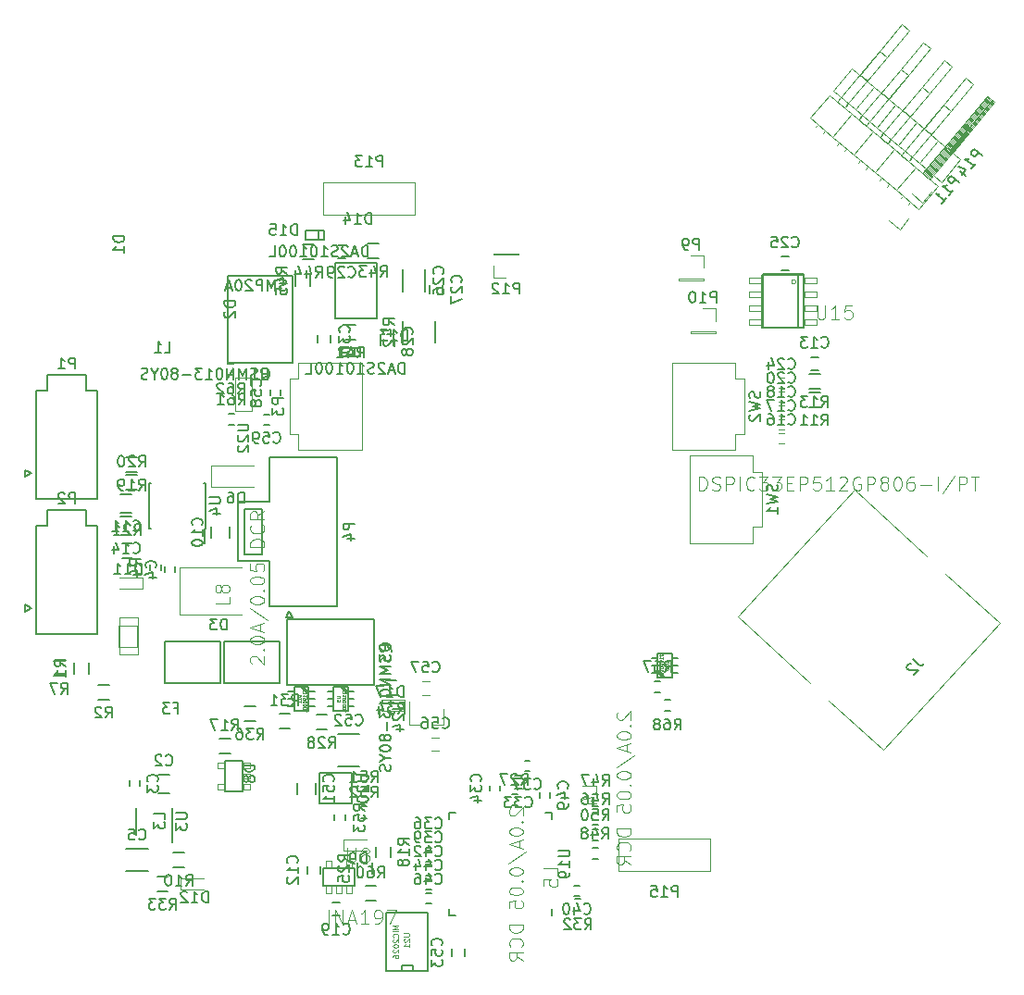
<source format=gbo>
G04 #@! TF.FileFunction,Legend,Bot*
%FSLAX46Y46*%
G04 Gerber Fmt 4.6, Leading zero omitted, Abs format (unit mm)*
G04 Created by KiCad (PCBNEW 4.0.4-stable) date 02/28/17 14:35:13*
%MOMM*%
%LPD*%
G01*
G04 APERTURE LIST*
%ADD10C,0.100000*%
%ADD11C,0.120000*%
%ADD12C,0.150000*%
%ADD13C,0.127000*%
%ADD14C,0.066040*%
%ADD15C,0.152400*%
%ADD16C,0.203200*%
%ADD17C,0.063500*%
%ADD18C,0.088900*%
%ADD19C,0.070000*%
%ADD20C,0.060960*%
G04 APERTURE END LIST*
D10*
D11*
X185220029Y-75930980D02*
X183182351Y-74221165D01*
X183182351Y-74221165D02*
X184943589Y-72122203D01*
X184943589Y-72122203D02*
X186981267Y-73832018D01*
X186981267Y-73832018D02*
X185220029Y-75930980D01*
X186253525Y-73221370D02*
X185579406Y-72655717D01*
X185579406Y-72655717D02*
X189436131Y-68059450D01*
X189436131Y-68059450D02*
X190110250Y-68625103D01*
X190110250Y-68625103D02*
X186253525Y-73221370D01*
X184293023Y-75557805D02*
X184492287Y-75320332D01*
X183618903Y-74992152D02*
X183818168Y-74754679D01*
X186161599Y-73144235D02*
X190018325Y-68547969D01*
X186069674Y-73067101D02*
X189926400Y-68470834D01*
X185977749Y-72989966D02*
X189834474Y-68393700D01*
X185885823Y-72912832D02*
X189742549Y-68316565D01*
X185793898Y-72835697D02*
X189650624Y-68239431D01*
X185701973Y-72758563D02*
X189558698Y-68162296D01*
X185610047Y-72681428D02*
X189466773Y-68085162D01*
X183182351Y-74221165D02*
X181236598Y-72588484D01*
X181236598Y-72588484D02*
X182997836Y-70489523D01*
X182997836Y-70489523D02*
X184943589Y-72122203D01*
X184943589Y-72122203D02*
X183182351Y-74221165D01*
X184307772Y-71588689D02*
X183633653Y-71023036D01*
X183633653Y-71023036D02*
X187490378Y-66426770D01*
X187490378Y-66426770D02*
X188164498Y-66992423D01*
X188164498Y-66992423D02*
X184307772Y-71588689D01*
X182347270Y-73925125D02*
X182546534Y-73687651D01*
X181673151Y-73359472D02*
X181872415Y-73121998D01*
X181236598Y-72588484D02*
X179290845Y-70955804D01*
X179290845Y-70955804D02*
X181052083Y-68856842D01*
X181052083Y-68856842D02*
X182997836Y-70489523D01*
X182997836Y-70489523D02*
X181236598Y-72588484D01*
X182362019Y-69956009D02*
X181687900Y-69390356D01*
X181687900Y-69390356D02*
X185544626Y-64794089D01*
X185544626Y-64794089D02*
X186218745Y-65359742D01*
X186218745Y-65359742D02*
X182362019Y-69956009D01*
X180401517Y-72292444D02*
X180600781Y-72054971D01*
X179727398Y-71726791D02*
X179926662Y-71489318D01*
X179290845Y-70955804D02*
X177345092Y-69323123D01*
X177345092Y-69323123D02*
X179106330Y-67224161D01*
X179106330Y-67224161D02*
X181052083Y-68856842D01*
X181052083Y-68856842D02*
X179290845Y-70955804D01*
X180416266Y-68323328D02*
X179742147Y-67757675D01*
X179742147Y-67757675D02*
X183598873Y-63161409D01*
X183598873Y-63161409D02*
X184272992Y-63727062D01*
X184272992Y-63727062D02*
X180416266Y-68323328D01*
X178455764Y-70659764D02*
X178655028Y-70422290D01*
X177781645Y-70094111D02*
X177980909Y-69856637D01*
X177345092Y-69323123D02*
X175307414Y-67613308D01*
X175307414Y-67613308D02*
X177068652Y-65514346D01*
X177068652Y-65514346D02*
X179106330Y-67224161D01*
X179106330Y-67224161D02*
X177345092Y-69323123D01*
X178470513Y-66690648D02*
X177796394Y-66124995D01*
X177796394Y-66124995D02*
X181653120Y-61528728D01*
X181653120Y-61528728D02*
X182327239Y-62094381D01*
X182327239Y-62094381D02*
X178470513Y-66690648D01*
X176510011Y-69027083D02*
X176709275Y-68789610D01*
X175835892Y-68461430D02*
X176035156Y-68223956D01*
X182516119Y-76990918D02*
X183488995Y-77807259D01*
X183488995Y-77807259D02*
X184305335Y-76834382D01*
X187307570Y-73471338D02*
X185269892Y-71761523D01*
X185269892Y-71761523D02*
X187031130Y-69662561D01*
X187031130Y-69662561D02*
X189068808Y-71372376D01*
X189068808Y-71372376D02*
X187307570Y-73471338D01*
X188341066Y-70761728D02*
X187666947Y-70196075D01*
X187666947Y-70196075D02*
X191523672Y-65599808D01*
X191523672Y-65599808D02*
X192197791Y-66165461D01*
X192197791Y-66165461D02*
X188341066Y-70761728D01*
X186380564Y-73098163D02*
X186579828Y-72860690D01*
X185706444Y-72532510D02*
X185905709Y-72295037D01*
X188249140Y-70684593D02*
X192105866Y-66088327D01*
X188157215Y-70607459D02*
X192013941Y-66011192D01*
X188065290Y-70530324D02*
X191922015Y-65934058D01*
X187973364Y-70453190D02*
X191830090Y-65856923D01*
X187881439Y-70376055D02*
X191738165Y-65779789D01*
X187789514Y-70298921D02*
X191646239Y-65702654D01*
X187697588Y-70221786D02*
X191554314Y-65625520D01*
X185269892Y-71761523D02*
X183324139Y-70128842D01*
X183324139Y-70128842D02*
X185085377Y-68029881D01*
X185085377Y-68029881D02*
X187031130Y-69662561D01*
X187031130Y-69662561D02*
X185269892Y-71761523D01*
X186395313Y-69129047D02*
X185721194Y-68563394D01*
X185721194Y-68563394D02*
X189577919Y-63967128D01*
X189577919Y-63967128D02*
X190252039Y-64532781D01*
X190252039Y-64532781D02*
X186395313Y-69129047D01*
X184434811Y-71465483D02*
X184634075Y-71228009D01*
X183760692Y-70899830D02*
X183959956Y-70662356D01*
X183324139Y-70128842D02*
X181378386Y-68496162D01*
X181378386Y-68496162D02*
X183139624Y-66397200D01*
X183139624Y-66397200D02*
X185085377Y-68029881D01*
X185085377Y-68029881D02*
X183324139Y-70128842D01*
X184449560Y-67496367D02*
X183775441Y-66930714D01*
X183775441Y-66930714D02*
X187632167Y-62334447D01*
X187632167Y-62334447D02*
X188306286Y-62900100D01*
X188306286Y-62900100D02*
X184449560Y-67496367D01*
X182489058Y-69832802D02*
X182688322Y-69595329D01*
X181814939Y-69267149D02*
X182014203Y-69029676D01*
X181378386Y-68496162D02*
X179432633Y-66863481D01*
X179432633Y-66863481D02*
X181193871Y-64764519D01*
X181193871Y-64764519D02*
X183139624Y-66397200D01*
X183139624Y-66397200D02*
X181378386Y-68496162D01*
X182503807Y-65863686D02*
X181829688Y-65298033D01*
X181829688Y-65298033D02*
X185686414Y-60701767D01*
X185686414Y-60701767D02*
X186360533Y-61267420D01*
X186360533Y-61267420D02*
X182503807Y-65863686D01*
X180543305Y-68200122D02*
X180742569Y-67962648D01*
X179869186Y-67634469D02*
X180068450Y-67396995D01*
X179432633Y-66863481D02*
X177394955Y-65153666D01*
X177394955Y-65153666D02*
X179156193Y-63054704D01*
X179156193Y-63054704D02*
X181193871Y-64764519D01*
X181193871Y-64764519D02*
X179432633Y-66863481D01*
X180558054Y-64231006D02*
X179883935Y-63665353D01*
X179883935Y-63665353D02*
X183740661Y-59069086D01*
X183740661Y-59069086D02*
X184414780Y-59634739D01*
X184414780Y-59634739D02*
X180558054Y-64231006D01*
X178597552Y-66567441D02*
X178796816Y-66329968D01*
X177923433Y-66001788D02*
X178122697Y-65764314D01*
X184603660Y-74531276D02*
X185576536Y-75347617D01*
X185576536Y-75347617D02*
X186392876Y-74374740D01*
D12*
X129600000Y-83000000D02*
X129600000Y-82000000D01*
X128250000Y-82000000D02*
X128250000Y-83000000D01*
X107340400Y-102460400D02*
X104540400Y-102460400D01*
X104540400Y-102460400D02*
X104540400Y-92560400D01*
X104540400Y-92560400D02*
X105540400Y-92560400D01*
X105540400Y-92560400D02*
X105540400Y-91160400D01*
X105540400Y-91160400D02*
X107340400Y-91160400D01*
X107340400Y-102460400D02*
X110140400Y-102460400D01*
X110140400Y-102460400D02*
X110140400Y-92560400D01*
X110140400Y-92560400D02*
X109140400Y-92560400D01*
X109140400Y-92560400D02*
X109140400Y-91160400D01*
X109140400Y-91160400D02*
X107340400Y-91160400D01*
X104140400Y-100110400D02*
X103540400Y-99810400D01*
X103540400Y-99810400D02*
X103540400Y-100410400D01*
X103540400Y-100410400D02*
X104140400Y-100110400D01*
D10*
X157800000Y-136473600D02*
X166200000Y-136473600D01*
X166200000Y-136473600D02*
X166200000Y-133533600D01*
X166200000Y-133533600D02*
X157800000Y-133533600D01*
X157800000Y-133533600D02*
X157800000Y-136473600D01*
D12*
X151700000Y-131150000D02*
X151125000Y-131150000D01*
X142300000Y-140550000D02*
X142875000Y-140550000D01*
X142300000Y-131150000D02*
X142875000Y-131150000D01*
X151700000Y-140550000D02*
X151700000Y-139975000D01*
X142300000Y-140550000D02*
X142300000Y-139975000D01*
X142300000Y-131150000D02*
X142300000Y-131725000D01*
X151700000Y-131150000D02*
X151700000Y-131725000D01*
X154325000Y-140125000D02*
X153825000Y-140125000D01*
X153825000Y-139075000D02*
X154325000Y-139075000D01*
X148275000Y-128950000D02*
X148975000Y-128950000D01*
X148975000Y-127750000D02*
X148275000Y-127750000D01*
X148050000Y-129450000D02*
X148550000Y-129450000D01*
X148550000Y-130500000D02*
X148050000Y-130500000D01*
X155425000Y-132675000D02*
X155925000Y-132675000D01*
X155925000Y-133725000D02*
X155425000Y-133725000D01*
X155450000Y-129500000D02*
X155950000Y-129500000D01*
X155950000Y-130550000D02*
X155450000Y-130550000D01*
X155400000Y-134375000D02*
X155900000Y-134375000D01*
X155900000Y-135425000D02*
X155400000Y-135425000D01*
X155450000Y-131200000D02*
X155950000Y-131200000D01*
X155950000Y-132250000D02*
X155450000Y-132250000D01*
D13*
X136672000Y-145617000D02*
X136545000Y-145617000D01*
X136545000Y-145617000D02*
X136545000Y-140283000D01*
X140355000Y-140283000D02*
X140355000Y-145617000D01*
X140355000Y-145617000D02*
X136672000Y-145617000D01*
X138958000Y-145617000D02*
X138958000Y-145109000D01*
X138958000Y-145109000D02*
X137942000Y-145109000D01*
X137942000Y-145109000D02*
X137942000Y-145617000D01*
X140355000Y-140283000D02*
X136545000Y-140283000D01*
D12*
X130350000Y-78750000D02*
X130350000Y-77950000D01*
X129150000Y-77950000D02*
X129150000Y-78750000D01*
X129150000Y-78750000D02*
X130850000Y-78750000D01*
X130850000Y-78750000D02*
X130850000Y-77950000D01*
X130850000Y-77950000D02*
X129150000Y-77950000D01*
D13*
X135730000Y-85940000D02*
X135730000Y-80860000D01*
X135730000Y-80860000D02*
X131920000Y-80860000D01*
X131920000Y-80860000D02*
X131920000Y-85940000D01*
X135730000Y-85940000D02*
X131920000Y-85940000D01*
D12*
X131150000Y-122225000D02*
X130150000Y-122225000D01*
X130150000Y-123575000D02*
X131150000Y-123575000D01*
X135475000Y-119500000D02*
X135475000Y-113500000D01*
X135475000Y-113500000D02*
X127475000Y-113500000D01*
X127475000Y-113500000D02*
X127475000Y-119500000D01*
X127475000Y-119500000D02*
X135475000Y-119500000D01*
D10*
X164275000Y-106500000D02*
X170075000Y-106500000D01*
X170075000Y-106500000D02*
X170075000Y-105000000D01*
X170075000Y-105000000D02*
X170900000Y-105000000D01*
X170900000Y-105000000D02*
X170900000Y-100000000D01*
X170900000Y-100000000D02*
X170075000Y-100000000D01*
X170075000Y-100000000D02*
X170075000Y-98500000D01*
X170075000Y-98500000D02*
X164275000Y-98500000D01*
X164275000Y-98500000D02*
X164275000Y-106500000D01*
D12*
X112768000Y-134484000D02*
X114768000Y-134484000D01*
X114768000Y-136534000D02*
X112768000Y-136534000D01*
X114013000Y-128232000D02*
X114013000Y-128732000D01*
X113063000Y-128732000D02*
X113063000Y-128232000D01*
X113651000Y-133171500D02*
X113651000Y-130721500D01*
X116951000Y-133896500D02*
X116951000Y-130721500D01*
X118102000Y-134834000D02*
X117102000Y-134834000D01*
X117102000Y-136184000D02*
X118102000Y-136184000D01*
X113276000Y-105757000D02*
X112276000Y-105757000D01*
X112276000Y-104057000D02*
X113276000Y-104057000D01*
X132015000Y-105457000D02*
X132015000Y-112277000D01*
X132015000Y-112277000D02*
X125835000Y-112277000D01*
X125835000Y-112277000D02*
X125835000Y-108157000D01*
X125835000Y-108157000D02*
X122975000Y-108157000D01*
X122975000Y-108157000D02*
X122975000Y-105457000D01*
X132015000Y-105457000D02*
X132015000Y-98637000D01*
X132015000Y-98637000D02*
X125835000Y-98637000D01*
X125835000Y-98637000D02*
X125835000Y-102757000D01*
X125835000Y-102757000D02*
X122975000Y-102757000D01*
X122975000Y-102757000D02*
X122975000Y-105457000D01*
X125235000Y-107557000D02*
X123575000Y-107557000D01*
X123575000Y-107557000D02*
X123575000Y-103357000D01*
X123575000Y-103357000D02*
X125235000Y-103357000D01*
X125235000Y-103357000D02*
X125235000Y-107557000D01*
X127675000Y-112677000D02*
X127375000Y-113277000D01*
X127375000Y-113277000D02*
X127975000Y-113277000D01*
X127975000Y-113277000D02*
X127675000Y-112677000D01*
D11*
X117624000Y-113037000D02*
X117624000Y-108737000D01*
X117624000Y-108737000D02*
X123324000Y-108737000D01*
X117624000Y-113037000D02*
X123324000Y-113037000D01*
D12*
X129321000Y-136048000D02*
X129321000Y-136748000D01*
X130521000Y-136748000D02*
X130521000Y-136048000D01*
X131615000Y-140554000D02*
X132315000Y-140554000D01*
X132315000Y-139354000D02*
X131615000Y-139354000D01*
X173362800Y-80324400D02*
X172662800Y-80324400D01*
X172662800Y-81524400D02*
X173362800Y-81524400D01*
X140100000Y-81500000D02*
X140100000Y-83500000D01*
X138050000Y-83500000D02*
X138050000Y-81500000D01*
X141725000Y-83650000D02*
X141725000Y-82950000D01*
X140525000Y-82950000D02*
X140525000Y-83650000D01*
X137225000Y-88400000D02*
X137225000Y-87700000D01*
X136025000Y-87700000D02*
X136025000Y-88400000D01*
X132100000Y-80450000D02*
X132800000Y-80450000D01*
X132800000Y-79250000D02*
X132100000Y-79250000D01*
X131475000Y-88200000D02*
X131475000Y-87500000D01*
X130275000Y-87500000D02*
X130275000Y-88200000D01*
D11*
X120559000Y-101387000D02*
X120559000Y-99387000D01*
X120559000Y-99387000D02*
X124459000Y-99387000D01*
X120559000Y-101387000D02*
X124459000Y-101387000D01*
X132685000Y-134612000D02*
X132685000Y-133612000D01*
X132685000Y-133612000D02*
X134785000Y-133612000D01*
X132685000Y-134612000D02*
X134785000Y-134612000D01*
X114249000Y-109662000D02*
X114249000Y-110662000D01*
X114249000Y-110662000D02*
X112149000Y-110662000D01*
X114249000Y-109662000D02*
X112149000Y-109662000D01*
X117737000Y-138168000D02*
X117737000Y-137168000D01*
X117737000Y-137168000D02*
X119837000Y-137168000D01*
X117737000Y-138168000D02*
X119837000Y-138168000D01*
D12*
X133675000Y-89450000D02*
X133675000Y-88650000D01*
X132475000Y-88650000D02*
X132475000Y-89450000D01*
X132475000Y-89450000D02*
X134175000Y-89450000D01*
X134175000Y-89450000D02*
X134175000Y-88650000D01*
X134175000Y-88650000D02*
X132475000Y-88650000D01*
D14*
X112123700Y-116708960D02*
X112123700Y-115972360D01*
X112123700Y-115972360D02*
X113876300Y-115972360D01*
X113876300Y-116708960D02*
X113876300Y-115972360D01*
X112123700Y-116708960D02*
X113876300Y-116708960D01*
X112123700Y-114067360D02*
X112123700Y-113330760D01*
X112123700Y-113330760D02*
X113876300Y-113330760D01*
X113876300Y-114067360D02*
X113876300Y-113330760D01*
X112123700Y-114067360D02*
X113876300Y-114067360D01*
D15*
X112187200Y-114067360D02*
X112187200Y-115985060D01*
X113812800Y-114067360D02*
X113812800Y-115985060D01*
D14*
X133405880Y-138531600D02*
X132905500Y-138531600D01*
X132905500Y-138531600D02*
X132905500Y-137881360D01*
X133405880Y-137881360D02*
X132905500Y-137881360D01*
X133405880Y-138531600D02*
X133405880Y-137881360D01*
X132455920Y-138531600D02*
X131958080Y-138531600D01*
X131958080Y-138531600D02*
X131958080Y-137881360D01*
X132455920Y-137881360D02*
X131958080Y-137881360D01*
X132455920Y-138531600D02*
X132455920Y-137881360D01*
X131508500Y-138531600D02*
X131008120Y-138531600D01*
X131008120Y-138531600D02*
X131008120Y-137881360D01*
X131508500Y-137881360D02*
X131008120Y-137881360D01*
X131508500Y-138531600D02*
X131508500Y-137881360D01*
X131508500Y-136184640D02*
X131008120Y-136184640D01*
X131008120Y-136184640D02*
X131008120Y-135534400D01*
X131508500Y-135534400D02*
X131008120Y-135534400D01*
X131508500Y-136184640D02*
X131508500Y-135534400D01*
X133405880Y-136184640D02*
X132905500Y-136184640D01*
X132905500Y-136184640D02*
X132905500Y-135534400D01*
X133405880Y-135534400D02*
X132905500Y-135534400D01*
X133405880Y-136184640D02*
X133405880Y-135534400D01*
D15*
X130787140Y-136225280D02*
X130787140Y-137840720D01*
X130787140Y-137840720D02*
X133626860Y-137840720D01*
X133626860Y-137840720D02*
X133626860Y-136225280D01*
X133626860Y-136225280D02*
X130787140Y-136225280D01*
X132727700Y-136225280D02*
X131686300Y-136225280D01*
X132633720Y-137840720D02*
X132727700Y-137840720D01*
X131686300Y-137840720D02*
X131780280Y-137840720D01*
X133532880Y-137840720D02*
X133626860Y-137840720D01*
X130787140Y-137840720D02*
X130881120Y-137840720D01*
X130881120Y-136225280D02*
X130787140Y-136225280D01*
X133626860Y-136225280D02*
X133532880Y-136225280D01*
D12*
X122025000Y-90025000D02*
X128025000Y-90025000D01*
X128025000Y-90025000D02*
X128025000Y-82025000D01*
X128025000Y-82025000D02*
X122025000Y-82025000D01*
X122025000Y-82025000D02*
X122025000Y-90025000D01*
X109350000Y-118450000D02*
X109350000Y-117450000D01*
X108000000Y-117450000D02*
X108000000Y-118450000D01*
X111200000Y-119450000D02*
X110200000Y-119450000D01*
X110200000Y-120800000D02*
X111200000Y-120800000D01*
X114949000Y-108987000D02*
X114949000Y-108487000D01*
X115999000Y-108487000D02*
X115999000Y-108987000D01*
X107150000Y-117275000D02*
X106150000Y-117275000D01*
X106150000Y-118625000D02*
X107150000Y-118625000D01*
X121300000Y-125725000D02*
X122300000Y-125725000D01*
X122300000Y-124375000D02*
X121300000Y-124375000D01*
X135596000Y-134259000D02*
X135596000Y-135259000D01*
X136946000Y-135259000D02*
X136946000Y-134259000D01*
X112374000Y-107912000D02*
X113374000Y-107912000D01*
X113374000Y-106562000D02*
X112374000Y-106562000D01*
X135295000Y-136759000D02*
X135295000Y-135759000D01*
X133945000Y-135759000D02*
X133945000Y-136759000D01*
X126766000Y-123484000D02*
X127766000Y-123484000D01*
X127766000Y-122134000D02*
X126766000Y-122134000D01*
X116590000Y-136993000D02*
X115590000Y-136993000D01*
X115590000Y-138343000D02*
X116590000Y-138343000D01*
X137500000Y-119050000D02*
X136500000Y-119050000D01*
X136500000Y-120400000D02*
X137500000Y-120400000D01*
X124600000Y-121425000D02*
X123600000Y-121425000D01*
X123600000Y-122775000D02*
X124600000Y-122775000D01*
X133775000Y-86525000D02*
X132775000Y-86525000D01*
X132775000Y-87875000D02*
X133775000Y-87875000D01*
X135875000Y-79125000D02*
X134875000Y-79125000D01*
X134875000Y-80475000D02*
X135875000Y-80475000D01*
X129950000Y-79175000D02*
X128950000Y-79175000D01*
X128950000Y-80525000D02*
X129950000Y-80525000D01*
X119999000Y-105162000D02*
X119949000Y-105162000D01*
X119999000Y-101012000D02*
X119854000Y-101012000D01*
X114849000Y-101012000D02*
X114994000Y-101012000D01*
X114849000Y-105162000D02*
X114994000Y-105162000D01*
X119999000Y-105162000D02*
X119999000Y-101012000D01*
X114849000Y-105162000D02*
X114849000Y-101012000D01*
X119949000Y-105162000D02*
X119949000Y-106562000D01*
D13*
X133048460Y-120305260D02*
X132388060Y-119644860D01*
X133048460Y-120152860D02*
X132553160Y-119644860D01*
X131753060Y-121397460D02*
X131194260Y-121397460D01*
X131753060Y-120102060D02*
X131194260Y-120102060D01*
X133048460Y-120749760D02*
X133607260Y-120749760D01*
X133048460Y-121397460D02*
X133607260Y-121397460D01*
X133048460Y-120102060D02*
X133607260Y-120102060D01*
X131753060Y-120749760D02*
X131194260Y-120749760D01*
X131753060Y-119644860D02*
X131753060Y-121854660D01*
X131753060Y-121854660D02*
X133048460Y-121854660D01*
X133048460Y-121854660D02*
X133048460Y-119644860D01*
X133048460Y-119644860D02*
X131753060Y-119644860D01*
D14*
X124123600Y-126626120D02*
X124123600Y-127126500D01*
X124123600Y-127126500D02*
X123473360Y-127126500D01*
X123473360Y-126626120D02*
X123473360Y-127126500D01*
X124123600Y-126626120D02*
X123473360Y-126626120D01*
X124123600Y-127576080D02*
X124123600Y-128073920D01*
X124123600Y-128073920D02*
X123473360Y-128073920D01*
X123473360Y-127576080D02*
X123473360Y-128073920D01*
X124123600Y-127576080D02*
X123473360Y-127576080D01*
X124123600Y-128523500D02*
X124123600Y-129023880D01*
X124123600Y-129023880D02*
X123473360Y-129023880D01*
X123473360Y-128523500D02*
X123473360Y-129023880D01*
X124123600Y-128523500D02*
X123473360Y-128523500D01*
X121776640Y-128523500D02*
X121776640Y-129023880D01*
X121776640Y-129023880D02*
X121126400Y-129023880D01*
X121126400Y-128523500D02*
X121126400Y-129023880D01*
X121776640Y-128523500D02*
X121126400Y-128523500D01*
X121776640Y-126626120D02*
X121776640Y-127126500D01*
X121776640Y-127126500D02*
X121126400Y-127126500D01*
X121126400Y-126626120D02*
X121126400Y-127126500D01*
X121776640Y-126626120D02*
X121126400Y-126626120D01*
D15*
X121817280Y-129244860D02*
X123432720Y-129244860D01*
X123432720Y-129244860D02*
X123432720Y-126405140D01*
X123432720Y-126405140D02*
X121817280Y-126405140D01*
X121817280Y-126405140D02*
X121817280Y-129244860D01*
X121817280Y-127304300D02*
X121817280Y-128345700D01*
X123432720Y-127398280D02*
X123432720Y-127304300D01*
X123432720Y-128345700D02*
X123432720Y-128251720D01*
X123432720Y-126499120D02*
X123432720Y-126405140D01*
X123432720Y-129244860D02*
X123432720Y-129150880D01*
X121817280Y-129150880D02*
X121817280Y-129244860D01*
X121817280Y-126405140D02*
X121817280Y-126499120D01*
D13*
X121379000Y-115524000D02*
X116299000Y-115524000D01*
X116299000Y-115524000D02*
X116299000Y-119334000D01*
X116299000Y-119334000D02*
X121379000Y-119334000D01*
X121379000Y-115524000D02*
X121379000Y-119334000D01*
X129448460Y-120305260D02*
X128788060Y-119644860D01*
X129448460Y-120152860D02*
X128953160Y-119644860D01*
X128153060Y-121397460D02*
X127594260Y-121397460D01*
X128153060Y-120102060D02*
X127594260Y-120102060D01*
X129448460Y-120749760D02*
X130007260Y-120749760D01*
X129448460Y-121397460D02*
X130007260Y-121397460D01*
X129448460Y-120102060D02*
X130007260Y-120102060D01*
X128153060Y-120749760D02*
X127594260Y-120749760D01*
X128153060Y-119644860D02*
X128153060Y-121854660D01*
X128153060Y-121854660D02*
X129448460Y-121854660D01*
X129448460Y-121854660D02*
X129448460Y-119644860D01*
X129448460Y-119644860D02*
X128153060Y-119644860D01*
X126840000Y-115524000D02*
X121760000Y-115524000D01*
X121760000Y-115524000D02*
X121760000Y-119334000D01*
X121760000Y-119334000D02*
X126840000Y-119334000D01*
X126840000Y-115524000D02*
X126840000Y-119334000D01*
D14*
X175928020Y-82255360D02*
X175928020Y-82745580D01*
X175928020Y-82745580D02*
X174828200Y-82745580D01*
X174828200Y-82255360D02*
X174828200Y-82745580D01*
X175928020Y-82255360D02*
X174828200Y-82255360D01*
X175928020Y-83525360D02*
X175928020Y-84015580D01*
X175928020Y-84015580D02*
X174828200Y-84015580D01*
X174828200Y-83525360D02*
X174828200Y-84015580D01*
X175928020Y-83525360D02*
X174828200Y-83525360D01*
X175928020Y-84792820D02*
X175928020Y-85283040D01*
X175928020Y-85283040D02*
X174828200Y-85283040D01*
X174828200Y-84792820D02*
X174828200Y-85283040D01*
X175928020Y-84792820D02*
X174828200Y-84792820D01*
X175928020Y-86062820D02*
X175928020Y-86553040D01*
X175928020Y-86553040D02*
X174828200Y-86553040D01*
X174828200Y-86062820D02*
X174828200Y-86553040D01*
X175928020Y-86062820D02*
X174828200Y-86062820D01*
X170830240Y-86062820D02*
X170830240Y-86553040D01*
X170830240Y-86553040D02*
X169730420Y-86553040D01*
X169730420Y-86062820D02*
X169730420Y-86553040D01*
X170830240Y-86062820D02*
X169730420Y-86062820D01*
X170830240Y-84792820D02*
X170830240Y-85283040D01*
X170830240Y-85283040D02*
X169730420Y-85283040D01*
X169730420Y-84792820D02*
X169730420Y-85283040D01*
X170830240Y-84792820D02*
X169730420Y-84792820D01*
X170830240Y-83525360D02*
X170830240Y-84015580D01*
X170830240Y-84015580D02*
X169730420Y-84015580D01*
X169730420Y-83525360D02*
X169730420Y-84015580D01*
X170830240Y-83525360D02*
X169730420Y-83525360D01*
X170830240Y-82255360D02*
X170830240Y-82745580D01*
X170830240Y-82745580D02*
X169730420Y-82745580D01*
X169730420Y-82255360D02*
X169730420Y-82745580D01*
X170830240Y-82255360D02*
X169730420Y-82255360D01*
D16*
X170929300Y-86801960D02*
X174228760Y-86801960D01*
X174228760Y-86801960D02*
X174729140Y-86801960D01*
X174729140Y-86801960D02*
X174729140Y-82006440D01*
X174729140Y-82006440D02*
X174228760Y-82006440D01*
X174228760Y-82006440D02*
X170929300Y-82006440D01*
X170929300Y-82006440D02*
X170929300Y-86801960D01*
X174228760Y-86801960D02*
X174228760Y-82006440D01*
D13*
X171030900Y-81904840D02*
X171030900Y-86801960D01*
X171030900Y-86801960D02*
X174729140Y-86801960D01*
X174729140Y-86801960D02*
X174729140Y-81904840D01*
X174729140Y-81904840D02*
X171030900Y-81904840D01*
D17*
X174025006Y-82605880D02*
G75*
G03X174025006Y-82605880I-197566J0D01*
G01*
D12*
X115721000Y-127674000D02*
X116721000Y-127674000D01*
X116721000Y-129374000D02*
X115721000Y-129374000D01*
X116299000Y-109187000D02*
X116299000Y-108687000D01*
X117249000Y-108687000D02*
X117249000Y-109187000D01*
X120562000Y-106021000D02*
X120562000Y-105021000D01*
X122262000Y-105021000D02*
X122262000Y-106021000D01*
X113276000Y-103720000D02*
X112276000Y-103720000D01*
X112276000Y-102020000D02*
X113276000Y-102020000D01*
X113784000Y-98639000D02*
X112784000Y-98639000D01*
X112784000Y-99989000D02*
X113784000Y-99989000D01*
X112784000Y-101640000D02*
X113784000Y-101640000D01*
X113784000Y-100290000D02*
X112784000Y-100290000D01*
X176070448Y-89476400D02*
X175370448Y-89476400D01*
X175370448Y-90676400D02*
X176070448Y-90676400D01*
X176220448Y-92703400D02*
X175220448Y-92703400D01*
X175220448Y-94053400D02*
X176220448Y-94053400D01*
X176220448Y-91027000D02*
X175220448Y-91027000D01*
X175220448Y-92377000D02*
X176220448Y-92377000D01*
X130075000Y-128450000D02*
X130075000Y-129450000D01*
X128375000Y-129450000D02*
X128375000Y-128450000D01*
X132120000Y-123950000D02*
X134120000Y-123950000D01*
X134120000Y-126900000D02*
X132120000Y-126900000D01*
X142525000Y-143600000D02*
X142525000Y-144300000D01*
X143725000Y-144300000D02*
X143725000Y-143600000D01*
X134290000Y-129193000D02*
X134790000Y-129193000D01*
X134790000Y-130243000D02*
X134290000Y-130243000D01*
X134279000Y-130590000D02*
X134779000Y-130590000D01*
X134779000Y-131640000D02*
X134279000Y-131640000D01*
X132850000Y-131375000D02*
X132850000Y-131875000D01*
X131800000Y-131875000D02*
X131800000Y-131375000D01*
D11*
X141400000Y-124300000D02*
X140700000Y-124300000D01*
X140700000Y-125500000D02*
X141400000Y-125500000D01*
X140500000Y-119175000D02*
X139800000Y-119175000D01*
X139800000Y-120375000D02*
X140500000Y-120375000D01*
X138200000Y-120875000D02*
X138200000Y-121875000D01*
X138200000Y-121875000D02*
X136100000Y-121875000D01*
X138200000Y-120875000D02*
X136100000Y-120875000D01*
D12*
X161124200Y-119105930D02*
X161624200Y-119105930D01*
X161624200Y-120155930D02*
X161124200Y-120155930D01*
X162524200Y-121855930D02*
X162024200Y-121855930D01*
X162024200Y-120805930D02*
X162524200Y-120805930D01*
D11*
X141780000Y-123135000D02*
X140850000Y-123135000D01*
X138620000Y-123135000D02*
X139550000Y-123135000D01*
X138620000Y-123135000D02*
X138620000Y-120975000D01*
X141780000Y-123135000D02*
X141780000Y-121675000D01*
D13*
X161368740Y-118148100D02*
X162029140Y-118808500D01*
X161368740Y-118300500D02*
X161864040Y-118808500D01*
X162664140Y-117055900D02*
X163222940Y-117055900D01*
X162664140Y-118351300D02*
X163222940Y-118351300D01*
X161368740Y-117703600D02*
X160809940Y-117703600D01*
X161368740Y-117055900D02*
X160809940Y-117055900D01*
X161368740Y-118351300D02*
X160809940Y-118351300D01*
X162664140Y-117703600D02*
X163222940Y-117703600D01*
X162664140Y-118808500D02*
X162664140Y-116598700D01*
X162664140Y-116598700D02*
X161368740Y-116598700D01*
X161368740Y-116598700D02*
X161368740Y-118808500D01*
X161368740Y-118808500D02*
X162664140Y-118808500D01*
D10*
X134325000Y-90000000D02*
X128525000Y-90000000D01*
X128525000Y-90000000D02*
X128525000Y-91500000D01*
X128525000Y-91500000D02*
X127700000Y-91500000D01*
X127700000Y-91500000D02*
X127700000Y-96500000D01*
X127700000Y-96500000D02*
X128525000Y-96500000D01*
X128525000Y-96500000D02*
X128525000Y-98000000D01*
X128525000Y-98000000D02*
X134325000Y-98000000D01*
X134325000Y-98000000D02*
X134325000Y-90000000D01*
D12*
X134640000Y-139232000D02*
X135640000Y-139232000D01*
X135640000Y-137882000D02*
X134640000Y-137882000D01*
X125925000Y-93000000D02*
X125925000Y-92500000D01*
X126875000Y-92500000D02*
X126875000Y-93000000D01*
X125850000Y-95675000D02*
X125350000Y-95675000D01*
X125350000Y-94725000D02*
X125850000Y-94725000D01*
X122150000Y-94675000D02*
X122650000Y-94675000D01*
X122650000Y-95725000D02*
X122150000Y-95725000D01*
X122600000Y-91125000D02*
X122100000Y-91125000D01*
X122100000Y-90075000D02*
X122600000Y-90075000D01*
D10*
X162675000Y-98000000D02*
X168475000Y-98000000D01*
X168475000Y-98000000D02*
X168475000Y-96500000D01*
X168475000Y-96500000D02*
X169300000Y-96500000D01*
X169300000Y-96500000D02*
X169300000Y-91500000D01*
X169300000Y-91500000D02*
X168475000Y-91500000D01*
X168475000Y-91500000D02*
X168475000Y-90000000D01*
X168475000Y-90000000D02*
X162675000Y-90000000D01*
X162675000Y-90000000D02*
X162675000Y-98000000D01*
X124250000Y-91400000D02*
X122750000Y-91400000D01*
X124250000Y-94400000D02*
X124250000Y-91400000D01*
X122750000Y-94400000D02*
X124250000Y-94400000D01*
X122750000Y-91400000D02*
X122750000Y-94400000D01*
D12*
X141000000Y-88200000D02*
X141000000Y-86200000D01*
X138050000Y-86200000D02*
X138050000Y-88200000D01*
D11*
X172428000Y-91371400D02*
X172928000Y-91371400D01*
X172928000Y-92321400D02*
X172428000Y-92321400D01*
X172428000Y-96451400D02*
X172928000Y-96451400D01*
X172928000Y-97401400D02*
X172428000Y-97401400D01*
X172428000Y-95181400D02*
X172928000Y-95181400D01*
X172928000Y-96131400D02*
X172428000Y-96131400D01*
X172428000Y-93911400D02*
X172928000Y-93911400D01*
X172928000Y-94861400D02*
X172428000Y-94861400D01*
X172428000Y-92641400D02*
X172928000Y-92641400D01*
X172928000Y-93591400D02*
X172428000Y-93591400D01*
D12*
X107340400Y-114804800D02*
X104540400Y-114804800D01*
X104540400Y-114804800D02*
X104540400Y-104904800D01*
X104540400Y-104904800D02*
X105540400Y-104904800D01*
X105540400Y-104904800D02*
X105540400Y-103504800D01*
X105540400Y-103504800D02*
X107340400Y-103504800D01*
X107340400Y-114804800D02*
X110140400Y-114804800D01*
X110140400Y-114804800D02*
X110140400Y-104904800D01*
X110140400Y-104904800D02*
X109140400Y-104904800D01*
X109140400Y-104904800D02*
X109140400Y-103504800D01*
X109140400Y-103504800D02*
X107340400Y-103504800D01*
X104140400Y-112454800D02*
X103540400Y-112154800D01*
X103540400Y-112154800D02*
X103540400Y-112754800D01*
X103540400Y-112754800D02*
X104140400Y-112454800D01*
D10*
X139202200Y-73533600D02*
X130802200Y-73533600D01*
X130802200Y-73533600D02*
X130802200Y-76473600D01*
X130802200Y-76473600D02*
X139202200Y-76473600D01*
X139202200Y-76473600D02*
X139202200Y-73533600D01*
D12*
X146025000Y-129175000D02*
X146025000Y-128675000D01*
X146975000Y-128675000D02*
X146975000Y-129175000D01*
X140150000Y-133400000D02*
X140650000Y-133400000D01*
X140650000Y-134350000D02*
X140150000Y-134350000D01*
X149700000Y-127350000D02*
X149200000Y-127350000D01*
X149200000Y-126400000D02*
X149700000Y-126400000D01*
X140150000Y-134675000D02*
X140650000Y-134675000D01*
X140650000Y-135625000D02*
X140150000Y-135625000D01*
X154225000Y-138775000D02*
X153725000Y-138775000D01*
X153725000Y-137825000D02*
X154225000Y-137825000D01*
X140150000Y-135950000D02*
X140650000Y-135950000D01*
X140650000Y-136900000D02*
X140150000Y-136900000D01*
X140150000Y-137225000D02*
X140650000Y-137225000D01*
X140650000Y-138175000D02*
X140150000Y-138175000D01*
X140150000Y-138500000D02*
X140650000Y-138500000D01*
X140650000Y-139450000D02*
X140150000Y-139450000D01*
X151525000Y-129325000D02*
X151525000Y-129825000D01*
X150575000Y-129825000D02*
X150575000Y-129325000D01*
D11*
X192632978Y-113826349D02*
X181992432Y-125438467D01*
X168699322Y-113257575D02*
X175327445Y-119331131D01*
X168699322Y-113257575D02*
X179339868Y-101645457D01*
X179339868Y-101645457D02*
X185975364Y-107725769D01*
X177052674Y-120912013D02*
X181992432Y-125438467D01*
X187685847Y-109293139D02*
X192632978Y-113826349D01*
X165545000Y-82325000D02*
X165545000Y-82445000D01*
X165545000Y-82445000D02*
X163305000Y-82445000D01*
X163305000Y-82445000D02*
X163305000Y-82325000D01*
X163305000Y-82325000D02*
X165545000Y-82325000D01*
X165545000Y-81325000D02*
X165545000Y-80205000D01*
X165545000Y-80205000D02*
X164425000Y-80205000D01*
X166645000Y-87175000D02*
X166645000Y-87295000D01*
X166645000Y-87295000D02*
X164405000Y-87295000D01*
X164405000Y-87295000D02*
X164405000Y-87175000D01*
X164405000Y-87175000D02*
X166645000Y-87175000D01*
X166645000Y-86175000D02*
X166645000Y-85055000D01*
X166645000Y-85055000D02*
X165525000Y-85055000D01*
X146380000Y-80125000D02*
X146380000Y-80005000D01*
X146380000Y-80005000D02*
X148620000Y-80005000D01*
X148620000Y-80005000D02*
X148620000Y-80125000D01*
X148620000Y-80125000D02*
X146380000Y-80125000D01*
X146380000Y-81125000D02*
X146380000Y-82245000D01*
X146380000Y-82245000D02*
X147500000Y-82245000D01*
D12*
X130405000Y-127524244D02*
X133405000Y-127524244D01*
X133405000Y-127524244D02*
X133405000Y-130324244D01*
X133405000Y-130324244D02*
X130405000Y-130324244D01*
X130405000Y-130324244D02*
X130405000Y-127524244D01*
X188972080Y-73532276D02*
X188206036Y-72889488D01*
X187961164Y-73181315D01*
X187936424Y-73284881D01*
X187942293Y-73351968D01*
X187984641Y-73449664D01*
X188094076Y-73541491D01*
X188197641Y-73566230D01*
X188264729Y-73560361D01*
X188362425Y-73518013D01*
X188607296Y-73226186D01*
X187992594Y-74699582D02*
X188359901Y-74261842D01*
X188176248Y-74480712D02*
X187410203Y-73837924D01*
X187580856Y-73856794D01*
X187715030Y-73845055D01*
X187812726Y-73802708D01*
X187380415Y-75429148D02*
X187747723Y-74991408D01*
X187564069Y-75210278D02*
X186798025Y-74567490D01*
X186968677Y-74586360D01*
X187102852Y-74574622D01*
X187200548Y-74532274D01*
X191059621Y-71072634D02*
X190293577Y-70429846D01*
X190048705Y-70721673D01*
X190023965Y-70825239D01*
X190029834Y-70892326D01*
X190072182Y-70990022D01*
X190181617Y-71081849D01*
X190285182Y-71106588D01*
X190352270Y-71100719D01*
X190449966Y-71058371D01*
X190694837Y-70766544D01*
X190080135Y-72239940D02*
X190447442Y-71802200D01*
X190263789Y-72021070D02*
X189497744Y-71378282D01*
X189668397Y-71397152D01*
X189802571Y-71385413D01*
X189900267Y-71343066D01*
X189018477Y-72468024D02*
X189529174Y-72896550D01*
X188879696Y-72040761D02*
X189579916Y-72317504D01*
X189181999Y-72791722D01*
X127477381Y-81857143D02*
X127001190Y-81523809D01*
X127477381Y-81285714D02*
X126477381Y-81285714D01*
X126477381Y-81666667D01*
X126525000Y-81761905D01*
X126572619Y-81809524D01*
X126667857Y-81857143D01*
X126810714Y-81857143D01*
X126905952Y-81809524D01*
X126953571Y-81761905D01*
X127001190Y-81666667D01*
X127001190Y-81285714D01*
X126810714Y-82714286D02*
X127477381Y-82714286D01*
X126429762Y-82476190D02*
X127144048Y-82238095D01*
X127144048Y-82857143D01*
X126477381Y-83714286D02*
X126477381Y-83238095D01*
X126953571Y-83190476D01*
X126905952Y-83238095D01*
X126858333Y-83333333D01*
X126858333Y-83571429D01*
X126905952Y-83666667D01*
X126953571Y-83714286D01*
X127048810Y-83761905D01*
X127286905Y-83761905D01*
X127382143Y-83714286D01*
X127429762Y-83666667D01*
X127477381Y-83571429D01*
X127477381Y-83333333D01*
X127429762Y-83238095D01*
X127382143Y-83190476D01*
X108078495Y-90562781D02*
X108078495Y-89562781D01*
X107697542Y-89562781D01*
X107602304Y-89610400D01*
X107554685Y-89658019D01*
X107507066Y-89753257D01*
X107507066Y-89896114D01*
X107554685Y-89991352D01*
X107602304Y-90038971D01*
X107697542Y-90086590D01*
X108078495Y-90086590D01*
X106554685Y-90562781D02*
X107126114Y-90562781D01*
X106840400Y-90562781D02*
X106840400Y-89562781D01*
X106935638Y-89705638D01*
X107030876Y-89800876D01*
X107126114Y-89848495D01*
D18*
X175976159Y-84732344D02*
X175976159Y-85760439D01*
X176036635Y-85881391D01*
X176097111Y-85941868D01*
X176218064Y-86002344D01*
X176459968Y-86002344D01*
X176580921Y-85941868D01*
X176641397Y-85881391D01*
X176701873Y-85760439D01*
X176701873Y-84732344D01*
X177971873Y-86002344D02*
X177246159Y-86002344D01*
X177609016Y-86002344D02*
X177609016Y-84732344D01*
X177488064Y-84913772D01*
X177367111Y-85034725D01*
X177246159Y-85095201D01*
X179120921Y-84732344D02*
X178516159Y-84732344D01*
X178455683Y-85337106D01*
X178516159Y-85276630D01*
X178637111Y-85216153D01*
X178939492Y-85216153D01*
X179060445Y-85276630D01*
X179120921Y-85337106D01*
X179181397Y-85458058D01*
X179181397Y-85760439D01*
X179120921Y-85881391D01*
X179060445Y-85941868D01*
X178939492Y-86002344D01*
X178637111Y-86002344D01*
X178516159Y-85941868D01*
X178455683Y-85881391D01*
X165166039Y-101694464D02*
X165166039Y-100424464D01*
X165468420Y-100424464D01*
X165649848Y-100484940D01*
X165770801Y-100605892D01*
X165831277Y-100726845D01*
X165891753Y-100968750D01*
X165891753Y-101150178D01*
X165831277Y-101392083D01*
X165770801Y-101513035D01*
X165649848Y-101633988D01*
X165468420Y-101694464D01*
X165166039Y-101694464D01*
X166375563Y-101633988D02*
X166556991Y-101694464D01*
X166859372Y-101694464D01*
X166980325Y-101633988D01*
X167040801Y-101573511D01*
X167101277Y-101452559D01*
X167101277Y-101331607D01*
X167040801Y-101210654D01*
X166980325Y-101150178D01*
X166859372Y-101089702D01*
X166617468Y-101029226D01*
X166496515Y-100968750D01*
X166436039Y-100908273D01*
X166375563Y-100787321D01*
X166375563Y-100666369D01*
X166436039Y-100545416D01*
X166496515Y-100484940D01*
X166617468Y-100424464D01*
X166919848Y-100424464D01*
X167101277Y-100484940D01*
X167645563Y-101694464D02*
X167645563Y-100424464D01*
X168129372Y-100424464D01*
X168250325Y-100484940D01*
X168310801Y-100545416D01*
X168371277Y-100666369D01*
X168371277Y-100847797D01*
X168310801Y-100968750D01*
X168250325Y-101029226D01*
X168129372Y-101089702D01*
X167645563Y-101089702D01*
X168915563Y-101694464D02*
X168915563Y-100424464D01*
X170246039Y-101573511D02*
X170185563Y-101633988D01*
X170004134Y-101694464D01*
X169883182Y-101694464D01*
X169701754Y-101633988D01*
X169580801Y-101513035D01*
X169520325Y-101392083D01*
X169459849Y-101150178D01*
X169459849Y-100968750D01*
X169520325Y-100726845D01*
X169580801Y-100605892D01*
X169701754Y-100484940D01*
X169883182Y-100424464D01*
X170004134Y-100424464D01*
X170185563Y-100484940D01*
X170246039Y-100545416D01*
X170669373Y-100424464D02*
X171455563Y-100424464D01*
X171032230Y-100908273D01*
X171213658Y-100908273D01*
X171334611Y-100968750D01*
X171395087Y-101029226D01*
X171455563Y-101150178D01*
X171455563Y-101452559D01*
X171395087Y-101573511D01*
X171334611Y-101633988D01*
X171213658Y-101694464D01*
X170850801Y-101694464D01*
X170729849Y-101633988D01*
X170669373Y-101573511D01*
X171878897Y-100424464D02*
X172665087Y-100424464D01*
X172241754Y-100908273D01*
X172423182Y-100908273D01*
X172544135Y-100968750D01*
X172604611Y-101029226D01*
X172665087Y-101150178D01*
X172665087Y-101452559D01*
X172604611Y-101573511D01*
X172544135Y-101633988D01*
X172423182Y-101694464D01*
X172060325Y-101694464D01*
X171939373Y-101633988D01*
X171878897Y-101573511D01*
X173209373Y-101029226D02*
X173632706Y-101029226D01*
X173814135Y-101694464D02*
X173209373Y-101694464D01*
X173209373Y-100424464D01*
X173814135Y-100424464D01*
X174358421Y-101694464D02*
X174358421Y-100424464D01*
X174842230Y-100424464D01*
X174963183Y-100484940D01*
X175023659Y-100545416D01*
X175084135Y-100666369D01*
X175084135Y-100847797D01*
X175023659Y-100968750D01*
X174963183Y-101029226D01*
X174842230Y-101089702D01*
X174358421Y-101089702D01*
X176233183Y-100424464D02*
X175628421Y-100424464D01*
X175567945Y-101029226D01*
X175628421Y-100968750D01*
X175749373Y-100908273D01*
X176051754Y-100908273D01*
X176172707Y-100968750D01*
X176233183Y-101029226D01*
X176293659Y-101150178D01*
X176293659Y-101452559D01*
X176233183Y-101573511D01*
X176172707Y-101633988D01*
X176051754Y-101694464D01*
X175749373Y-101694464D01*
X175628421Y-101633988D01*
X175567945Y-101573511D01*
X177503183Y-101694464D02*
X176777469Y-101694464D01*
X177140326Y-101694464D02*
X177140326Y-100424464D01*
X177019374Y-100605892D01*
X176898421Y-100726845D01*
X176777469Y-100787321D01*
X177986993Y-100545416D02*
X178047469Y-100484940D01*
X178168421Y-100424464D01*
X178470802Y-100424464D01*
X178591755Y-100484940D01*
X178652231Y-100545416D01*
X178712707Y-100666369D01*
X178712707Y-100787321D01*
X178652231Y-100968750D01*
X177926517Y-101694464D01*
X178712707Y-101694464D01*
X179922231Y-100484940D02*
X179801279Y-100424464D01*
X179619850Y-100424464D01*
X179438422Y-100484940D01*
X179317469Y-100605892D01*
X179256993Y-100726845D01*
X179196517Y-100968750D01*
X179196517Y-101150178D01*
X179256993Y-101392083D01*
X179317469Y-101513035D01*
X179438422Y-101633988D01*
X179619850Y-101694464D01*
X179740802Y-101694464D01*
X179922231Y-101633988D01*
X179982707Y-101573511D01*
X179982707Y-101150178D01*
X179740802Y-101150178D01*
X180526993Y-101694464D02*
X180526993Y-100424464D01*
X181010802Y-100424464D01*
X181131755Y-100484940D01*
X181192231Y-100545416D01*
X181252707Y-100666369D01*
X181252707Y-100847797D01*
X181192231Y-100968750D01*
X181131755Y-101029226D01*
X181010802Y-101089702D01*
X180526993Y-101089702D01*
X181978422Y-100968750D02*
X181857469Y-100908273D01*
X181796993Y-100847797D01*
X181736517Y-100726845D01*
X181736517Y-100666369D01*
X181796993Y-100545416D01*
X181857469Y-100484940D01*
X181978422Y-100424464D01*
X182220326Y-100424464D01*
X182341279Y-100484940D01*
X182401755Y-100545416D01*
X182462231Y-100666369D01*
X182462231Y-100726845D01*
X182401755Y-100847797D01*
X182341279Y-100908273D01*
X182220326Y-100968750D01*
X181978422Y-100968750D01*
X181857469Y-101029226D01*
X181796993Y-101089702D01*
X181736517Y-101210654D01*
X181736517Y-101452559D01*
X181796993Y-101573511D01*
X181857469Y-101633988D01*
X181978422Y-101694464D01*
X182220326Y-101694464D01*
X182341279Y-101633988D01*
X182401755Y-101573511D01*
X182462231Y-101452559D01*
X182462231Y-101210654D01*
X182401755Y-101089702D01*
X182341279Y-101029226D01*
X182220326Y-100968750D01*
X183248422Y-100424464D02*
X183369374Y-100424464D01*
X183490326Y-100484940D01*
X183550803Y-100545416D01*
X183611279Y-100666369D01*
X183671755Y-100908273D01*
X183671755Y-101210654D01*
X183611279Y-101452559D01*
X183550803Y-101573511D01*
X183490326Y-101633988D01*
X183369374Y-101694464D01*
X183248422Y-101694464D01*
X183127469Y-101633988D01*
X183066993Y-101573511D01*
X183006517Y-101452559D01*
X182946041Y-101210654D01*
X182946041Y-100908273D01*
X183006517Y-100666369D01*
X183066993Y-100545416D01*
X183127469Y-100484940D01*
X183248422Y-100424464D01*
X184760327Y-100424464D02*
X184518422Y-100424464D01*
X184397470Y-100484940D01*
X184336993Y-100545416D01*
X184216041Y-100726845D01*
X184155565Y-100968750D01*
X184155565Y-101452559D01*
X184216041Y-101573511D01*
X184276517Y-101633988D01*
X184397470Y-101694464D01*
X184639374Y-101694464D01*
X184760327Y-101633988D01*
X184820803Y-101573511D01*
X184881279Y-101452559D01*
X184881279Y-101150178D01*
X184820803Y-101029226D01*
X184760327Y-100968750D01*
X184639374Y-100908273D01*
X184397470Y-100908273D01*
X184276517Y-100968750D01*
X184216041Y-101029226D01*
X184155565Y-101150178D01*
X185425565Y-101210654D02*
X186393184Y-101210654D01*
X186997946Y-101694464D02*
X186997946Y-100424464D01*
X188509851Y-100363988D02*
X187421279Y-101996845D01*
X188933184Y-101694464D02*
X188933184Y-100424464D01*
X189416993Y-100424464D01*
X189537946Y-100484940D01*
X189598422Y-100545416D01*
X189658898Y-100666369D01*
X189658898Y-100847797D01*
X189598422Y-100968750D01*
X189537946Y-101029226D01*
X189416993Y-101089702D01*
X188933184Y-101089702D01*
X190021755Y-100424464D02*
X190747470Y-100424464D01*
X190384613Y-101694464D02*
X190384613Y-100424464D01*
D12*
X163214286Y-138855981D02*
X163214286Y-137855981D01*
X162833333Y-137855981D01*
X162738095Y-137903600D01*
X162690476Y-137951219D01*
X162642857Y-138046457D01*
X162642857Y-138189314D01*
X162690476Y-138284552D01*
X162738095Y-138332171D01*
X162833333Y-138379790D01*
X163214286Y-138379790D01*
X161690476Y-138855981D02*
X162261905Y-138855981D01*
X161976191Y-138855981D02*
X161976191Y-137855981D01*
X162071429Y-137998838D01*
X162166667Y-138094076D01*
X162261905Y-138141695D01*
X160785714Y-137855981D02*
X161261905Y-137855981D01*
X161309524Y-138332171D01*
X161261905Y-138284552D01*
X161166667Y-138236933D01*
X160928571Y-138236933D01*
X160833333Y-138284552D01*
X160785714Y-138332171D01*
X160738095Y-138427410D01*
X160738095Y-138665505D01*
X160785714Y-138760743D01*
X160833333Y-138808362D01*
X160928571Y-138855981D01*
X161166667Y-138855981D01*
X161261905Y-138808362D01*
X161309524Y-138760743D01*
X152327381Y-134611905D02*
X153136905Y-134611905D01*
X153232143Y-134659524D01*
X153279762Y-134707143D01*
X153327381Y-134802381D01*
X153327381Y-134992858D01*
X153279762Y-135088096D01*
X153232143Y-135135715D01*
X153136905Y-135183334D01*
X152327381Y-135183334D01*
X153327381Y-136183334D02*
X153327381Y-135611905D01*
X153327381Y-135897619D02*
X152327381Y-135897619D01*
X152470238Y-135802381D01*
X152565476Y-135707143D01*
X152613095Y-135611905D01*
X153327381Y-136659524D02*
X153327381Y-136850000D01*
X153279762Y-136945239D01*
X153232143Y-136992858D01*
X153089286Y-137088096D01*
X152898810Y-137135715D01*
X152517857Y-137135715D01*
X152422619Y-137088096D01*
X152375000Y-137040477D01*
X152327381Y-136945239D01*
X152327381Y-136754762D01*
X152375000Y-136659524D01*
X152422619Y-136611905D01*
X152517857Y-136564286D01*
X152755952Y-136564286D01*
X152851190Y-136611905D01*
X152898810Y-136659524D01*
X152946429Y-136754762D01*
X152946429Y-136945239D01*
X152898810Y-137040477D01*
X152851190Y-137088096D01*
X152755952Y-137135715D01*
X154717857Y-141852381D02*
X155051191Y-141376190D01*
X155289286Y-141852381D02*
X155289286Y-140852381D01*
X154908333Y-140852381D01*
X154813095Y-140900000D01*
X154765476Y-140947619D01*
X154717857Y-141042857D01*
X154717857Y-141185714D01*
X154765476Y-141280952D01*
X154813095Y-141328571D01*
X154908333Y-141376190D01*
X155289286Y-141376190D01*
X154384524Y-140852381D02*
X153765476Y-140852381D01*
X154098810Y-141233333D01*
X153955952Y-141233333D01*
X153860714Y-141280952D01*
X153813095Y-141328571D01*
X153765476Y-141423810D01*
X153765476Y-141661905D01*
X153813095Y-141757143D01*
X153860714Y-141804762D01*
X153955952Y-141852381D01*
X154241667Y-141852381D01*
X154336905Y-141804762D01*
X154384524Y-141757143D01*
X153384524Y-140947619D02*
X153336905Y-140900000D01*
X153241667Y-140852381D01*
X153003571Y-140852381D01*
X152908333Y-140900000D01*
X152860714Y-140947619D01*
X152813095Y-141042857D01*
X152813095Y-141138095D01*
X152860714Y-141280952D01*
X153432143Y-141852381D01*
X152813095Y-141852381D01*
X149267857Y-130607143D02*
X149315476Y-130654762D01*
X149458333Y-130702381D01*
X149553571Y-130702381D01*
X149696429Y-130654762D01*
X149791667Y-130559524D01*
X149839286Y-130464286D01*
X149886905Y-130273810D01*
X149886905Y-130130952D01*
X149839286Y-129940476D01*
X149791667Y-129845238D01*
X149696429Y-129750000D01*
X149553571Y-129702381D01*
X149458333Y-129702381D01*
X149315476Y-129750000D01*
X149267857Y-129797619D01*
X148934524Y-129702381D02*
X148315476Y-129702381D01*
X148648810Y-130083333D01*
X148505952Y-130083333D01*
X148410714Y-130130952D01*
X148363095Y-130178571D01*
X148315476Y-130273810D01*
X148315476Y-130511905D01*
X148363095Y-130607143D01*
X148410714Y-130654762D01*
X148505952Y-130702381D01*
X148791667Y-130702381D01*
X148886905Y-130654762D01*
X148934524Y-130607143D01*
X147982143Y-129702381D02*
X147363095Y-129702381D01*
X147696429Y-130083333D01*
X147553571Y-130083333D01*
X147458333Y-130130952D01*
X147410714Y-130178571D01*
X147363095Y-130273810D01*
X147363095Y-130511905D01*
X147410714Y-130607143D01*
X147458333Y-130654762D01*
X147553571Y-130702381D01*
X147839286Y-130702381D01*
X147934524Y-130654762D01*
X147982143Y-130607143D01*
X148942857Y-128627381D02*
X149276191Y-128151190D01*
X149514286Y-128627381D02*
X149514286Y-127627381D01*
X149133333Y-127627381D01*
X149038095Y-127675000D01*
X148990476Y-127722619D01*
X148942857Y-127817857D01*
X148942857Y-127960714D01*
X148990476Y-128055952D01*
X149038095Y-128103571D01*
X149133333Y-128151190D01*
X149514286Y-128151190D01*
X148561905Y-127722619D02*
X148514286Y-127675000D01*
X148419048Y-127627381D01*
X148180952Y-127627381D01*
X148085714Y-127675000D01*
X148038095Y-127722619D01*
X147990476Y-127817857D01*
X147990476Y-127913095D01*
X148038095Y-128055952D01*
X148609524Y-128627381D01*
X147990476Y-128627381D01*
X147657143Y-127627381D02*
X146990476Y-127627381D01*
X147419048Y-128627381D01*
X156317857Y-131852381D02*
X156651191Y-131376190D01*
X156889286Y-131852381D02*
X156889286Y-130852381D01*
X156508333Y-130852381D01*
X156413095Y-130900000D01*
X156365476Y-130947619D01*
X156317857Y-131042857D01*
X156317857Y-131185714D01*
X156365476Y-131280952D01*
X156413095Y-131328571D01*
X156508333Y-131376190D01*
X156889286Y-131376190D01*
X155413095Y-130852381D02*
X155889286Y-130852381D01*
X155936905Y-131328571D01*
X155889286Y-131280952D01*
X155794048Y-131233333D01*
X155555952Y-131233333D01*
X155460714Y-131280952D01*
X155413095Y-131328571D01*
X155365476Y-131423810D01*
X155365476Y-131661905D01*
X155413095Y-131757143D01*
X155460714Y-131804762D01*
X155555952Y-131852381D01*
X155794048Y-131852381D01*
X155889286Y-131804762D01*
X155936905Y-131757143D01*
X154746429Y-130852381D02*
X154651190Y-130852381D01*
X154555952Y-130900000D01*
X154508333Y-130947619D01*
X154460714Y-131042857D01*
X154413095Y-131233333D01*
X154413095Y-131471429D01*
X154460714Y-131661905D01*
X154508333Y-131757143D01*
X154555952Y-131804762D01*
X154651190Y-131852381D01*
X154746429Y-131852381D01*
X154841667Y-131804762D01*
X154889286Y-131757143D01*
X154936905Y-131661905D01*
X154984524Y-131471429D01*
X154984524Y-131233333D01*
X154936905Y-131042857D01*
X154889286Y-130947619D01*
X154841667Y-130900000D01*
X154746429Y-130852381D01*
X156342857Y-128677381D02*
X156676191Y-128201190D01*
X156914286Y-128677381D02*
X156914286Y-127677381D01*
X156533333Y-127677381D01*
X156438095Y-127725000D01*
X156390476Y-127772619D01*
X156342857Y-127867857D01*
X156342857Y-128010714D01*
X156390476Y-128105952D01*
X156438095Y-128153571D01*
X156533333Y-128201190D01*
X156914286Y-128201190D01*
X155485714Y-128010714D02*
X155485714Y-128677381D01*
X155723810Y-127629762D02*
X155961905Y-128344048D01*
X155342857Y-128344048D01*
X155057143Y-127677381D02*
X154390476Y-127677381D01*
X154819048Y-128677381D01*
X156292857Y-133552381D02*
X156626191Y-133076190D01*
X156864286Y-133552381D02*
X156864286Y-132552381D01*
X156483333Y-132552381D01*
X156388095Y-132600000D01*
X156340476Y-132647619D01*
X156292857Y-132742857D01*
X156292857Y-132885714D01*
X156340476Y-132980952D01*
X156388095Y-133028571D01*
X156483333Y-133076190D01*
X156864286Y-133076190D01*
X155435714Y-132885714D02*
X155435714Y-133552381D01*
X155673810Y-132504762D02*
X155911905Y-133219048D01*
X155292857Y-133219048D01*
X154769048Y-132980952D02*
X154864286Y-132933333D01*
X154911905Y-132885714D01*
X154959524Y-132790476D01*
X154959524Y-132742857D01*
X154911905Y-132647619D01*
X154864286Y-132600000D01*
X154769048Y-132552381D01*
X154578571Y-132552381D01*
X154483333Y-132600000D01*
X154435714Y-132647619D01*
X154388095Y-132742857D01*
X154388095Y-132790476D01*
X154435714Y-132885714D01*
X154483333Y-132933333D01*
X154578571Y-132980952D01*
X154769048Y-132980952D01*
X154864286Y-133028571D01*
X154911905Y-133076190D01*
X154959524Y-133171429D01*
X154959524Y-133361905D01*
X154911905Y-133457143D01*
X154864286Y-133504762D01*
X154769048Y-133552381D01*
X154578571Y-133552381D01*
X154483333Y-133504762D01*
X154435714Y-133457143D01*
X154388095Y-133361905D01*
X154388095Y-133171429D01*
X154435714Y-133076190D01*
X154483333Y-133028571D01*
X154578571Y-132980952D01*
X156342857Y-130377381D02*
X156676191Y-129901190D01*
X156914286Y-130377381D02*
X156914286Y-129377381D01*
X156533333Y-129377381D01*
X156438095Y-129425000D01*
X156390476Y-129472619D01*
X156342857Y-129567857D01*
X156342857Y-129710714D01*
X156390476Y-129805952D01*
X156438095Y-129853571D01*
X156533333Y-129901190D01*
X156914286Y-129901190D01*
X155485714Y-129710714D02*
X155485714Y-130377381D01*
X155723810Y-129329762D02*
X155961905Y-130044048D01*
X155342857Y-130044048D01*
X154533333Y-129377381D02*
X154723810Y-129377381D01*
X154819048Y-129425000D01*
X154866667Y-129472619D01*
X154961905Y-129615476D01*
X155009524Y-129805952D01*
X155009524Y-130186905D01*
X154961905Y-130282143D01*
X154914286Y-130329762D01*
X154819048Y-130377381D01*
X154628571Y-130377381D01*
X154533333Y-130329762D01*
X154485714Y-130282143D01*
X154438095Y-130186905D01*
X154438095Y-129948810D01*
X154485714Y-129853571D01*
X154533333Y-129805952D01*
X154628571Y-129758333D01*
X154819048Y-129758333D01*
X154914286Y-129805952D01*
X154961905Y-129853571D01*
X155009524Y-129948810D01*
X122752381Y-84386905D02*
X121752381Y-84386905D01*
X121752381Y-84625000D01*
X121800000Y-84767858D01*
X121895238Y-84863096D01*
X121990476Y-84910715D01*
X122180952Y-84958334D01*
X122323810Y-84958334D01*
X122514286Y-84910715D01*
X122609524Y-84863096D01*
X122704762Y-84767858D01*
X122752381Y-84625000D01*
X122752381Y-84386905D01*
X121847619Y-85339286D02*
X121800000Y-85386905D01*
X121752381Y-85482143D01*
X121752381Y-85720239D01*
X121800000Y-85815477D01*
X121847619Y-85863096D01*
X121942857Y-85910715D01*
X122038095Y-85910715D01*
X122180952Y-85863096D01*
X122752381Y-85291667D01*
X122752381Y-85910715D01*
D19*
X138176190Y-142203953D02*
X138580952Y-142203953D01*
X138628571Y-142227762D01*
X138652381Y-142251572D01*
X138676190Y-142299191D01*
X138676190Y-142394429D01*
X138652381Y-142442048D01*
X138628571Y-142465857D01*
X138580952Y-142489667D01*
X138176190Y-142489667D01*
X138223810Y-142703953D02*
X138200000Y-142727763D01*
X138176190Y-142775382D01*
X138176190Y-142894429D01*
X138200000Y-142942048D01*
X138223810Y-142965858D01*
X138271429Y-142989667D01*
X138319048Y-142989667D01*
X138390476Y-142965858D01*
X138676190Y-142680144D01*
X138676190Y-142989667D01*
X138676190Y-143465857D02*
X138676190Y-143180143D01*
X138676190Y-143323000D02*
X138176190Y-143323000D01*
X138247619Y-143275381D01*
X138295238Y-143227762D01*
X138319048Y-143180143D01*
X137660190Y-141461906D02*
X137160190Y-141461906D01*
X137517333Y-141628572D01*
X137160190Y-141795239D01*
X137660190Y-141795239D01*
X137660190Y-142033335D02*
X137160190Y-142033335D01*
X137612571Y-142557144D02*
X137636381Y-142533334D01*
X137660190Y-142461906D01*
X137660190Y-142414287D01*
X137636381Y-142342858D01*
X137588762Y-142295239D01*
X137541143Y-142271430D01*
X137445905Y-142247620D01*
X137374476Y-142247620D01*
X137279238Y-142271430D01*
X137231619Y-142295239D01*
X137184000Y-142342858D01*
X137160190Y-142414287D01*
X137160190Y-142461906D01*
X137184000Y-142533334D01*
X137207810Y-142557144D01*
X137207810Y-142747620D02*
X137184000Y-142771430D01*
X137160190Y-142819049D01*
X137160190Y-142938096D01*
X137184000Y-142985715D01*
X137207810Y-143009525D01*
X137255429Y-143033334D01*
X137303048Y-143033334D01*
X137374476Y-143009525D01*
X137660190Y-142723811D01*
X137660190Y-143033334D01*
X137160190Y-143342858D02*
X137160190Y-143390477D01*
X137184000Y-143438096D01*
X137207810Y-143461905D01*
X137255429Y-143485715D01*
X137350667Y-143509524D01*
X137469714Y-143509524D01*
X137564952Y-143485715D01*
X137612571Y-143461905D01*
X137636381Y-143438096D01*
X137660190Y-143390477D01*
X137660190Y-143342858D01*
X137636381Y-143295239D01*
X137612571Y-143271429D01*
X137564952Y-143247620D01*
X137469714Y-143223810D01*
X137350667Y-143223810D01*
X137255429Y-143247620D01*
X137207810Y-143271429D01*
X137184000Y-143295239D01*
X137160190Y-143342858D01*
X137207810Y-143700000D02*
X137184000Y-143723810D01*
X137160190Y-143771429D01*
X137160190Y-143890476D01*
X137184000Y-143938095D01*
X137207810Y-143961905D01*
X137255429Y-143985714D01*
X137303048Y-143985714D01*
X137374476Y-143961905D01*
X137660190Y-143676191D01*
X137660190Y-143985714D01*
X137160190Y-144414285D02*
X137160190Y-144319047D01*
X137184000Y-144271428D01*
X137207810Y-144247619D01*
X137279238Y-144200000D01*
X137374476Y-144176190D01*
X137564952Y-144176190D01*
X137612571Y-144200000D01*
X137636381Y-144223809D01*
X137660190Y-144271428D01*
X137660190Y-144366666D01*
X137636381Y-144414285D01*
X137612571Y-144438095D01*
X137564952Y-144461904D01*
X137445905Y-144461904D01*
X137398286Y-144438095D01*
X137374476Y-144414285D01*
X137350667Y-144366666D01*
X137350667Y-144271428D01*
X137374476Y-144223809D01*
X137398286Y-144200000D01*
X137445905Y-144176190D01*
D12*
X135164286Y-77302381D02*
X135164286Y-76302381D01*
X134926191Y-76302381D01*
X134783333Y-76350000D01*
X134688095Y-76445238D01*
X134640476Y-76540476D01*
X134592857Y-76730952D01*
X134592857Y-76873810D01*
X134640476Y-77064286D01*
X134688095Y-77159524D01*
X134783333Y-77254762D01*
X134926191Y-77302381D01*
X135164286Y-77302381D01*
X133640476Y-77302381D02*
X134211905Y-77302381D01*
X133926191Y-77302381D02*
X133926191Y-76302381D01*
X134021429Y-76445238D01*
X134116667Y-76540476D01*
X134211905Y-76588095D01*
X132783333Y-76635714D02*
X132783333Y-77302381D01*
X133021429Y-76254762D02*
X133259524Y-76969048D01*
X132640476Y-76969048D01*
X134878572Y-80302381D02*
X134878572Y-79302381D01*
X134640477Y-79302381D01*
X134497619Y-79350000D01*
X134402381Y-79445238D01*
X134354762Y-79540476D01*
X134307143Y-79730952D01*
X134307143Y-79873810D01*
X134354762Y-80064286D01*
X134402381Y-80159524D01*
X134497619Y-80254762D01*
X134640477Y-80302381D01*
X134878572Y-80302381D01*
X133926191Y-80016667D02*
X133450000Y-80016667D01*
X134021429Y-80302381D02*
X133688096Y-79302381D01*
X133354762Y-80302381D01*
X133069048Y-79397619D02*
X133021429Y-79350000D01*
X132926191Y-79302381D01*
X132688095Y-79302381D01*
X132592857Y-79350000D01*
X132545238Y-79397619D01*
X132497619Y-79492857D01*
X132497619Y-79588095D01*
X132545238Y-79730952D01*
X133116667Y-80302381D01*
X132497619Y-80302381D01*
X132116667Y-80254762D02*
X131973810Y-80302381D01*
X131735714Y-80302381D01*
X131640476Y-80254762D01*
X131592857Y-80207143D01*
X131545238Y-80111905D01*
X131545238Y-80016667D01*
X131592857Y-79921429D01*
X131640476Y-79873810D01*
X131735714Y-79826190D01*
X131926191Y-79778571D01*
X132021429Y-79730952D01*
X132069048Y-79683333D01*
X132116667Y-79588095D01*
X132116667Y-79492857D01*
X132069048Y-79397619D01*
X132021429Y-79350000D01*
X131926191Y-79302381D01*
X131688095Y-79302381D01*
X131545238Y-79350000D01*
X130592857Y-80302381D02*
X131164286Y-80302381D01*
X130878572Y-80302381D02*
X130878572Y-79302381D01*
X130973810Y-79445238D01*
X131069048Y-79540476D01*
X131164286Y-79588095D01*
X129973810Y-79302381D02*
X129878571Y-79302381D01*
X129783333Y-79350000D01*
X129735714Y-79397619D01*
X129688095Y-79492857D01*
X129640476Y-79683333D01*
X129640476Y-79921429D01*
X129688095Y-80111905D01*
X129735714Y-80207143D01*
X129783333Y-80254762D01*
X129878571Y-80302381D01*
X129973810Y-80302381D01*
X130069048Y-80254762D01*
X130116667Y-80207143D01*
X130164286Y-80111905D01*
X130211905Y-79921429D01*
X130211905Y-79683333D01*
X130164286Y-79492857D01*
X130116667Y-79397619D01*
X130069048Y-79350000D01*
X129973810Y-79302381D01*
X128688095Y-80302381D02*
X129259524Y-80302381D01*
X128973810Y-80302381D02*
X128973810Y-79302381D01*
X129069048Y-79445238D01*
X129164286Y-79540476D01*
X129259524Y-79588095D01*
X128069048Y-79302381D02*
X127973809Y-79302381D01*
X127878571Y-79350000D01*
X127830952Y-79397619D01*
X127783333Y-79492857D01*
X127735714Y-79683333D01*
X127735714Y-79921429D01*
X127783333Y-80111905D01*
X127830952Y-80207143D01*
X127878571Y-80254762D01*
X127973809Y-80302381D01*
X128069048Y-80302381D01*
X128164286Y-80254762D01*
X128211905Y-80207143D01*
X128259524Y-80111905D01*
X128307143Y-79921429D01*
X128307143Y-79683333D01*
X128259524Y-79492857D01*
X128211905Y-79397619D01*
X128164286Y-79350000D01*
X128069048Y-79302381D01*
X127116667Y-79302381D02*
X127021428Y-79302381D01*
X126926190Y-79350000D01*
X126878571Y-79397619D01*
X126830952Y-79492857D01*
X126783333Y-79683333D01*
X126783333Y-79921429D01*
X126830952Y-80111905D01*
X126878571Y-80207143D01*
X126926190Y-80254762D01*
X127021428Y-80302381D01*
X127116667Y-80302381D01*
X127211905Y-80254762D01*
X127259524Y-80207143D01*
X127307143Y-80111905D01*
X127354762Y-79921429D01*
X127354762Y-79683333D01*
X127307143Y-79492857D01*
X127259524Y-79397619D01*
X127211905Y-79350000D01*
X127116667Y-79302381D01*
X125878571Y-80302381D02*
X126354762Y-80302381D01*
X126354762Y-79302381D01*
X131292857Y-125252381D02*
X131626191Y-124776190D01*
X131864286Y-125252381D02*
X131864286Y-124252381D01*
X131483333Y-124252381D01*
X131388095Y-124300000D01*
X131340476Y-124347619D01*
X131292857Y-124442857D01*
X131292857Y-124585714D01*
X131340476Y-124680952D01*
X131388095Y-124728571D01*
X131483333Y-124776190D01*
X131864286Y-124776190D01*
X130911905Y-124347619D02*
X130864286Y-124300000D01*
X130769048Y-124252381D01*
X130530952Y-124252381D01*
X130435714Y-124300000D01*
X130388095Y-124347619D01*
X130340476Y-124442857D01*
X130340476Y-124538095D01*
X130388095Y-124680952D01*
X130959524Y-125252381D01*
X130340476Y-125252381D01*
X129769048Y-124680952D02*
X129864286Y-124633333D01*
X129911905Y-124585714D01*
X129959524Y-124490476D01*
X129959524Y-124442857D01*
X129911905Y-124347619D01*
X129864286Y-124300000D01*
X129769048Y-124252381D01*
X129578571Y-124252381D01*
X129483333Y-124300000D01*
X129435714Y-124347619D01*
X129388095Y-124442857D01*
X129388095Y-124490476D01*
X129435714Y-124585714D01*
X129483333Y-124633333D01*
X129578571Y-124680952D01*
X129769048Y-124680952D01*
X129864286Y-124728571D01*
X129911905Y-124776190D01*
X129959524Y-124871429D01*
X129959524Y-125061905D01*
X129911905Y-125157143D01*
X129864286Y-125204762D01*
X129769048Y-125252381D01*
X129578571Y-125252381D01*
X129483333Y-125204762D01*
X129435714Y-125157143D01*
X129388095Y-125061905D01*
X129388095Y-124871429D01*
X129435714Y-124776190D01*
X129483333Y-124728571D01*
X129578571Y-124680952D01*
X137062619Y-116404762D02*
X137015000Y-116309524D01*
X136919762Y-116214286D01*
X136776905Y-116071429D01*
X136729286Y-115976190D01*
X136729286Y-115880952D01*
X136967381Y-115928571D02*
X136919762Y-115833333D01*
X136824524Y-115738095D01*
X136634048Y-115690476D01*
X136300714Y-115690476D01*
X136110238Y-115738095D01*
X136015000Y-115833333D01*
X135967381Y-115928571D01*
X135967381Y-116119048D01*
X136015000Y-116214286D01*
X136110238Y-116309524D01*
X136300714Y-116357143D01*
X136634048Y-116357143D01*
X136824524Y-116309524D01*
X136919762Y-116214286D01*
X136967381Y-116119048D01*
X136967381Y-115928571D01*
X135967381Y-116690476D02*
X135967381Y-117309524D01*
X136348333Y-116976190D01*
X136348333Y-117119048D01*
X136395952Y-117214286D01*
X136443571Y-117261905D01*
X136538810Y-117309524D01*
X136776905Y-117309524D01*
X136872143Y-117261905D01*
X136919762Y-117214286D01*
X136967381Y-117119048D01*
X136967381Y-116833333D01*
X136919762Y-116738095D01*
X136872143Y-116690476D01*
X136967381Y-115841905D02*
X135967381Y-115841905D01*
X135967381Y-116222858D01*
X136015000Y-116318096D01*
X136062619Y-116365715D01*
X136157857Y-116413334D01*
X136300714Y-116413334D01*
X136395952Y-116365715D01*
X136443571Y-116318096D01*
X136491190Y-116222858D01*
X136491190Y-115841905D01*
X136919762Y-116794286D02*
X136967381Y-116937143D01*
X136967381Y-117175239D01*
X136919762Y-117270477D01*
X136872143Y-117318096D01*
X136776905Y-117365715D01*
X136681667Y-117365715D01*
X136586429Y-117318096D01*
X136538810Y-117270477D01*
X136491190Y-117175239D01*
X136443571Y-116984762D01*
X136395952Y-116889524D01*
X136348333Y-116841905D01*
X136253095Y-116794286D01*
X136157857Y-116794286D01*
X136062619Y-116841905D01*
X136015000Y-116889524D01*
X135967381Y-116984762D01*
X135967381Y-117222858D01*
X136015000Y-117365715D01*
X136967381Y-117794286D02*
X135967381Y-117794286D01*
X136681667Y-118127620D01*
X135967381Y-118460953D01*
X136967381Y-118460953D01*
X136967381Y-118937143D02*
X135967381Y-118937143D01*
X136967381Y-119508572D01*
X135967381Y-119508572D01*
X135967381Y-120175238D02*
X135967381Y-120270477D01*
X136015000Y-120365715D01*
X136062619Y-120413334D01*
X136157857Y-120460953D01*
X136348333Y-120508572D01*
X136586429Y-120508572D01*
X136776905Y-120460953D01*
X136872143Y-120413334D01*
X136919762Y-120365715D01*
X136967381Y-120270477D01*
X136967381Y-120175238D01*
X136919762Y-120080000D01*
X136872143Y-120032381D01*
X136776905Y-119984762D01*
X136586429Y-119937143D01*
X136348333Y-119937143D01*
X136157857Y-119984762D01*
X136062619Y-120032381D01*
X136015000Y-120080000D01*
X135967381Y-120175238D01*
X136967381Y-121460953D02*
X136967381Y-120889524D01*
X136967381Y-121175238D02*
X135967381Y-121175238D01*
X136110238Y-121080000D01*
X136205476Y-120984762D01*
X136253095Y-120889524D01*
X135967381Y-121794286D02*
X135967381Y-122413334D01*
X136348333Y-122080000D01*
X136348333Y-122222858D01*
X136395952Y-122318096D01*
X136443571Y-122365715D01*
X136538810Y-122413334D01*
X136776905Y-122413334D01*
X136872143Y-122365715D01*
X136919762Y-122318096D01*
X136967381Y-122222858D01*
X136967381Y-121937143D01*
X136919762Y-121841905D01*
X136872143Y-121794286D01*
X136586429Y-122841905D02*
X136586429Y-123603810D01*
X136395952Y-124222857D02*
X136348333Y-124127619D01*
X136300714Y-124080000D01*
X136205476Y-124032381D01*
X136157857Y-124032381D01*
X136062619Y-124080000D01*
X136015000Y-124127619D01*
X135967381Y-124222857D01*
X135967381Y-124413334D01*
X136015000Y-124508572D01*
X136062619Y-124556191D01*
X136157857Y-124603810D01*
X136205476Y-124603810D01*
X136300714Y-124556191D01*
X136348333Y-124508572D01*
X136395952Y-124413334D01*
X136395952Y-124222857D01*
X136443571Y-124127619D01*
X136491190Y-124080000D01*
X136586429Y-124032381D01*
X136776905Y-124032381D01*
X136872143Y-124080000D01*
X136919762Y-124127619D01*
X136967381Y-124222857D01*
X136967381Y-124413334D01*
X136919762Y-124508572D01*
X136872143Y-124556191D01*
X136776905Y-124603810D01*
X136586429Y-124603810D01*
X136491190Y-124556191D01*
X136443571Y-124508572D01*
X136395952Y-124413334D01*
X135967381Y-125222857D02*
X135967381Y-125318096D01*
X136015000Y-125413334D01*
X136062619Y-125460953D01*
X136157857Y-125508572D01*
X136348333Y-125556191D01*
X136586429Y-125556191D01*
X136776905Y-125508572D01*
X136872143Y-125460953D01*
X136919762Y-125413334D01*
X136967381Y-125318096D01*
X136967381Y-125222857D01*
X136919762Y-125127619D01*
X136872143Y-125080000D01*
X136776905Y-125032381D01*
X136586429Y-124984762D01*
X136348333Y-124984762D01*
X136157857Y-125032381D01*
X136062619Y-125080000D01*
X136015000Y-125127619D01*
X135967381Y-125222857D01*
X136491190Y-126175238D02*
X136967381Y-126175238D01*
X135967381Y-125841905D02*
X136491190Y-126175238D01*
X135967381Y-126508572D01*
X136919762Y-126794286D02*
X136967381Y-126937143D01*
X136967381Y-127175239D01*
X136919762Y-127270477D01*
X136872143Y-127318096D01*
X136776905Y-127365715D01*
X136681667Y-127365715D01*
X136586429Y-127318096D01*
X136538810Y-127270477D01*
X136491190Y-127175239D01*
X136443571Y-126984762D01*
X136395952Y-126889524D01*
X136348333Y-126841905D01*
X136253095Y-126794286D01*
X136157857Y-126794286D01*
X136062619Y-126841905D01*
X136015000Y-126889524D01*
X135967381Y-126984762D01*
X135967381Y-127222858D01*
X136015000Y-127365715D01*
X172304762Y-101166667D02*
X172352381Y-101309524D01*
X172352381Y-101547620D01*
X172304762Y-101642858D01*
X172257143Y-101690477D01*
X172161905Y-101738096D01*
X172066667Y-101738096D01*
X171971429Y-101690477D01*
X171923810Y-101642858D01*
X171876190Y-101547620D01*
X171828571Y-101357143D01*
X171780952Y-101261905D01*
X171733333Y-101214286D01*
X171638095Y-101166667D01*
X171542857Y-101166667D01*
X171447619Y-101214286D01*
X171400000Y-101261905D01*
X171352381Y-101357143D01*
X171352381Y-101595239D01*
X171400000Y-101738096D01*
X171352381Y-102071429D02*
X172352381Y-102309524D01*
X171638095Y-102500001D01*
X172352381Y-102690477D01*
X171352381Y-102928572D01*
X172352381Y-103833334D02*
X172352381Y-103261905D01*
X172352381Y-103547619D02*
X171352381Y-103547619D01*
X171495238Y-103452381D01*
X171590476Y-103357143D01*
X171638095Y-103261905D01*
X116324381Y-131755334D02*
X116324381Y-131279143D01*
X115324381Y-131279143D01*
X115324381Y-131993429D02*
X115324381Y-132612477D01*
X115705333Y-132279143D01*
X115705333Y-132422001D01*
X115752952Y-132517239D01*
X115800571Y-132564858D01*
X115895810Y-132612477D01*
X116133905Y-132612477D01*
X116229143Y-132564858D01*
X116276762Y-132517239D01*
X116324381Y-132422001D01*
X116324381Y-132136286D01*
X116276762Y-132041048D01*
X116229143Y-131993429D01*
X113934666Y-133566143D02*
X113982285Y-133613762D01*
X114125142Y-133661381D01*
X114220380Y-133661381D01*
X114363238Y-133613762D01*
X114458476Y-133518524D01*
X114506095Y-133423286D01*
X114553714Y-133232810D01*
X114553714Y-133089952D01*
X114506095Y-132899476D01*
X114458476Y-132804238D01*
X114363238Y-132709000D01*
X114220380Y-132661381D01*
X114125142Y-132661381D01*
X113982285Y-132709000D01*
X113934666Y-132756619D01*
X113029904Y-132661381D02*
X113506095Y-132661381D01*
X113553714Y-133137571D01*
X113506095Y-133089952D01*
X113410857Y-133042333D01*
X113172761Y-133042333D01*
X113077523Y-133089952D01*
X113029904Y-133137571D01*
X112982285Y-133232810D01*
X112982285Y-133470905D01*
X113029904Y-133566143D01*
X113077523Y-133613762D01*
X113172761Y-133661381D01*
X113410857Y-133661381D01*
X113506095Y-133613762D01*
X113553714Y-133566143D01*
X115595143Y-128315334D02*
X115642762Y-128267715D01*
X115690381Y-128124858D01*
X115690381Y-128029620D01*
X115642762Y-127886762D01*
X115547524Y-127791524D01*
X115452286Y-127743905D01*
X115261810Y-127696286D01*
X115118952Y-127696286D01*
X114928476Y-127743905D01*
X114833238Y-127791524D01*
X114738000Y-127886762D01*
X114690381Y-128029620D01*
X114690381Y-128124858D01*
X114738000Y-128267715D01*
X114785619Y-128315334D01*
X114690381Y-128648667D02*
X114690381Y-129267715D01*
X115071333Y-128934381D01*
X115071333Y-129077239D01*
X115118952Y-129172477D01*
X115166571Y-129220096D01*
X115261810Y-129267715D01*
X115499905Y-129267715D01*
X115595143Y-129220096D01*
X115642762Y-129172477D01*
X115690381Y-129077239D01*
X115690381Y-128791524D01*
X115642762Y-128696286D01*
X115595143Y-128648667D01*
X117328381Y-131184595D02*
X118137905Y-131184595D01*
X118233143Y-131232214D01*
X118280762Y-131279833D01*
X118328381Y-131375071D01*
X118328381Y-131565548D01*
X118280762Y-131660786D01*
X118233143Y-131708405D01*
X118137905Y-131756024D01*
X117328381Y-131756024D01*
X117328381Y-132136976D02*
X117328381Y-132756024D01*
X117709333Y-132422690D01*
X117709333Y-132565548D01*
X117756952Y-132660786D01*
X117804571Y-132708405D01*
X117899810Y-132756024D01*
X118137905Y-132756024D01*
X118233143Y-132708405D01*
X118280762Y-132660786D01*
X118328381Y-132565548D01*
X118328381Y-132279833D01*
X118280762Y-132184595D01*
X118233143Y-132136976D01*
X118244857Y-137861381D02*
X118578191Y-137385190D01*
X118816286Y-137861381D02*
X118816286Y-136861381D01*
X118435333Y-136861381D01*
X118340095Y-136909000D01*
X118292476Y-136956619D01*
X118244857Y-137051857D01*
X118244857Y-137194714D01*
X118292476Y-137289952D01*
X118340095Y-137337571D01*
X118435333Y-137385190D01*
X118816286Y-137385190D01*
X117292476Y-137861381D02*
X117863905Y-137861381D01*
X117578191Y-137861381D02*
X117578191Y-136861381D01*
X117673429Y-137004238D01*
X117768667Y-137099476D01*
X117863905Y-137147095D01*
X116673429Y-136861381D02*
X116578190Y-136861381D01*
X116482952Y-136909000D01*
X116435333Y-136956619D01*
X116387714Y-137051857D01*
X116340095Y-137242333D01*
X116340095Y-137480429D01*
X116387714Y-137670905D01*
X116435333Y-137766143D01*
X116482952Y-137813762D01*
X116578190Y-137861381D01*
X116673429Y-137861381D01*
X116768667Y-137813762D01*
X116816286Y-137766143D01*
X116863905Y-137670905D01*
X116911524Y-137480429D01*
X116911524Y-137242333D01*
X116863905Y-137051857D01*
X116816286Y-136956619D01*
X116768667Y-136909000D01*
X116673429Y-136861381D01*
X113418857Y-107364143D02*
X113466476Y-107411762D01*
X113609333Y-107459381D01*
X113704571Y-107459381D01*
X113847429Y-107411762D01*
X113942667Y-107316524D01*
X113990286Y-107221286D01*
X114037905Y-107030810D01*
X114037905Y-106887952D01*
X113990286Y-106697476D01*
X113942667Y-106602238D01*
X113847429Y-106507000D01*
X113704571Y-106459381D01*
X113609333Y-106459381D01*
X113466476Y-106507000D01*
X113418857Y-106554619D01*
X112466476Y-107459381D02*
X113037905Y-107459381D01*
X112752191Y-107459381D02*
X112752191Y-106459381D01*
X112847429Y-106602238D01*
X112942667Y-106697476D01*
X113037905Y-106745095D01*
X111609333Y-106792714D02*
X111609333Y-107459381D01*
X111847429Y-106411762D02*
X112085524Y-107126048D01*
X111466476Y-107126048D01*
X133627381Y-104718905D02*
X132627381Y-104718905D01*
X132627381Y-105099858D01*
X132675000Y-105195096D01*
X132722619Y-105242715D01*
X132817857Y-105290334D01*
X132960714Y-105290334D01*
X133055952Y-105242715D01*
X133103571Y-105195096D01*
X133151190Y-105099858D01*
X133151190Y-104718905D01*
X132960714Y-106147477D02*
X133627381Y-106147477D01*
X132579762Y-105909381D02*
X133294048Y-105671286D01*
X133294048Y-106290334D01*
X121962095Y-114439381D02*
X121962095Y-113439381D01*
X121724000Y-113439381D01*
X121581142Y-113487000D01*
X121485904Y-113582238D01*
X121438285Y-113677476D01*
X121390666Y-113867952D01*
X121390666Y-114010810D01*
X121438285Y-114201286D01*
X121485904Y-114296524D01*
X121581142Y-114391762D01*
X121724000Y-114439381D01*
X121962095Y-114439381D01*
X121057333Y-113439381D02*
X120438285Y-113439381D01*
X120771619Y-113820333D01*
X120628761Y-113820333D01*
X120533523Y-113867952D01*
X120485904Y-113915571D01*
X120438285Y-114010810D01*
X120438285Y-114248905D01*
X120485904Y-114344143D01*
X120533523Y-114391762D01*
X120628761Y-114439381D01*
X120914476Y-114439381D01*
X121009714Y-114391762D01*
X121057333Y-114344143D01*
X128378143Y-135755143D02*
X128425762Y-135707524D01*
X128473381Y-135564667D01*
X128473381Y-135469429D01*
X128425762Y-135326571D01*
X128330524Y-135231333D01*
X128235286Y-135183714D01*
X128044810Y-135136095D01*
X127901952Y-135136095D01*
X127711476Y-135183714D01*
X127616238Y-135231333D01*
X127521000Y-135326571D01*
X127473381Y-135469429D01*
X127473381Y-135564667D01*
X127521000Y-135707524D01*
X127568619Y-135755143D01*
X128473381Y-136707524D02*
X128473381Y-136136095D01*
X128473381Y-136421809D02*
X127473381Y-136421809D01*
X127616238Y-136326571D01*
X127711476Y-136231333D01*
X127759095Y-136136095D01*
X127568619Y-137088476D02*
X127521000Y-137136095D01*
X127473381Y-137231333D01*
X127473381Y-137469429D01*
X127521000Y-137564667D01*
X127568619Y-137612286D01*
X127663857Y-137659905D01*
X127759095Y-137659905D01*
X127901952Y-137612286D01*
X128473381Y-137040857D01*
X128473381Y-137659905D01*
X132607857Y-142211143D02*
X132655476Y-142258762D01*
X132798333Y-142306381D01*
X132893571Y-142306381D01*
X133036429Y-142258762D01*
X133131667Y-142163524D01*
X133179286Y-142068286D01*
X133226905Y-141877810D01*
X133226905Y-141734952D01*
X133179286Y-141544476D01*
X133131667Y-141449238D01*
X133036429Y-141354000D01*
X132893571Y-141306381D01*
X132798333Y-141306381D01*
X132655476Y-141354000D01*
X132607857Y-141401619D01*
X131655476Y-142306381D02*
X132226905Y-142306381D01*
X131941191Y-142306381D02*
X131941191Y-141306381D01*
X132036429Y-141449238D01*
X132131667Y-141544476D01*
X132226905Y-141592095D01*
X131179286Y-142306381D02*
X130988810Y-142306381D01*
X130893571Y-142258762D01*
X130845952Y-142211143D01*
X130750714Y-142068286D01*
X130703095Y-141877810D01*
X130703095Y-141496857D01*
X130750714Y-141401619D01*
X130798333Y-141354000D01*
X130893571Y-141306381D01*
X131084048Y-141306381D01*
X131179286Y-141354000D01*
X131226905Y-141401619D01*
X131274524Y-141496857D01*
X131274524Y-141734952D01*
X131226905Y-141830190D01*
X131179286Y-141877810D01*
X131084048Y-141925429D01*
X130893571Y-141925429D01*
X130798333Y-141877810D01*
X130750714Y-141830190D01*
X130703095Y-141734952D01*
X173655657Y-79381543D02*
X173703276Y-79429162D01*
X173846133Y-79476781D01*
X173941371Y-79476781D01*
X174084229Y-79429162D01*
X174179467Y-79333924D01*
X174227086Y-79238686D01*
X174274705Y-79048210D01*
X174274705Y-78905352D01*
X174227086Y-78714876D01*
X174179467Y-78619638D01*
X174084229Y-78524400D01*
X173941371Y-78476781D01*
X173846133Y-78476781D01*
X173703276Y-78524400D01*
X173655657Y-78572019D01*
X173274705Y-78572019D02*
X173227086Y-78524400D01*
X173131848Y-78476781D01*
X172893752Y-78476781D01*
X172798514Y-78524400D01*
X172750895Y-78572019D01*
X172703276Y-78667257D01*
X172703276Y-78762495D01*
X172750895Y-78905352D01*
X173322324Y-79476781D01*
X172703276Y-79476781D01*
X171798514Y-78476781D02*
X172274705Y-78476781D01*
X172322324Y-78952971D01*
X172274705Y-78905352D01*
X172179467Y-78857733D01*
X171941371Y-78857733D01*
X171846133Y-78905352D01*
X171798514Y-78952971D01*
X171750895Y-79048210D01*
X171750895Y-79286305D01*
X171798514Y-79381543D01*
X171846133Y-79429162D01*
X171941371Y-79476781D01*
X172179467Y-79476781D01*
X172274705Y-79429162D01*
X172322324Y-79381543D01*
X141732143Y-81857143D02*
X141779762Y-81809524D01*
X141827381Y-81666667D01*
X141827381Y-81571429D01*
X141779762Y-81428571D01*
X141684524Y-81333333D01*
X141589286Y-81285714D01*
X141398810Y-81238095D01*
X141255952Y-81238095D01*
X141065476Y-81285714D01*
X140970238Y-81333333D01*
X140875000Y-81428571D01*
X140827381Y-81571429D01*
X140827381Y-81666667D01*
X140875000Y-81809524D01*
X140922619Y-81857143D01*
X140922619Y-82238095D02*
X140875000Y-82285714D01*
X140827381Y-82380952D01*
X140827381Y-82619048D01*
X140875000Y-82714286D01*
X140922619Y-82761905D01*
X141017857Y-82809524D01*
X141113095Y-82809524D01*
X141255952Y-82761905D01*
X141827381Y-82190476D01*
X141827381Y-82809524D01*
X140827381Y-83666667D02*
X140827381Y-83476190D01*
X140875000Y-83380952D01*
X140922619Y-83333333D01*
X141065476Y-83238095D01*
X141255952Y-83190476D01*
X141636905Y-83190476D01*
X141732143Y-83238095D01*
X141779762Y-83285714D01*
X141827381Y-83380952D01*
X141827381Y-83571429D01*
X141779762Y-83666667D01*
X141732143Y-83714286D01*
X141636905Y-83761905D01*
X141398810Y-83761905D01*
X141303571Y-83714286D01*
X141255952Y-83666667D01*
X141208333Y-83571429D01*
X141208333Y-83380952D01*
X141255952Y-83285714D01*
X141303571Y-83238095D01*
X141398810Y-83190476D01*
X143382143Y-82657143D02*
X143429762Y-82609524D01*
X143477381Y-82466667D01*
X143477381Y-82371429D01*
X143429762Y-82228571D01*
X143334524Y-82133333D01*
X143239286Y-82085714D01*
X143048810Y-82038095D01*
X142905952Y-82038095D01*
X142715476Y-82085714D01*
X142620238Y-82133333D01*
X142525000Y-82228571D01*
X142477381Y-82371429D01*
X142477381Y-82466667D01*
X142525000Y-82609524D01*
X142572619Y-82657143D01*
X142572619Y-83038095D02*
X142525000Y-83085714D01*
X142477381Y-83180952D01*
X142477381Y-83419048D01*
X142525000Y-83514286D01*
X142572619Y-83561905D01*
X142667857Y-83609524D01*
X142763095Y-83609524D01*
X142905952Y-83561905D01*
X143477381Y-82990476D01*
X143477381Y-83609524D01*
X142477381Y-83942857D02*
X142477381Y-84609524D01*
X143477381Y-84180952D01*
X138882143Y-87407143D02*
X138929762Y-87359524D01*
X138977381Y-87216667D01*
X138977381Y-87121429D01*
X138929762Y-86978571D01*
X138834524Y-86883333D01*
X138739286Y-86835714D01*
X138548810Y-86788095D01*
X138405952Y-86788095D01*
X138215476Y-86835714D01*
X138120238Y-86883333D01*
X138025000Y-86978571D01*
X137977381Y-87121429D01*
X137977381Y-87216667D01*
X138025000Y-87359524D01*
X138072619Y-87407143D01*
X138072619Y-87788095D02*
X138025000Y-87835714D01*
X137977381Y-87930952D01*
X137977381Y-88169048D01*
X138025000Y-88264286D01*
X138072619Y-88311905D01*
X138167857Y-88359524D01*
X138263095Y-88359524D01*
X138405952Y-88311905D01*
X138977381Y-87740476D01*
X138977381Y-88359524D01*
X138405952Y-88930952D02*
X138358333Y-88835714D01*
X138310714Y-88788095D01*
X138215476Y-88740476D01*
X138167857Y-88740476D01*
X138072619Y-88788095D01*
X138025000Y-88835714D01*
X137977381Y-88930952D01*
X137977381Y-89121429D01*
X138025000Y-89216667D01*
X138072619Y-89264286D01*
X138167857Y-89311905D01*
X138215476Y-89311905D01*
X138310714Y-89264286D01*
X138358333Y-89216667D01*
X138405952Y-89121429D01*
X138405952Y-88930952D01*
X138453571Y-88835714D01*
X138501190Y-88788095D01*
X138596429Y-88740476D01*
X138786905Y-88740476D01*
X138882143Y-88788095D01*
X138929762Y-88835714D01*
X138977381Y-88930952D01*
X138977381Y-89121429D01*
X138929762Y-89216667D01*
X138882143Y-89264286D01*
X138786905Y-89311905D01*
X138596429Y-89311905D01*
X138501190Y-89264286D01*
X138453571Y-89216667D01*
X138405952Y-89121429D01*
X133092857Y-82107143D02*
X133140476Y-82154762D01*
X133283333Y-82202381D01*
X133378571Y-82202381D01*
X133521429Y-82154762D01*
X133616667Y-82059524D01*
X133664286Y-81964286D01*
X133711905Y-81773810D01*
X133711905Y-81630952D01*
X133664286Y-81440476D01*
X133616667Y-81345238D01*
X133521429Y-81250000D01*
X133378571Y-81202381D01*
X133283333Y-81202381D01*
X133140476Y-81250000D01*
X133092857Y-81297619D01*
X132711905Y-81297619D02*
X132664286Y-81250000D01*
X132569048Y-81202381D01*
X132330952Y-81202381D01*
X132235714Y-81250000D01*
X132188095Y-81297619D01*
X132140476Y-81392857D01*
X132140476Y-81488095D01*
X132188095Y-81630952D01*
X132759524Y-82202381D01*
X132140476Y-82202381D01*
X131664286Y-82202381D02*
X131473810Y-82202381D01*
X131378571Y-82154762D01*
X131330952Y-82107143D01*
X131235714Y-81964286D01*
X131188095Y-81773810D01*
X131188095Y-81392857D01*
X131235714Y-81297619D01*
X131283333Y-81250000D01*
X131378571Y-81202381D01*
X131569048Y-81202381D01*
X131664286Y-81250000D01*
X131711905Y-81297619D01*
X131759524Y-81392857D01*
X131759524Y-81630952D01*
X131711905Y-81726190D01*
X131664286Y-81773810D01*
X131569048Y-81821429D01*
X131378571Y-81821429D01*
X131283333Y-81773810D01*
X131235714Y-81726190D01*
X131188095Y-81630952D01*
X133132143Y-87207143D02*
X133179762Y-87159524D01*
X133227381Y-87016667D01*
X133227381Y-86921429D01*
X133179762Y-86778571D01*
X133084524Y-86683333D01*
X132989286Y-86635714D01*
X132798810Y-86588095D01*
X132655952Y-86588095D01*
X132465476Y-86635714D01*
X132370238Y-86683333D01*
X132275000Y-86778571D01*
X132227381Y-86921429D01*
X132227381Y-87016667D01*
X132275000Y-87159524D01*
X132322619Y-87207143D01*
X132227381Y-87540476D02*
X132227381Y-88159524D01*
X132608333Y-87826190D01*
X132608333Y-87969048D01*
X132655952Y-88064286D01*
X132703571Y-88111905D01*
X132798810Y-88159524D01*
X133036905Y-88159524D01*
X133132143Y-88111905D01*
X133179762Y-88064286D01*
X133227381Y-87969048D01*
X133227381Y-87683333D01*
X133179762Y-87588095D01*
X133132143Y-87540476D01*
X132227381Y-88778571D02*
X132227381Y-88873810D01*
X132275000Y-88969048D01*
X132322619Y-89016667D01*
X132417857Y-89064286D01*
X132608333Y-89111905D01*
X132846429Y-89111905D01*
X133036905Y-89064286D01*
X133132143Y-89016667D01*
X133179762Y-88969048D01*
X133227381Y-88873810D01*
X133227381Y-88778571D01*
X133179762Y-88683333D01*
X133132143Y-88635714D01*
X133036905Y-88588095D01*
X132846429Y-88540476D01*
X132608333Y-88540476D01*
X132417857Y-88588095D01*
X132322619Y-88635714D01*
X132275000Y-88683333D01*
X132227381Y-88778571D01*
X123547095Y-102839381D02*
X123547095Y-101839381D01*
X123309000Y-101839381D01*
X123166142Y-101887000D01*
X123070904Y-101982238D01*
X123023285Y-102077476D01*
X122975666Y-102267952D01*
X122975666Y-102410810D01*
X123023285Y-102601286D01*
X123070904Y-102696524D01*
X123166142Y-102791762D01*
X123309000Y-102839381D01*
X123547095Y-102839381D01*
X122118523Y-101839381D02*
X122309000Y-101839381D01*
X122404238Y-101887000D01*
X122451857Y-101934619D01*
X122547095Y-102077476D01*
X122594714Y-102267952D01*
X122594714Y-102648905D01*
X122547095Y-102744143D01*
X122499476Y-102791762D01*
X122404238Y-102839381D01*
X122213761Y-102839381D01*
X122118523Y-102791762D01*
X122070904Y-102744143D01*
X122023285Y-102648905D01*
X122023285Y-102410810D01*
X122070904Y-102315571D01*
X122118523Y-102267952D01*
X122213761Y-102220333D01*
X122404238Y-102220333D01*
X122499476Y-102267952D01*
X122547095Y-102315571D01*
X122594714Y-102410810D01*
X124531381Y-126831905D02*
X123531381Y-126831905D01*
X123531381Y-127070000D01*
X123579000Y-127212858D01*
X123674238Y-127308096D01*
X123769476Y-127355715D01*
X123959952Y-127403334D01*
X124102810Y-127403334D01*
X124293286Y-127355715D01*
X124388524Y-127308096D01*
X124483762Y-127212858D01*
X124531381Y-127070000D01*
X124531381Y-126831905D01*
X123959952Y-127974762D02*
X123912333Y-127879524D01*
X123864714Y-127831905D01*
X123769476Y-127784286D01*
X123721857Y-127784286D01*
X123626619Y-127831905D01*
X123579000Y-127879524D01*
X123531381Y-127974762D01*
X123531381Y-128165239D01*
X123579000Y-128260477D01*
X123626619Y-128308096D01*
X123721857Y-128355715D01*
X123769476Y-128355715D01*
X123864714Y-128308096D01*
X123912333Y-128260477D01*
X123959952Y-128165239D01*
X123959952Y-127974762D01*
X124007571Y-127879524D01*
X124055190Y-127831905D01*
X124150429Y-127784286D01*
X124340905Y-127784286D01*
X124436143Y-127831905D01*
X124483762Y-127879524D01*
X124531381Y-127974762D01*
X124531381Y-128165239D01*
X124483762Y-128260477D01*
X124436143Y-128308096D01*
X124340905Y-128355715D01*
X124150429Y-128355715D01*
X124055190Y-128308096D01*
X124007571Y-128260477D01*
X123959952Y-128165239D01*
X134723095Y-135814381D02*
X134723095Y-134814381D01*
X134485000Y-134814381D01*
X134342142Y-134862000D01*
X134246904Y-134957238D01*
X134199285Y-135052476D01*
X134151666Y-135242952D01*
X134151666Y-135385810D01*
X134199285Y-135576286D01*
X134246904Y-135671524D01*
X134342142Y-135766762D01*
X134485000Y-135814381D01*
X134723095Y-135814381D01*
X133675476Y-135814381D02*
X133485000Y-135814381D01*
X133389761Y-135766762D01*
X133342142Y-135719143D01*
X133246904Y-135576286D01*
X133199285Y-135385810D01*
X133199285Y-135004857D01*
X133246904Y-134909619D01*
X133294523Y-134862000D01*
X133389761Y-134814381D01*
X133580238Y-134814381D01*
X133675476Y-134862000D01*
X133723095Y-134909619D01*
X133770714Y-135004857D01*
X133770714Y-135242952D01*
X133723095Y-135338190D01*
X133675476Y-135385810D01*
X133580238Y-135433429D01*
X133389761Y-135433429D01*
X133294523Y-135385810D01*
X133246904Y-135338190D01*
X133199285Y-135242952D01*
X114163286Y-109364381D02*
X114163286Y-108364381D01*
X113925191Y-108364381D01*
X113782333Y-108412000D01*
X113687095Y-108507238D01*
X113639476Y-108602476D01*
X113591857Y-108792952D01*
X113591857Y-108935810D01*
X113639476Y-109126286D01*
X113687095Y-109221524D01*
X113782333Y-109316762D01*
X113925191Y-109364381D01*
X114163286Y-109364381D01*
X112639476Y-109364381D02*
X113210905Y-109364381D01*
X112925191Y-109364381D02*
X112925191Y-108364381D01*
X113020429Y-108507238D01*
X113115667Y-108602476D01*
X113210905Y-108650095D01*
X111687095Y-109364381D02*
X112258524Y-109364381D01*
X111972810Y-109364381D02*
X111972810Y-108364381D01*
X112068048Y-108507238D01*
X112163286Y-108602476D01*
X112258524Y-108650095D01*
X120251286Y-139370381D02*
X120251286Y-138370381D01*
X120013191Y-138370381D01*
X119870333Y-138418000D01*
X119775095Y-138513238D01*
X119727476Y-138608476D01*
X119679857Y-138798952D01*
X119679857Y-138941810D01*
X119727476Y-139132286D01*
X119775095Y-139227524D01*
X119870333Y-139322762D01*
X120013191Y-139370381D01*
X120251286Y-139370381D01*
X118727476Y-139370381D02*
X119298905Y-139370381D01*
X119013191Y-139370381D02*
X119013191Y-138370381D01*
X119108429Y-138513238D01*
X119203667Y-138608476D01*
X119298905Y-138656095D01*
X118346524Y-138465619D02*
X118298905Y-138418000D01*
X118203667Y-138370381D01*
X117965571Y-138370381D01*
X117870333Y-138418000D01*
X117822714Y-138465619D01*
X117775095Y-138560857D01*
X117775095Y-138656095D01*
X117822714Y-138798952D01*
X118394143Y-139370381D01*
X117775095Y-139370381D01*
X138489286Y-88002381D02*
X138489286Y-87002381D01*
X138251191Y-87002381D01*
X138108333Y-87050000D01*
X138013095Y-87145238D01*
X137965476Y-87240476D01*
X137917857Y-87430952D01*
X137917857Y-87573810D01*
X137965476Y-87764286D01*
X138013095Y-87859524D01*
X138108333Y-87954762D01*
X138251191Y-88002381D01*
X138489286Y-88002381D01*
X136965476Y-88002381D02*
X137536905Y-88002381D01*
X137251191Y-88002381D02*
X137251191Y-87002381D01*
X137346429Y-87145238D01*
X137441667Y-87240476D01*
X137536905Y-87288095D01*
X136632143Y-87002381D02*
X136013095Y-87002381D01*
X136346429Y-87383333D01*
X136203571Y-87383333D01*
X136108333Y-87430952D01*
X136060714Y-87478571D01*
X136013095Y-87573810D01*
X136013095Y-87811905D01*
X136060714Y-87907143D01*
X136108333Y-87954762D01*
X136203571Y-88002381D01*
X136489286Y-88002381D01*
X136584524Y-87954762D01*
X136632143Y-87907143D01*
X138203572Y-91002381D02*
X138203572Y-90002381D01*
X137965477Y-90002381D01*
X137822619Y-90050000D01*
X137727381Y-90145238D01*
X137679762Y-90240476D01*
X137632143Y-90430952D01*
X137632143Y-90573810D01*
X137679762Y-90764286D01*
X137727381Y-90859524D01*
X137822619Y-90954762D01*
X137965477Y-91002381D01*
X138203572Y-91002381D01*
X137251191Y-90716667D02*
X136775000Y-90716667D01*
X137346429Y-91002381D02*
X137013096Y-90002381D01*
X136679762Y-91002381D01*
X136394048Y-90097619D02*
X136346429Y-90050000D01*
X136251191Y-90002381D01*
X136013095Y-90002381D01*
X135917857Y-90050000D01*
X135870238Y-90097619D01*
X135822619Y-90192857D01*
X135822619Y-90288095D01*
X135870238Y-90430952D01*
X136441667Y-91002381D01*
X135822619Y-91002381D01*
X135441667Y-90954762D02*
X135298810Y-91002381D01*
X135060714Y-91002381D01*
X134965476Y-90954762D01*
X134917857Y-90907143D01*
X134870238Y-90811905D01*
X134870238Y-90716667D01*
X134917857Y-90621429D01*
X134965476Y-90573810D01*
X135060714Y-90526190D01*
X135251191Y-90478571D01*
X135346429Y-90430952D01*
X135394048Y-90383333D01*
X135441667Y-90288095D01*
X135441667Y-90192857D01*
X135394048Y-90097619D01*
X135346429Y-90050000D01*
X135251191Y-90002381D01*
X135013095Y-90002381D01*
X134870238Y-90050000D01*
X133917857Y-91002381D02*
X134489286Y-91002381D01*
X134203572Y-91002381D02*
X134203572Y-90002381D01*
X134298810Y-90145238D01*
X134394048Y-90240476D01*
X134489286Y-90288095D01*
X133298810Y-90002381D02*
X133203571Y-90002381D01*
X133108333Y-90050000D01*
X133060714Y-90097619D01*
X133013095Y-90192857D01*
X132965476Y-90383333D01*
X132965476Y-90621429D01*
X133013095Y-90811905D01*
X133060714Y-90907143D01*
X133108333Y-90954762D01*
X133203571Y-91002381D01*
X133298810Y-91002381D01*
X133394048Y-90954762D01*
X133441667Y-90907143D01*
X133489286Y-90811905D01*
X133536905Y-90621429D01*
X133536905Y-90383333D01*
X133489286Y-90192857D01*
X133441667Y-90097619D01*
X133394048Y-90050000D01*
X133298810Y-90002381D01*
X132013095Y-91002381D02*
X132584524Y-91002381D01*
X132298810Y-91002381D02*
X132298810Y-90002381D01*
X132394048Y-90145238D01*
X132489286Y-90240476D01*
X132584524Y-90288095D01*
X131394048Y-90002381D02*
X131298809Y-90002381D01*
X131203571Y-90050000D01*
X131155952Y-90097619D01*
X131108333Y-90192857D01*
X131060714Y-90383333D01*
X131060714Y-90621429D01*
X131108333Y-90811905D01*
X131155952Y-90907143D01*
X131203571Y-90954762D01*
X131298809Y-91002381D01*
X131394048Y-91002381D01*
X131489286Y-90954762D01*
X131536905Y-90907143D01*
X131584524Y-90811905D01*
X131632143Y-90621429D01*
X131632143Y-90383333D01*
X131584524Y-90192857D01*
X131536905Y-90097619D01*
X131489286Y-90050000D01*
X131394048Y-90002381D01*
X130441667Y-90002381D02*
X130346428Y-90002381D01*
X130251190Y-90050000D01*
X130203571Y-90097619D01*
X130155952Y-90192857D01*
X130108333Y-90383333D01*
X130108333Y-90621429D01*
X130155952Y-90811905D01*
X130203571Y-90907143D01*
X130251190Y-90954762D01*
X130346428Y-91002381D01*
X130441667Y-91002381D01*
X130536905Y-90954762D01*
X130584524Y-90907143D01*
X130632143Y-90811905D01*
X130679762Y-90621429D01*
X130679762Y-90383333D01*
X130632143Y-90192857D01*
X130584524Y-90097619D01*
X130536905Y-90050000D01*
X130441667Y-90002381D01*
X129203571Y-91002381D02*
X129679762Y-91002381D01*
X129679762Y-90002381D01*
X128379286Y-78337381D02*
X128379286Y-77337381D01*
X128141191Y-77337381D01*
X127998333Y-77385000D01*
X127903095Y-77480238D01*
X127855476Y-77575476D01*
X127807857Y-77765952D01*
X127807857Y-77908810D01*
X127855476Y-78099286D01*
X127903095Y-78194524D01*
X127998333Y-78289762D01*
X128141191Y-78337381D01*
X128379286Y-78337381D01*
X126855476Y-78337381D02*
X127426905Y-78337381D01*
X127141191Y-78337381D02*
X127141191Y-77337381D01*
X127236429Y-77480238D01*
X127331667Y-77575476D01*
X127426905Y-77623095D01*
X125950714Y-77337381D02*
X126426905Y-77337381D01*
X126474524Y-77813571D01*
X126426905Y-77765952D01*
X126331667Y-77718333D01*
X126093571Y-77718333D01*
X125998333Y-77765952D01*
X125950714Y-77813571D01*
X125903095Y-77908810D01*
X125903095Y-78146905D01*
X125950714Y-78242143D01*
X125998333Y-78289762D01*
X126093571Y-78337381D01*
X126331667Y-78337381D01*
X126426905Y-78289762D01*
X126474524Y-78242143D01*
X127363095Y-83369762D02*
X127220238Y-83417381D01*
X126982142Y-83417381D01*
X126886904Y-83369762D01*
X126839285Y-83322143D01*
X126791666Y-83226905D01*
X126791666Y-83131667D01*
X126839285Y-83036429D01*
X126886904Y-82988810D01*
X126982142Y-82941190D01*
X127172619Y-82893571D01*
X127267857Y-82845952D01*
X127315476Y-82798333D01*
X127363095Y-82703095D01*
X127363095Y-82607857D01*
X127315476Y-82512619D01*
X127267857Y-82465000D01*
X127172619Y-82417381D01*
X126934523Y-82417381D01*
X126791666Y-82465000D01*
X126363095Y-83417381D02*
X126363095Y-82417381D01*
X126029761Y-83131667D01*
X125696428Y-82417381D01*
X125696428Y-83417381D01*
X125220238Y-83417381D02*
X125220238Y-82417381D01*
X124839285Y-82417381D01*
X124744047Y-82465000D01*
X124696428Y-82512619D01*
X124648809Y-82607857D01*
X124648809Y-82750714D01*
X124696428Y-82845952D01*
X124744047Y-82893571D01*
X124839285Y-82941190D01*
X125220238Y-82941190D01*
X124267857Y-82512619D02*
X124220238Y-82465000D01*
X124125000Y-82417381D01*
X123886904Y-82417381D01*
X123791666Y-82465000D01*
X123744047Y-82512619D01*
X123696428Y-82607857D01*
X123696428Y-82703095D01*
X123744047Y-82845952D01*
X124315476Y-83417381D01*
X123696428Y-83417381D01*
X123077381Y-82417381D02*
X122982142Y-82417381D01*
X122886904Y-82465000D01*
X122839285Y-82512619D01*
X122791666Y-82607857D01*
X122744047Y-82798333D01*
X122744047Y-83036429D01*
X122791666Y-83226905D01*
X122839285Y-83322143D01*
X122886904Y-83369762D01*
X122982142Y-83417381D01*
X123077381Y-83417381D01*
X123172619Y-83369762D01*
X123220238Y-83322143D01*
X123267857Y-83226905D01*
X123315476Y-83036429D01*
X123315476Y-82798333D01*
X123267857Y-82607857D01*
X123220238Y-82512619D01*
X123172619Y-82465000D01*
X123077381Y-82417381D01*
X122363095Y-83131667D02*
X121886904Y-83131667D01*
X122458333Y-83417381D02*
X122125000Y-82417381D01*
X121791666Y-83417381D01*
X117183333Y-121605571D02*
X117516667Y-121605571D01*
X117516667Y-122129381D02*
X117516667Y-121129381D01*
X117040476Y-121129381D01*
X116754762Y-121129381D02*
X116135714Y-121129381D01*
X116469048Y-121510333D01*
X116326190Y-121510333D01*
X116230952Y-121557952D01*
X116183333Y-121605571D01*
X116135714Y-121700810D01*
X116135714Y-121938905D01*
X116183333Y-122034143D01*
X116230952Y-122081762D01*
X116326190Y-122129381D01*
X116611905Y-122129381D01*
X116707143Y-122081762D01*
X116754762Y-122034143D01*
X125120238Y-91612619D02*
X125215476Y-91565000D01*
X125310714Y-91469762D01*
X125453571Y-91326905D01*
X125548810Y-91279286D01*
X125644048Y-91279286D01*
X125596429Y-91517381D02*
X125691667Y-91469762D01*
X125786905Y-91374524D01*
X125834524Y-91184048D01*
X125834524Y-90850714D01*
X125786905Y-90660238D01*
X125691667Y-90565000D01*
X125596429Y-90517381D01*
X125405952Y-90517381D01*
X125310714Y-90565000D01*
X125215476Y-90660238D01*
X125167857Y-90850714D01*
X125167857Y-91184048D01*
X125215476Y-91374524D01*
X125310714Y-91469762D01*
X125405952Y-91517381D01*
X125596429Y-91517381D01*
X124215476Y-91517381D02*
X124786905Y-91517381D01*
X124501191Y-91517381D02*
X124501191Y-90517381D01*
X124596429Y-90660238D01*
X124691667Y-90755476D01*
X124786905Y-90803095D01*
X125683095Y-91517381D02*
X125683095Y-90517381D01*
X125302142Y-90517381D01*
X125206904Y-90565000D01*
X125159285Y-90612619D01*
X125111666Y-90707857D01*
X125111666Y-90850714D01*
X125159285Y-90945952D01*
X125206904Y-90993571D01*
X125302142Y-91041190D01*
X125683095Y-91041190D01*
X124730714Y-91469762D02*
X124587857Y-91517381D01*
X124349761Y-91517381D01*
X124254523Y-91469762D01*
X124206904Y-91422143D01*
X124159285Y-91326905D01*
X124159285Y-91231667D01*
X124206904Y-91136429D01*
X124254523Y-91088810D01*
X124349761Y-91041190D01*
X124540238Y-90993571D01*
X124635476Y-90945952D01*
X124683095Y-90898333D01*
X124730714Y-90803095D01*
X124730714Y-90707857D01*
X124683095Y-90612619D01*
X124635476Y-90565000D01*
X124540238Y-90517381D01*
X124302142Y-90517381D01*
X124159285Y-90565000D01*
X123730714Y-91517381D02*
X123730714Y-90517381D01*
X123397380Y-91231667D01*
X123064047Y-90517381D01*
X123064047Y-91517381D01*
X122587857Y-91517381D02*
X122587857Y-90517381D01*
X122016428Y-91517381D01*
X122016428Y-90517381D01*
X121349762Y-90517381D02*
X121254523Y-90517381D01*
X121159285Y-90565000D01*
X121111666Y-90612619D01*
X121064047Y-90707857D01*
X121016428Y-90898333D01*
X121016428Y-91136429D01*
X121064047Y-91326905D01*
X121111666Y-91422143D01*
X121159285Y-91469762D01*
X121254523Y-91517381D01*
X121349762Y-91517381D01*
X121445000Y-91469762D01*
X121492619Y-91422143D01*
X121540238Y-91326905D01*
X121587857Y-91136429D01*
X121587857Y-90898333D01*
X121540238Y-90707857D01*
X121492619Y-90612619D01*
X121445000Y-90565000D01*
X121349762Y-90517381D01*
X120064047Y-91517381D02*
X120635476Y-91517381D01*
X120349762Y-91517381D02*
X120349762Y-90517381D01*
X120445000Y-90660238D01*
X120540238Y-90755476D01*
X120635476Y-90803095D01*
X119730714Y-90517381D02*
X119111666Y-90517381D01*
X119445000Y-90898333D01*
X119302142Y-90898333D01*
X119206904Y-90945952D01*
X119159285Y-90993571D01*
X119111666Y-91088810D01*
X119111666Y-91326905D01*
X119159285Y-91422143D01*
X119206904Y-91469762D01*
X119302142Y-91517381D01*
X119587857Y-91517381D01*
X119683095Y-91469762D01*
X119730714Y-91422143D01*
X118683095Y-91136429D02*
X117921190Y-91136429D01*
X117302143Y-90945952D02*
X117397381Y-90898333D01*
X117445000Y-90850714D01*
X117492619Y-90755476D01*
X117492619Y-90707857D01*
X117445000Y-90612619D01*
X117397381Y-90565000D01*
X117302143Y-90517381D01*
X117111666Y-90517381D01*
X117016428Y-90565000D01*
X116968809Y-90612619D01*
X116921190Y-90707857D01*
X116921190Y-90755476D01*
X116968809Y-90850714D01*
X117016428Y-90898333D01*
X117111666Y-90945952D01*
X117302143Y-90945952D01*
X117397381Y-90993571D01*
X117445000Y-91041190D01*
X117492619Y-91136429D01*
X117492619Y-91326905D01*
X117445000Y-91422143D01*
X117397381Y-91469762D01*
X117302143Y-91517381D01*
X117111666Y-91517381D01*
X117016428Y-91469762D01*
X116968809Y-91422143D01*
X116921190Y-91326905D01*
X116921190Y-91136429D01*
X116968809Y-91041190D01*
X117016428Y-90993571D01*
X117111666Y-90945952D01*
X116302143Y-90517381D02*
X116206904Y-90517381D01*
X116111666Y-90565000D01*
X116064047Y-90612619D01*
X116016428Y-90707857D01*
X115968809Y-90898333D01*
X115968809Y-91136429D01*
X116016428Y-91326905D01*
X116064047Y-91422143D01*
X116111666Y-91469762D01*
X116206904Y-91517381D01*
X116302143Y-91517381D01*
X116397381Y-91469762D01*
X116445000Y-91422143D01*
X116492619Y-91326905D01*
X116540238Y-91136429D01*
X116540238Y-90898333D01*
X116492619Y-90707857D01*
X116445000Y-90612619D01*
X116397381Y-90565000D01*
X116302143Y-90517381D01*
X115349762Y-91041190D02*
X115349762Y-91517381D01*
X115683095Y-90517381D02*
X115349762Y-91041190D01*
X115016428Y-90517381D01*
X114730714Y-91469762D02*
X114587857Y-91517381D01*
X114349761Y-91517381D01*
X114254523Y-91469762D01*
X114206904Y-91422143D01*
X114159285Y-91326905D01*
X114159285Y-91231667D01*
X114206904Y-91136429D01*
X114254523Y-91088810D01*
X114349761Y-91041190D01*
X114540238Y-90993571D01*
X114635476Y-90945952D01*
X114683095Y-90898333D01*
X114730714Y-90803095D01*
X114730714Y-90707857D01*
X114683095Y-90612619D01*
X114635476Y-90565000D01*
X114540238Y-90517381D01*
X114302142Y-90517381D01*
X114159285Y-90565000D01*
X107227381Y-117783334D02*
X106751190Y-117450000D01*
X107227381Y-117211905D02*
X106227381Y-117211905D01*
X106227381Y-117592858D01*
X106275000Y-117688096D01*
X106322619Y-117735715D01*
X106417857Y-117783334D01*
X106560714Y-117783334D01*
X106655952Y-117735715D01*
X106703571Y-117688096D01*
X106751190Y-117592858D01*
X106751190Y-117211905D01*
X107227381Y-118735715D02*
X107227381Y-118164286D01*
X107227381Y-118450000D02*
X106227381Y-118450000D01*
X106370238Y-118354762D01*
X106465476Y-118259524D01*
X106513095Y-118164286D01*
X110866666Y-122477381D02*
X111200000Y-122001190D01*
X111438095Y-122477381D02*
X111438095Y-121477381D01*
X111057142Y-121477381D01*
X110961904Y-121525000D01*
X110914285Y-121572619D01*
X110866666Y-121667857D01*
X110866666Y-121810714D01*
X110914285Y-121905952D01*
X110961904Y-121953571D01*
X111057142Y-122001190D01*
X111438095Y-122001190D01*
X110485714Y-121572619D02*
X110438095Y-121525000D01*
X110342857Y-121477381D01*
X110104761Y-121477381D01*
X110009523Y-121525000D01*
X109961904Y-121572619D01*
X109914285Y-121667857D01*
X109914285Y-121763095D01*
X109961904Y-121905952D01*
X110533333Y-122477381D01*
X109914285Y-122477381D01*
X114126381Y-108570334D02*
X113650190Y-108237000D01*
X114126381Y-107998905D02*
X113126381Y-107998905D01*
X113126381Y-108379858D01*
X113174000Y-108475096D01*
X113221619Y-108522715D01*
X113316857Y-108570334D01*
X113459714Y-108570334D01*
X113554952Y-108522715D01*
X113602571Y-108475096D01*
X113650190Y-108379858D01*
X113650190Y-107998905D01*
X113459714Y-109427477D02*
X114126381Y-109427477D01*
X113078762Y-109189381D02*
X113793048Y-108951286D01*
X113793048Y-109570334D01*
X106816666Y-120302381D02*
X107150000Y-119826190D01*
X107388095Y-120302381D02*
X107388095Y-119302381D01*
X107007142Y-119302381D01*
X106911904Y-119350000D01*
X106864285Y-119397619D01*
X106816666Y-119492857D01*
X106816666Y-119635714D01*
X106864285Y-119730952D01*
X106911904Y-119778571D01*
X107007142Y-119826190D01*
X107388095Y-119826190D01*
X106483333Y-119302381D02*
X105816666Y-119302381D01*
X106245238Y-120302381D01*
X122442857Y-123602381D02*
X122776191Y-123126190D01*
X123014286Y-123602381D02*
X123014286Y-122602381D01*
X122633333Y-122602381D01*
X122538095Y-122650000D01*
X122490476Y-122697619D01*
X122442857Y-122792857D01*
X122442857Y-122935714D01*
X122490476Y-123030952D01*
X122538095Y-123078571D01*
X122633333Y-123126190D01*
X123014286Y-123126190D01*
X121490476Y-123602381D02*
X122061905Y-123602381D01*
X121776191Y-123602381D02*
X121776191Y-122602381D01*
X121871429Y-122745238D01*
X121966667Y-122840476D01*
X122061905Y-122888095D01*
X121157143Y-122602381D02*
X120490476Y-122602381D01*
X120919048Y-123602381D01*
X138623381Y-134116143D02*
X138147190Y-133782809D01*
X138623381Y-133544714D02*
X137623381Y-133544714D01*
X137623381Y-133925667D01*
X137671000Y-134020905D01*
X137718619Y-134068524D01*
X137813857Y-134116143D01*
X137956714Y-134116143D01*
X138051952Y-134068524D01*
X138099571Y-134020905D01*
X138147190Y-133925667D01*
X138147190Y-133544714D01*
X138623381Y-135068524D02*
X138623381Y-134497095D01*
X138623381Y-134782809D02*
X137623381Y-134782809D01*
X137766238Y-134687571D01*
X137861476Y-134592333D01*
X137909095Y-134497095D01*
X138051952Y-135639952D02*
X138004333Y-135544714D01*
X137956714Y-135497095D01*
X137861476Y-135449476D01*
X137813857Y-135449476D01*
X137718619Y-135497095D01*
X137671000Y-135544714D01*
X137623381Y-135639952D01*
X137623381Y-135830429D01*
X137671000Y-135925667D01*
X137718619Y-135973286D01*
X137813857Y-136020905D01*
X137861476Y-136020905D01*
X137956714Y-135973286D01*
X138004333Y-135925667D01*
X138051952Y-135830429D01*
X138051952Y-135639952D01*
X138099571Y-135544714D01*
X138147190Y-135497095D01*
X138242429Y-135449476D01*
X138432905Y-135449476D01*
X138528143Y-135497095D01*
X138575762Y-135544714D01*
X138623381Y-135639952D01*
X138623381Y-135830429D01*
X138575762Y-135925667D01*
X138528143Y-135973286D01*
X138432905Y-136020905D01*
X138242429Y-136020905D01*
X138147190Y-135973286D01*
X138099571Y-135925667D01*
X138051952Y-135830429D01*
X113516857Y-105789381D02*
X113850191Y-105313190D01*
X114088286Y-105789381D02*
X114088286Y-104789381D01*
X113707333Y-104789381D01*
X113612095Y-104837000D01*
X113564476Y-104884619D01*
X113516857Y-104979857D01*
X113516857Y-105122714D01*
X113564476Y-105217952D01*
X113612095Y-105265571D01*
X113707333Y-105313190D01*
X114088286Y-105313190D01*
X113135905Y-104884619D02*
X113088286Y-104837000D01*
X112993048Y-104789381D01*
X112754952Y-104789381D01*
X112659714Y-104837000D01*
X112612095Y-104884619D01*
X112564476Y-104979857D01*
X112564476Y-105075095D01*
X112612095Y-105217952D01*
X113183524Y-105789381D01*
X112564476Y-105789381D01*
X111612095Y-105789381D02*
X112183524Y-105789381D01*
X111897810Y-105789381D02*
X111897810Y-104789381D01*
X111993048Y-104932238D01*
X112088286Y-105027476D01*
X112183524Y-105075095D01*
X133172381Y-135616143D02*
X132696190Y-135282809D01*
X133172381Y-135044714D02*
X132172381Y-135044714D01*
X132172381Y-135425667D01*
X132220000Y-135520905D01*
X132267619Y-135568524D01*
X132362857Y-135616143D01*
X132505714Y-135616143D01*
X132600952Y-135568524D01*
X132648571Y-135520905D01*
X132696190Y-135425667D01*
X132696190Y-135044714D01*
X132267619Y-135997095D02*
X132220000Y-136044714D01*
X132172381Y-136139952D01*
X132172381Y-136378048D01*
X132220000Y-136473286D01*
X132267619Y-136520905D01*
X132362857Y-136568524D01*
X132458095Y-136568524D01*
X132600952Y-136520905D01*
X133172381Y-135949476D01*
X133172381Y-136568524D01*
X132172381Y-137473286D02*
X132172381Y-136997095D01*
X132648571Y-136949476D01*
X132600952Y-136997095D01*
X132553333Y-137092333D01*
X132553333Y-137330429D01*
X132600952Y-137425667D01*
X132648571Y-137473286D01*
X132743810Y-137520905D01*
X132981905Y-137520905D01*
X133077143Y-137473286D01*
X133124762Y-137425667D01*
X133172381Y-137330429D01*
X133172381Y-137092333D01*
X133124762Y-136997095D01*
X133077143Y-136949476D01*
X127908857Y-121361381D02*
X128242191Y-120885190D01*
X128480286Y-121361381D02*
X128480286Y-120361381D01*
X128099333Y-120361381D01*
X128004095Y-120409000D01*
X127956476Y-120456619D01*
X127908857Y-120551857D01*
X127908857Y-120694714D01*
X127956476Y-120789952D01*
X128004095Y-120837571D01*
X128099333Y-120885190D01*
X128480286Y-120885190D01*
X127575524Y-120361381D02*
X126956476Y-120361381D01*
X127289810Y-120742333D01*
X127146952Y-120742333D01*
X127051714Y-120789952D01*
X127004095Y-120837571D01*
X126956476Y-120932810D01*
X126956476Y-121170905D01*
X127004095Y-121266143D01*
X127051714Y-121313762D01*
X127146952Y-121361381D01*
X127432667Y-121361381D01*
X127527905Y-121313762D01*
X127575524Y-121266143D01*
X126004095Y-121361381D02*
X126575524Y-121361381D01*
X126289810Y-121361381D02*
X126289810Y-120361381D01*
X126385048Y-120504238D01*
X126480286Y-120599476D01*
X126575524Y-120647095D01*
X116732857Y-140020381D02*
X117066191Y-139544190D01*
X117304286Y-140020381D02*
X117304286Y-139020381D01*
X116923333Y-139020381D01*
X116828095Y-139068000D01*
X116780476Y-139115619D01*
X116732857Y-139210857D01*
X116732857Y-139353714D01*
X116780476Y-139448952D01*
X116828095Y-139496571D01*
X116923333Y-139544190D01*
X117304286Y-139544190D01*
X116399524Y-139020381D02*
X115780476Y-139020381D01*
X116113810Y-139401333D01*
X115970952Y-139401333D01*
X115875714Y-139448952D01*
X115828095Y-139496571D01*
X115780476Y-139591810D01*
X115780476Y-139829905D01*
X115828095Y-139925143D01*
X115875714Y-139972762D01*
X115970952Y-140020381D01*
X116256667Y-140020381D01*
X116351905Y-139972762D01*
X116399524Y-139925143D01*
X115447143Y-139020381D02*
X114828095Y-139020381D01*
X115161429Y-139401333D01*
X115018571Y-139401333D01*
X114923333Y-139448952D01*
X114875714Y-139496571D01*
X114828095Y-139591810D01*
X114828095Y-139829905D01*
X114875714Y-139925143D01*
X114923333Y-139972762D01*
X115018571Y-140020381D01*
X115304286Y-140020381D01*
X115399524Y-139972762D01*
X115447143Y-139925143D01*
X137642857Y-122077381D02*
X137976191Y-121601190D01*
X138214286Y-122077381D02*
X138214286Y-121077381D01*
X137833333Y-121077381D01*
X137738095Y-121125000D01*
X137690476Y-121172619D01*
X137642857Y-121267857D01*
X137642857Y-121410714D01*
X137690476Y-121505952D01*
X137738095Y-121553571D01*
X137833333Y-121601190D01*
X138214286Y-121601190D01*
X137309524Y-121077381D02*
X136690476Y-121077381D01*
X137023810Y-121458333D01*
X136880952Y-121458333D01*
X136785714Y-121505952D01*
X136738095Y-121553571D01*
X136690476Y-121648810D01*
X136690476Y-121886905D01*
X136738095Y-121982143D01*
X136785714Y-122029762D01*
X136880952Y-122077381D01*
X137166667Y-122077381D01*
X137261905Y-122029762D01*
X137309524Y-121982143D01*
X135833333Y-121410714D02*
X135833333Y-122077381D01*
X136071429Y-121029762D02*
X136309524Y-121744048D01*
X135690476Y-121744048D01*
X124742857Y-124452381D02*
X125076191Y-123976190D01*
X125314286Y-124452381D02*
X125314286Y-123452381D01*
X124933333Y-123452381D01*
X124838095Y-123500000D01*
X124790476Y-123547619D01*
X124742857Y-123642857D01*
X124742857Y-123785714D01*
X124790476Y-123880952D01*
X124838095Y-123928571D01*
X124933333Y-123976190D01*
X125314286Y-123976190D01*
X124409524Y-123452381D02*
X123790476Y-123452381D01*
X124123810Y-123833333D01*
X123980952Y-123833333D01*
X123885714Y-123880952D01*
X123838095Y-123928571D01*
X123790476Y-124023810D01*
X123790476Y-124261905D01*
X123838095Y-124357143D01*
X123885714Y-124404762D01*
X123980952Y-124452381D01*
X124266667Y-124452381D01*
X124361905Y-124404762D01*
X124409524Y-124357143D01*
X122933333Y-123452381D02*
X123123810Y-123452381D01*
X123219048Y-123500000D01*
X123266667Y-123547619D01*
X123361905Y-123690476D01*
X123409524Y-123880952D01*
X123409524Y-124261905D01*
X123361905Y-124357143D01*
X123314286Y-124404762D01*
X123219048Y-124452381D01*
X123028571Y-124452381D01*
X122933333Y-124404762D01*
X122885714Y-124357143D01*
X122838095Y-124261905D01*
X122838095Y-124023810D01*
X122885714Y-123928571D01*
X122933333Y-123880952D01*
X123028571Y-123833333D01*
X123219048Y-123833333D01*
X123314286Y-123880952D01*
X123361905Y-123928571D01*
X123409524Y-124023810D01*
X133917857Y-89552381D02*
X134251191Y-89076190D01*
X134489286Y-89552381D02*
X134489286Y-88552381D01*
X134108333Y-88552381D01*
X134013095Y-88600000D01*
X133965476Y-88647619D01*
X133917857Y-88742857D01*
X133917857Y-88885714D01*
X133965476Y-88980952D01*
X134013095Y-89028571D01*
X134108333Y-89076190D01*
X134489286Y-89076190D01*
X133060714Y-88885714D02*
X133060714Y-89552381D01*
X133298810Y-88504762D02*
X133536905Y-89219048D01*
X132917857Y-89219048D01*
X132013095Y-89552381D02*
X132584524Y-89552381D01*
X132298810Y-89552381D02*
X132298810Y-88552381D01*
X132394048Y-88695238D01*
X132489286Y-88790476D01*
X132584524Y-88838095D01*
X136017857Y-82152381D02*
X136351191Y-81676190D01*
X136589286Y-82152381D02*
X136589286Y-81152381D01*
X136208333Y-81152381D01*
X136113095Y-81200000D01*
X136065476Y-81247619D01*
X136017857Y-81342857D01*
X136017857Y-81485714D01*
X136065476Y-81580952D01*
X136113095Y-81628571D01*
X136208333Y-81676190D01*
X136589286Y-81676190D01*
X135160714Y-81485714D02*
X135160714Y-82152381D01*
X135398810Y-81104762D02*
X135636905Y-81819048D01*
X135017857Y-81819048D01*
X134732143Y-81152381D02*
X134113095Y-81152381D01*
X134446429Y-81533333D01*
X134303571Y-81533333D01*
X134208333Y-81580952D01*
X134160714Y-81628571D01*
X134113095Y-81723810D01*
X134113095Y-81961905D01*
X134160714Y-82057143D01*
X134208333Y-82104762D01*
X134303571Y-82152381D01*
X134589286Y-82152381D01*
X134684524Y-82104762D01*
X134732143Y-82057143D01*
X130092857Y-82202381D02*
X130426191Y-81726190D01*
X130664286Y-82202381D02*
X130664286Y-81202381D01*
X130283333Y-81202381D01*
X130188095Y-81250000D01*
X130140476Y-81297619D01*
X130092857Y-81392857D01*
X130092857Y-81535714D01*
X130140476Y-81630952D01*
X130188095Y-81678571D01*
X130283333Y-81726190D01*
X130664286Y-81726190D01*
X129235714Y-81535714D02*
X129235714Y-82202381D01*
X129473810Y-81154762D02*
X129711905Y-81869048D01*
X129092857Y-81869048D01*
X128283333Y-81535714D02*
X128283333Y-82202381D01*
X128521429Y-81154762D02*
X128759524Y-81869048D01*
X128140476Y-81869048D01*
X120376381Y-102325095D02*
X121185905Y-102325095D01*
X121281143Y-102372714D01*
X121328762Y-102420333D01*
X121376381Y-102515571D01*
X121376381Y-102706048D01*
X121328762Y-102801286D01*
X121281143Y-102848905D01*
X121185905Y-102896524D01*
X120376381Y-102896524D01*
X120709714Y-103801286D02*
X121376381Y-103801286D01*
X120328762Y-103563190D02*
X121043048Y-103325095D01*
X121043048Y-103944143D01*
D20*
X132035968Y-120521402D02*
X132278598Y-120521402D01*
X132307143Y-120535674D01*
X132321415Y-120549947D01*
X132335688Y-120578491D01*
X132335688Y-120635581D01*
X132321415Y-120664126D01*
X132307143Y-120678398D01*
X132278598Y-120692670D01*
X132035968Y-120692670D01*
X132035968Y-120978118D02*
X132035968Y-120835394D01*
X132178691Y-120821122D01*
X132164419Y-120835394D01*
X132150147Y-120863939D01*
X132150147Y-120935301D01*
X132164419Y-120963845D01*
X132178691Y-120978118D01*
X132207236Y-120992390D01*
X132278598Y-120992390D01*
X132307143Y-120978118D01*
X132321415Y-120963845D01*
X132335688Y-120935301D01*
X132335688Y-120863939D01*
X132321415Y-120835394D01*
X132307143Y-120821122D01*
X132821795Y-119951353D02*
X132836068Y-119994170D01*
X132836068Y-120065532D01*
X132821795Y-120094076D01*
X132807523Y-120108349D01*
X132778978Y-120122621D01*
X132750433Y-120122621D01*
X132721889Y-120108349D01*
X132707616Y-120094076D01*
X132693344Y-120065532D01*
X132679071Y-120008442D01*
X132664799Y-119979897D01*
X132650527Y-119965625D01*
X132621982Y-119951353D01*
X132593437Y-119951353D01*
X132564892Y-119965625D01*
X132550620Y-119979897D01*
X132536348Y-120008442D01*
X132536348Y-120079804D01*
X132550620Y-120122621D01*
X132836068Y-120251073D02*
X132636254Y-120251073D01*
X132536348Y-120251073D02*
X132550620Y-120236801D01*
X132564892Y-120251073D01*
X132550620Y-120265345D01*
X132536348Y-120251073D01*
X132564892Y-120251073D01*
X132836068Y-120550793D02*
X132836068Y-120379525D01*
X132836068Y-120465159D02*
X132536348Y-120465159D01*
X132579165Y-120436614D01*
X132607710Y-120408069D01*
X132621982Y-120379525D01*
X132836068Y-120693517D02*
X132836068Y-120750607D01*
X132821795Y-120779152D01*
X132807523Y-120793424D01*
X132764706Y-120821969D01*
X132707616Y-120836241D01*
X132593437Y-120836241D01*
X132564892Y-120821969D01*
X132550620Y-120807696D01*
X132536348Y-120779152D01*
X132536348Y-120722062D01*
X132550620Y-120693517D01*
X132564892Y-120679245D01*
X132593437Y-120664973D01*
X132664799Y-120664973D01*
X132693344Y-120679245D01*
X132707616Y-120693517D01*
X132721889Y-120722062D01*
X132721889Y-120779152D01*
X132707616Y-120807696D01*
X132693344Y-120821969D01*
X132664799Y-120836241D01*
X132536348Y-121021782D02*
X132536348Y-121050327D01*
X132550620Y-121078872D01*
X132564892Y-121093144D01*
X132593437Y-121107417D01*
X132650527Y-121121689D01*
X132721889Y-121121689D01*
X132778978Y-121107417D01*
X132807523Y-121093144D01*
X132821795Y-121078872D01*
X132836068Y-121050327D01*
X132836068Y-121021782D01*
X132821795Y-120993238D01*
X132807523Y-120978965D01*
X132778978Y-120964693D01*
X132721889Y-120950421D01*
X132650527Y-120950421D01*
X132593437Y-120964693D01*
X132564892Y-120978965D01*
X132550620Y-120993238D01*
X132536348Y-121021782D01*
X132536348Y-121307230D02*
X132536348Y-121335775D01*
X132550620Y-121364320D01*
X132564892Y-121378592D01*
X132593437Y-121392865D01*
X132650527Y-121407137D01*
X132721889Y-121407137D01*
X132778978Y-121392865D01*
X132807523Y-121378592D01*
X132821795Y-121364320D01*
X132836068Y-121335775D01*
X132836068Y-121307230D01*
X132821795Y-121278686D01*
X132807523Y-121264413D01*
X132778978Y-121250141D01*
X132721889Y-121235869D01*
X132650527Y-121235869D01*
X132593437Y-121250141D01*
X132564892Y-121264413D01*
X132550620Y-121278686D01*
X132536348Y-121307230D01*
X132836068Y-121535589D02*
X132536348Y-121535589D01*
X132536348Y-121606951D01*
X132550620Y-121649768D01*
X132579165Y-121678313D01*
X132607710Y-121692585D01*
X132664799Y-121706857D01*
X132707616Y-121706857D01*
X132764706Y-121692585D01*
X132793250Y-121678313D01*
X132821795Y-121649768D01*
X132836068Y-121606951D01*
X132836068Y-121535589D01*
X132836068Y-121978033D02*
X132836068Y-121835309D01*
X132536348Y-121835309D01*
D18*
X132999601Y-134422364D02*
X132999601Y-135450459D01*
X133060077Y-135571411D01*
X133120553Y-135631888D01*
X133241506Y-135692364D01*
X133483410Y-135692364D01*
X133604363Y-135631888D01*
X133664839Y-135571411D01*
X133725315Y-135450459D01*
X133725315Y-134422364D01*
X134511506Y-134966650D02*
X134390553Y-134906173D01*
X134330077Y-134845697D01*
X134269601Y-134724745D01*
X134269601Y-134664269D01*
X134330077Y-134543316D01*
X134390553Y-134482840D01*
X134511506Y-134422364D01*
X134753410Y-134422364D01*
X134874363Y-134482840D01*
X134934839Y-134543316D01*
X134995315Y-134664269D01*
X134995315Y-134724745D01*
X134934839Y-134845697D01*
X134874363Y-134906173D01*
X134753410Y-134966650D01*
X134511506Y-134966650D01*
X134390553Y-135027126D01*
X134330077Y-135087602D01*
X134269601Y-135208554D01*
X134269601Y-135450459D01*
X134330077Y-135571411D01*
X134390553Y-135631888D01*
X134511506Y-135692364D01*
X134753410Y-135692364D01*
X134874363Y-135631888D01*
X134934839Y-135571411D01*
X134995315Y-135450459D01*
X134995315Y-135208554D01*
X134934839Y-135087602D01*
X134874363Y-135027126D01*
X134753410Y-134966650D01*
X131260911Y-141343864D02*
X131260911Y-140073864D01*
X131865673Y-141343864D02*
X131865673Y-140073864D01*
X132591387Y-141343864D01*
X132591387Y-140073864D01*
X133135673Y-140981007D02*
X133740435Y-140981007D01*
X133014720Y-141343864D02*
X133438054Y-140073864D01*
X133861387Y-141343864D01*
X134949958Y-141343864D02*
X134224244Y-141343864D01*
X134587101Y-141343864D02*
X134587101Y-140073864D01*
X134466149Y-140255292D01*
X134345196Y-140376245D01*
X134224244Y-140436721D01*
X135554720Y-141343864D02*
X135796625Y-141343864D01*
X135917577Y-141283388D01*
X135978053Y-141222911D01*
X136099006Y-141041483D01*
X136159482Y-140799578D01*
X136159482Y-140315769D01*
X136099006Y-140194816D01*
X136038530Y-140134340D01*
X135917577Y-140073864D01*
X135675673Y-140073864D01*
X135554720Y-140134340D01*
X135494244Y-140194816D01*
X135433768Y-140315769D01*
X135433768Y-140618150D01*
X135494244Y-140739102D01*
X135554720Y-140799578D01*
X135675673Y-140860054D01*
X135917577Y-140860054D01*
X136038530Y-140799578D01*
X136099006Y-140739102D01*
X136159482Y-140618150D01*
X136582816Y-140073864D02*
X137429482Y-140073864D01*
X136885197Y-141343864D01*
D20*
X128435968Y-120378678D02*
X128678598Y-120378678D01*
X128707143Y-120392950D01*
X128721415Y-120407223D01*
X128735688Y-120435767D01*
X128735688Y-120492857D01*
X128721415Y-120521402D01*
X128707143Y-120535674D01*
X128678598Y-120549946D01*
X128435968Y-120549946D01*
X128735688Y-120849666D02*
X128735688Y-120678398D01*
X128735688Y-120764032D02*
X128435968Y-120764032D01*
X128478785Y-120735487D01*
X128507330Y-120706942D01*
X128521602Y-120678398D01*
X128735688Y-121135114D02*
X128735688Y-120963846D01*
X128735688Y-121049480D02*
X128435968Y-121049480D01*
X128478785Y-121020935D01*
X128507330Y-120992390D01*
X128521602Y-120963846D01*
X129221795Y-119951353D02*
X129236068Y-119994170D01*
X129236068Y-120065532D01*
X129221795Y-120094076D01*
X129207523Y-120108349D01*
X129178978Y-120122621D01*
X129150433Y-120122621D01*
X129121889Y-120108349D01*
X129107616Y-120094076D01*
X129093344Y-120065532D01*
X129079071Y-120008442D01*
X129064799Y-119979897D01*
X129050527Y-119965625D01*
X129021982Y-119951353D01*
X128993437Y-119951353D01*
X128964892Y-119965625D01*
X128950620Y-119979897D01*
X128936348Y-120008442D01*
X128936348Y-120079804D01*
X128950620Y-120122621D01*
X129236068Y-120251073D02*
X129036254Y-120251073D01*
X128936348Y-120251073D02*
X128950620Y-120236801D01*
X128964892Y-120251073D01*
X128950620Y-120265345D01*
X128936348Y-120251073D01*
X128964892Y-120251073D01*
X129236068Y-120550793D02*
X129236068Y-120379525D01*
X129236068Y-120465159D02*
X128936348Y-120465159D01*
X128979165Y-120436614D01*
X129007710Y-120408069D01*
X129021982Y-120379525D01*
X129236068Y-120693517D02*
X129236068Y-120750607D01*
X129221795Y-120779152D01*
X129207523Y-120793424D01*
X129164706Y-120821969D01*
X129107616Y-120836241D01*
X128993437Y-120836241D01*
X128964892Y-120821969D01*
X128950620Y-120807696D01*
X128936348Y-120779152D01*
X128936348Y-120722062D01*
X128950620Y-120693517D01*
X128964892Y-120679245D01*
X128993437Y-120664973D01*
X129064799Y-120664973D01*
X129093344Y-120679245D01*
X129107616Y-120693517D01*
X129121889Y-120722062D01*
X129121889Y-120779152D01*
X129107616Y-120807696D01*
X129093344Y-120821969D01*
X129064799Y-120836241D01*
X128936348Y-121021782D02*
X128936348Y-121050327D01*
X128950620Y-121078872D01*
X128964892Y-121093144D01*
X128993437Y-121107417D01*
X129050527Y-121121689D01*
X129121889Y-121121689D01*
X129178978Y-121107417D01*
X129207523Y-121093144D01*
X129221795Y-121078872D01*
X129236068Y-121050327D01*
X129236068Y-121021782D01*
X129221795Y-120993238D01*
X129207523Y-120978965D01*
X129178978Y-120964693D01*
X129121889Y-120950421D01*
X129050527Y-120950421D01*
X128993437Y-120964693D01*
X128964892Y-120978965D01*
X128950620Y-120993238D01*
X128936348Y-121021782D01*
X128936348Y-121307230D02*
X128936348Y-121335775D01*
X128950620Y-121364320D01*
X128964892Y-121378592D01*
X128993437Y-121392865D01*
X129050527Y-121407137D01*
X129121889Y-121407137D01*
X129178978Y-121392865D01*
X129207523Y-121378592D01*
X129221795Y-121364320D01*
X129236068Y-121335775D01*
X129236068Y-121307230D01*
X129221795Y-121278686D01*
X129207523Y-121264413D01*
X129178978Y-121250141D01*
X129121889Y-121235869D01*
X129050527Y-121235869D01*
X128993437Y-121250141D01*
X128964892Y-121264413D01*
X128950620Y-121278686D01*
X128936348Y-121307230D01*
X129236068Y-121535589D02*
X128936348Y-121535589D01*
X128936348Y-121606951D01*
X128950620Y-121649768D01*
X128979165Y-121678313D01*
X129007710Y-121692585D01*
X129064799Y-121706857D01*
X129107616Y-121706857D01*
X129164706Y-121692585D01*
X129193250Y-121678313D01*
X129221795Y-121649768D01*
X129236068Y-121606951D01*
X129236068Y-121535589D01*
X129236068Y-121978033D02*
X129236068Y-121835309D01*
X128936348Y-121835309D01*
D12*
X116387666Y-126781143D02*
X116435285Y-126828762D01*
X116578142Y-126876381D01*
X116673380Y-126876381D01*
X116816238Y-126828762D01*
X116911476Y-126733524D01*
X116959095Y-126638286D01*
X117006714Y-126447810D01*
X117006714Y-126304952D01*
X116959095Y-126114476D01*
X116911476Y-126019238D01*
X116816238Y-125924000D01*
X116673380Y-125876381D01*
X116578142Y-125876381D01*
X116435285Y-125924000D01*
X116387666Y-125971619D01*
X116006714Y-125971619D02*
X115959095Y-125924000D01*
X115863857Y-125876381D01*
X115625761Y-125876381D01*
X115530523Y-125924000D01*
X115482904Y-125971619D01*
X115435285Y-126066857D01*
X115435285Y-126162095D01*
X115482904Y-126304952D01*
X116054333Y-126876381D01*
X115435285Y-126876381D01*
X115431143Y-108770334D02*
X115478762Y-108722715D01*
X115526381Y-108579858D01*
X115526381Y-108484620D01*
X115478762Y-108341762D01*
X115383524Y-108246524D01*
X115288286Y-108198905D01*
X115097810Y-108151286D01*
X114954952Y-108151286D01*
X114764476Y-108198905D01*
X114669238Y-108246524D01*
X114574000Y-108341762D01*
X114526381Y-108484620D01*
X114526381Y-108579858D01*
X114574000Y-108722715D01*
X114621619Y-108770334D01*
X114859714Y-109627477D02*
X115526381Y-109627477D01*
X114478762Y-109389381D02*
X115193048Y-109151286D01*
X115193048Y-109770334D01*
X119669143Y-104878143D02*
X119716762Y-104830524D01*
X119764381Y-104687667D01*
X119764381Y-104592429D01*
X119716762Y-104449571D01*
X119621524Y-104354333D01*
X119526286Y-104306714D01*
X119335810Y-104259095D01*
X119192952Y-104259095D01*
X119002476Y-104306714D01*
X118907238Y-104354333D01*
X118812000Y-104449571D01*
X118764381Y-104592429D01*
X118764381Y-104687667D01*
X118812000Y-104830524D01*
X118859619Y-104878143D01*
X119764381Y-105830524D02*
X119764381Y-105259095D01*
X119764381Y-105544809D02*
X118764381Y-105544809D01*
X118907238Y-105449571D01*
X119002476Y-105354333D01*
X119050095Y-105259095D01*
X118764381Y-106449571D02*
X118764381Y-106544810D01*
X118812000Y-106640048D01*
X118859619Y-106687667D01*
X118954857Y-106735286D01*
X119145333Y-106782905D01*
X119383429Y-106782905D01*
X119573905Y-106735286D01*
X119669143Y-106687667D01*
X119716762Y-106640048D01*
X119764381Y-106544810D01*
X119764381Y-106449571D01*
X119716762Y-106354333D01*
X119669143Y-106306714D01*
X119573905Y-106259095D01*
X119383429Y-106211476D01*
X119145333Y-106211476D01*
X118954857Y-106259095D01*
X118859619Y-106306714D01*
X118812000Y-106354333D01*
X118764381Y-106449571D01*
X113418857Y-105327143D02*
X113466476Y-105374762D01*
X113609333Y-105422381D01*
X113704571Y-105422381D01*
X113847429Y-105374762D01*
X113942667Y-105279524D01*
X113990286Y-105184286D01*
X114037905Y-104993810D01*
X114037905Y-104850952D01*
X113990286Y-104660476D01*
X113942667Y-104565238D01*
X113847429Y-104470000D01*
X113704571Y-104422381D01*
X113609333Y-104422381D01*
X113466476Y-104470000D01*
X113418857Y-104517619D01*
X112466476Y-105422381D02*
X113037905Y-105422381D01*
X112752191Y-105422381D02*
X112752191Y-104422381D01*
X112847429Y-104565238D01*
X112942667Y-104660476D01*
X113037905Y-104708095D01*
X111514095Y-105422381D02*
X112085524Y-105422381D01*
X111799810Y-105422381D02*
X111799810Y-104422381D01*
X111895048Y-104565238D01*
X111990286Y-104660476D01*
X112085524Y-104708095D01*
X116266666Y-89052381D02*
X116742857Y-89052381D01*
X116742857Y-88052381D01*
X115409523Y-89052381D02*
X115980952Y-89052381D01*
X115695238Y-89052381D02*
X115695238Y-88052381D01*
X115790476Y-88195238D01*
X115885714Y-88290476D01*
X115980952Y-88338095D01*
X113926857Y-101666381D02*
X114260191Y-101190190D01*
X114498286Y-101666381D02*
X114498286Y-100666381D01*
X114117333Y-100666381D01*
X114022095Y-100714000D01*
X113974476Y-100761619D01*
X113926857Y-100856857D01*
X113926857Y-100999714D01*
X113974476Y-101094952D01*
X114022095Y-101142571D01*
X114117333Y-101190190D01*
X114498286Y-101190190D01*
X112974476Y-101666381D02*
X113545905Y-101666381D01*
X113260191Y-101666381D02*
X113260191Y-100666381D01*
X113355429Y-100809238D01*
X113450667Y-100904476D01*
X113545905Y-100952095D01*
X112498286Y-101666381D02*
X112307810Y-101666381D01*
X112212571Y-101618762D01*
X112164952Y-101571143D01*
X112069714Y-101428286D01*
X112022095Y-101237810D01*
X112022095Y-100856857D01*
X112069714Y-100761619D01*
X112117333Y-100714000D01*
X112212571Y-100666381D01*
X112403048Y-100666381D01*
X112498286Y-100714000D01*
X112545905Y-100761619D01*
X112593524Y-100856857D01*
X112593524Y-101094952D01*
X112545905Y-101190190D01*
X112498286Y-101237810D01*
X112403048Y-101285429D01*
X112212571Y-101285429D01*
X112117333Y-101237810D01*
X112069714Y-101190190D01*
X112022095Y-101094952D01*
X113926857Y-99517381D02*
X114260191Y-99041190D01*
X114498286Y-99517381D02*
X114498286Y-98517381D01*
X114117333Y-98517381D01*
X114022095Y-98565000D01*
X113974476Y-98612619D01*
X113926857Y-98707857D01*
X113926857Y-98850714D01*
X113974476Y-98945952D01*
X114022095Y-98993571D01*
X114117333Y-99041190D01*
X114498286Y-99041190D01*
X113545905Y-98612619D02*
X113498286Y-98565000D01*
X113403048Y-98517381D01*
X113164952Y-98517381D01*
X113069714Y-98565000D01*
X113022095Y-98612619D01*
X112974476Y-98707857D01*
X112974476Y-98803095D01*
X113022095Y-98945952D01*
X113593524Y-99517381D01*
X112974476Y-99517381D01*
X112355429Y-98517381D02*
X112260190Y-98517381D01*
X112164952Y-98565000D01*
X112117333Y-98612619D01*
X112069714Y-98707857D01*
X112022095Y-98898333D01*
X112022095Y-99136429D01*
X112069714Y-99326905D01*
X112117333Y-99422143D01*
X112164952Y-99469762D01*
X112260190Y-99517381D01*
X112355429Y-99517381D01*
X112450667Y-99469762D01*
X112498286Y-99422143D01*
X112545905Y-99326905D01*
X112593524Y-99136429D01*
X112593524Y-98898333D01*
X112545905Y-98707857D01*
X112498286Y-98612619D01*
X112450667Y-98565000D01*
X112355429Y-98517381D01*
X176363305Y-88533543D02*
X176410924Y-88581162D01*
X176553781Y-88628781D01*
X176649019Y-88628781D01*
X176791877Y-88581162D01*
X176887115Y-88485924D01*
X176934734Y-88390686D01*
X176982353Y-88200210D01*
X176982353Y-88057352D01*
X176934734Y-87866876D01*
X176887115Y-87771638D01*
X176791877Y-87676400D01*
X176649019Y-87628781D01*
X176553781Y-87628781D01*
X176410924Y-87676400D01*
X176363305Y-87724019D01*
X175410924Y-88628781D02*
X175982353Y-88628781D01*
X175696639Y-88628781D02*
X175696639Y-87628781D01*
X175791877Y-87771638D01*
X175887115Y-87866876D01*
X175982353Y-87914495D01*
X175077591Y-87628781D02*
X174458543Y-87628781D01*
X174791877Y-88009733D01*
X174649019Y-88009733D01*
X174553781Y-88057352D01*
X174506162Y-88104971D01*
X174458543Y-88200210D01*
X174458543Y-88438305D01*
X174506162Y-88533543D01*
X174553781Y-88581162D01*
X174649019Y-88628781D01*
X174934734Y-88628781D01*
X175029972Y-88581162D01*
X175077591Y-88533543D01*
X176363305Y-95730781D02*
X176696639Y-95254590D01*
X176934734Y-95730781D02*
X176934734Y-94730781D01*
X176553781Y-94730781D01*
X176458543Y-94778400D01*
X176410924Y-94826019D01*
X176363305Y-94921257D01*
X176363305Y-95064114D01*
X176410924Y-95159352D01*
X176458543Y-95206971D01*
X176553781Y-95254590D01*
X176934734Y-95254590D01*
X175410924Y-95730781D02*
X175982353Y-95730781D01*
X175696639Y-95730781D02*
X175696639Y-94730781D01*
X175791877Y-94873638D01*
X175887115Y-94968876D01*
X175982353Y-95016495D01*
X174458543Y-95730781D02*
X175029972Y-95730781D01*
X174744258Y-95730781D02*
X174744258Y-94730781D01*
X174839496Y-94873638D01*
X174934734Y-94968876D01*
X175029972Y-95016495D01*
X176363305Y-94054381D02*
X176696639Y-93578190D01*
X176934734Y-94054381D02*
X176934734Y-93054381D01*
X176553781Y-93054381D01*
X176458543Y-93102000D01*
X176410924Y-93149619D01*
X176363305Y-93244857D01*
X176363305Y-93387714D01*
X176410924Y-93482952D01*
X176458543Y-93530571D01*
X176553781Y-93578190D01*
X176934734Y-93578190D01*
X175410924Y-94054381D02*
X175982353Y-94054381D01*
X175696639Y-94054381D02*
X175696639Y-93054381D01*
X175791877Y-93197238D01*
X175887115Y-93292476D01*
X175982353Y-93340095D01*
X175077591Y-93054381D02*
X174458543Y-93054381D01*
X174791877Y-93435333D01*
X174649019Y-93435333D01*
X174553781Y-93482952D01*
X174506162Y-93530571D01*
X174458543Y-93625810D01*
X174458543Y-93863905D01*
X174506162Y-93959143D01*
X174553781Y-94006762D01*
X174649019Y-94054381D01*
X174934734Y-94054381D01*
X175029972Y-94006762D01*
X175077591Y-93959143D01*
X131682143Y-128307143D02*
X131729762Y-128259524D01*
X131777381Y-128116667D01*
X131777381Y-128021429D01*
X131729762Y-127878571D01*
X131634524Y-127783333D01*
X131539286Y-127735714D01*
X131348810Y-127688095D01*
X131205952Y-127688095D01*
X131015476Y-127735714D01*
X130920238Y-127783333D01*
X130825000Y-127878571D01*
X130777381Y-128021429D01*
X130777381Y-128116667D01*
X130825000Y-128259524D01*
X130872619Y-128307143D01*
X130777381Y-129211905D02*
X130777381Y-128735714D01*
X131253571Y-128688095D01*
X131205952Y-128735714D01*
X131158333Y-128830952D01*
X131158333Y-129069048D01*
X131205952Y-129164286D01*
X131253571Y-129211905D01*
X131348810Y-129259524D01*
X131586905Y-129259524D01*
X131682143Y-129211905D01*
X131729762Y-129164286D01*
X131777381Y-129069048D01*
X131777381Y-128830952D01*
X131729762Y-128735714D01*
X131682143Y-128688095D01*
X131777381Y-130211905D02*
X131777381Y-129640476D01*
X131777381Y-129926190D02*
X130777381Y-129926190D01*
X130920238Y-129830952D01*
X131015476Y-129735714D01*
X131063095Y-129640476D01*
X133762857Y-123082143D02*
X133810476Y-123129762D01*
X133953333Y-123177381D01*
X134048571Y-123177381D01*
X134191429Y-123129762D01*
X134286667Y-123034524D01*
X134334286Y-122939286D01*
X134381905Y-122748810D01*
X134381905Y-122605952D01*
X134334286Y-122415476D01*
X134286667Y-122320238D01*
X134191429Y-122225000D01*
X134048571Y-122177381D01*
X133953333Y-122177381D01*
X133810476Y-122225000D01*
X133762857Y-122272619D01*
X132858095Y-122177381D02*
X133334286Y-122177381D01*
X133381905Y-122653571D01*
X133334286Y-122605952D01*
X133239048Y-122558333D01*
X133000952Y-122558333D01*
X132905714Y-122605952D01*
X132858095Y-122653571D01*
X132810476Y-122748810D01*
X132810476Y-122986905D01*
X132858095Y-123082143D01*
X132905714Y-123129762D01*
X133000952Y-123177381D01*
X133239048Y-123177381D01*
X133334286Y-123129762D01*
X133381905Y-123082143D01*
X132429524Y-122272619D02*
X132381905Y-122225000D01*
X132286667Y-122177381D01*
X132048571Y-122177381D01*
X131953333Y-122225000D01*
X131905714Y-122272619D01*
X131858095Y-122367857D01*
X131858095Y-122463095D01*
X131905714Y-122605952D01*
X132477143Y-123177381D01*
X131858095Y-123177381D01*
X141582143Y-143307143D02*
X141629762Y-143259524D01*
X141677381Y-143116667D01*
X141677381Y-143021429D01*
X141629762Y-142878571D01*
X141534524Y-142783333D01*
X141439286Y-142735714D01*
X141248810Y-142688095D01*
X141105952Y-142688095D01*
X140915476Y-142735714D01*
X140820238Y-142783333D01*
X140725000Y-142878571D01*
X140677381Y-143021429D01*
X140677381Y-143116667D01*
X140725000Y-143259524D01*
X140772619Y-143307143D01*
X140677381Y-144211905D02*
X140677381Y-143735714D01*
X141153571Y-143688095D01*
X141105952Y-143735714D01*
X141058333Y-143830952D01*
X141058333Y-144069048D01*
X141105952Y-144164286D01*
X141153571Y-144211905D01*
X141248810Y-144259524D01*
X141486905Y-144259524D01*
X141582143Y-144211905D01*
X141629762Y-144164286D01*
X141677381Y-144069048D01*
X141677381Y-143830952D01*
X141629762Y-143735714D01*
X141582143Y-143688095D01*
X140677381Y-144592857D02*
X140677381Y-145211905D01*
X141058333Y-144878571D01*
X141058333Y-145021429D01*
X141105952Y-145116667D01*
X141153571Y-145164286D01*
X141248810Y-145211905D01*
X141486905Y-145211905D01*
X141582143Y-145164286D01*
X141629762Y-145116667D01*
X141677381Y-145021429D01*
X141677381Y-144735714D01*
X141629762Y-144640476D01*
X141582143Y-144592857D01*
D18*
X155735424Y-129345334D02*
X155735424Y-128740572D01*
X154465424Y-128740572D01*
X154888757Y-130312953D02*
X155735424Y-130312953D01*
X154404948Y-130010572D02*
X155312090Y-129708191D01*
X155312090Y-130494381D01*
X157761376Y-121937000D02*
X157700900Y-121997476D01*
X157640424Y-122118428D01*
X157640424Y-122420809D01*
X157700900Y-122541762D01*
X157761376Y-122602238D01*
X157882329Y-122662714D01*
X158003281Y-122662714D01*
X158184710Y-122602238D01*
X158910424Y-121876524D01*
X158910424Y-122662714D01*
X158789471Y-123207000D02*
X158849948Y-123267476D01*
X158910424Y-123207000D01*
X158849948Y-123146524D01*
X158789471Y-123207000D01*
X158910424Y-123207000D01*
X157640424Y-124053667D02*
X157640424Y-124174619D01*
X157700900Y-124295571D01*
X157761376Y-124356048D01*
X157882329Y-124416524D01*
X158124233Y-124477000D01*
X158426614Y-124477000D01*
X158668519Y-124416524D01*
X158789471Y-124356048D01*
X158849948Y-124295571D01*
X158910424Y-124174619D01*
X158910424Y-124053667D01*
X158849948Y-123932714D01*
X158789471Y-123872238D01*
X158668519Y-123811762D01*
X158426614Y-123751286D01*
X158124233Y-123751286D01*
X157882329Y-123811762D01*
X157761376Y-123872238D01*
X157700900Y-123932714D01*
X157640424Y-124053667D01*
X158547567Y-124960810D02*
X158547567Y-125565572D01*
X158910424Y-124839857D02*
X157640424Y-125263191D01*
X158910424Y-125686524D01*
X157579948Y-127017000D02*
X159212805Y-125928428D01*
X157640424Y-127682238D02*
X157640424Y-127803190D01*
X157700900Y-127924142D01*
X157761376Y-127984619D01*
X157882329Y-128045095D01*
X158124233Y-128105571D01*
X158426614Y-128105571D01*
X158668519Y-128045095D01*
X158789471Y-127984619D01*
X158849948Y-127924142D01*
X158910424Y-127803190D01*
X158910424Y-127682238D01*
X158849948Y-127561285D01*
X158789471Y-127500809D01*
X158668519Y-127440333D01*
X158426614Y-127379857D01*
X158124233Y-127379857D01*
X157882329Y-127440333D01*
X157761376Y-127500809D01*
X157700900Y-127561285D01*
X157640424Y-127682238D01*
X158789471Y-128649857D02*
X158849948Y-128710333D01*
X158910424Y-128649857D01*
X158849948Y-128589381D01*
X158789471Y-128649857D01*
X158910424Y-128649857D01*
X157640424Y-129496524D02*
X157640424Y-129617476D01*
X157700900Y-129738428D01*
X157761376Y-129798905D01*
X157882329Y-129859381D01*
X158124233Y-129919857D01*
X158426614Y-129919857D01*
X158668519Y-129859381D01*
X158789471Y-129798905D01*
X158849948Y-129738428D01*
X158910424Y-129617476D01*
X158910424Y-129496524D01*
X158849948Y-129375571D01*
X158789471Y-129315095D01*
X158668519Y-129254619D01*
X158426614Y-129194143D01*
X158124233Y-129194143D01*
X157882329Y-129254619D01*
X157761376Y-129315095D01*
X157700900Y-129375571D01*
X157640424Y-129496524D01*
X157640424Y-131068905D02*
X157640424Y-130464143D01*
X158245186Y-130403667D01*
X158184710Y-130464143D01*
X158124233Y-130585095D01*
X158124233Y-130887476D01*
X158184710Y-131008429D01*
X158245186Y-131068905D01*
X158366138Y-131129381D01*
X158668519Y-131129381D01*
X158789471Y-131068905D01*
X158849948Y-131008429D01*
X158910424Y-130887476D01*
X158910424Y-130585095D01*
X158849948Y-130464143D01*
X158789471Y-130403667D01*
X158910424Y-132641286D02*
X157640424Y-132641286D01*
X157640424Y-132943667D01*
X157700900Y-133125095D01*
X157821852Y-133246048D01*
X157942805Y-133306524D01*
X158184710Y-133367000D01*
X158366138Y-133367000D01*
X158608043Y-133306524D01*
X158728995Y-133246048D01*
X158849948Y-133125095D01*
X158910424Y-132943667D01*
X158910424Y-132641286D01*
X158789471Y-134637000D02*
X158849948Y-134576524D01*
X158910424Y-134395095D01*
X158910424Y-134274143D01*
X158849948Y-134092715D01*
X158728995Y-133971762D01*
X158608043Y-133911286D01*
X158366138Y-133850810D01*
X158184710Y-133850810D01*
X157942805Y-133911286D01*
X157821852Y-133971762D01*
X157700900Y-134092715D01*
X157640424Y-134274143D01*
X157640424Y-134395095D01*
X157700900Y-134576524D01*
X157761376Y-134637000D01*
X158910424Y-135907000D02*
X158305662Y-135483667D01*
X158910424Y-135181286D02*
X157640424Y-135181286D01*
X157640424Y-135665095D01*
X157700900Y-135786048D01*
X157761376Y-135846524D01*
X157882329Y-135907000D01*
X158063757Y-135907000D01*
X158184710Y-135846524D01*
X158245186Y-135786048D01*
X158305662Y-135665095D01*
X158305662Y-135181286D01*
X152237024Y-136869974D02*
X152237024Y-136265212D01*
X150967024Y-136265212D01*
X150967024Y-137898069D02*
X150967024Y-137293307D01*
X151571786Y-137232831D01*
X151511310Y-137293307D01*
X151450833Y-137414259D01*
X151450833Y-137716640D01*
X151511310Y-137837593D01*
X151571786Y-137898069D01*
X151692738Y-137958545D01*
X151995119Y-137958545D01*
X152116071Y-137898069D01*
X152176548Y-137837593D01*
X152237024Y-137716640D01*
X152237024Y-137414259D01*
X152176548Y-137293307D01*
X152116071Y-137232831D01*
X147912976Y-130731640D02*
X147852500Y-130792116D01*
X147792024Y-130913068D01*
X147792024Y-131215449D01*
X147852500Y-131336402D01*
X147912976Y-131396878D01*
X148033929Y-131457354D01*
X148154881Y-131457354D01*
X148336310Y-131396878D01*
X149062024Y-130671164D01*
X149062024Y-131457354D01*
X148941071Y-132001640D02*
X149001548Y-132062116D01*
X149062024Y-132001640D01*
X149001548Y-131941164D01*
X148941071Y-132001640D01*
X149062024Y-132001640D01*
X147792024Y-132848307D02*
X147792024Y-132969259D01*
X147852500Y-133090211D01*
X147912976Y-133150688D01*
X148033929Y-133211164D01*
X148275833Y-133271640D01*
X148578214Y-133271640D01*
X148820119Y-133211164D01*
X148941071Y-133150688D01*
X149001548Y-133090211D01*
X149062024Y-132969259D01*
X149062024Y-132848307D01*
X149001548Y-132727354D01*
X148941071Y-132666878D01*
X148820119Y-132606402D01*
X148578214Y-132545926D01*
X148275833Y-132545926D01*
X148033929Y-132606402D01*
X147912976Y-132666878D01*
X147852500Y-132727354D01*
X147792024Y-132848307D01*
X148699167Y-133755450D02*
X148699167Y-134360212D01*
X149062024Y-133634497D02*
X147792024Y-134057831D01*
X149062024Y-134481164D01*
X147731548Y-135811640D02*
X149364405Y-134723068D01*
X147792024Y-136476878D02*
X147792024Y-136597830D01*
X147852500Y-136718782D01*
X147912976Y-136779259D01*
X148033929Y-136839735D01*
X148275833Y-136900211D01*
X148578214Y-136900211D01*
X148820119Y-136839735D01*
X148941071Y-136779259D01*
X149001548Y-136718782D01*
X149062024Y-136597830D01*
X149062024Y-136476878D01*
X149001548Y-136355925D01*
X148941071Y-136295449D01*
X148820119Y-136234973D01*
X148578214Y-136174497D01*
X148275833Y-136174497D01*
X148033929Y-136234973D01*
X147912976Y-136295449D01*
X147852500Y-136355925D01*
X147792024Y-136476878D01*
X148941071Y-137444497D02*
X149001548Y-137504973D01*
X149062024Y-137444497D01*
X149001548Y-137384021D01*
X148941071Y-137444497D01*
X149062024Y-137444497D01*
X147792024Y-138291164D02*
X147792024Y-138412116D01*
X147852500Y-138533068D01*
X147912976Y-138593545D01*
X148033929Y-138654021D01*
X148275833Y-138714497D01*
X148578214Y-138714497D01*
X148820119Y-138654021D01*
X148941071Y-138593545D01*
X149001548Y-138533068D01*
X149062024Y-138412116D01*
X149062024Y-138291164D01*
X149001548Y-138170211D01*
X148941071Y-138109735D01*
X148820119Y-138049259D01*
X148578214Y-137988783D01*
X148275833Y-137988783D01*
X148033929Y-138049259D01*
X147912976Y-138109735D01*
X147852500Y-138170211D01*
X147792024Y-138291164D01*
X147792024Y-139863545D02*
X147792024Y-139258783D01*
X148396786Y-139198307D01*
X148336310Y-139258783D01*
X148275833Y-139379735D01*
X148275833Y-139682116D01*
X148336310Y-139803069D01*
X148396786Y-139863545D01*
X148517738Y-139924021D01*
X148820119Y-139924021D01*
X148941071Y-139863545D01*
X149001548Y-139803069D01*
X149062024Y-139682116D01*
X149062024Y-139379735D01*
X149001548Y-139258783D01*
X148941071Y-139198307D01*
X149062024Y-141435926D02*
X147792024Y-141435926D01*
X147792024Y-141738307D01*
X147852500Y-141919735D01*
X147973452Y-142040688D01*
X148094405Y-142101164D01*
X148336310Y-142161640D01*
X148517738Y-142161640D01*
X148759643Y-142101164D01*
X148880595Y-142040688D01*
X149001548Y-141919735D01*
X149062024Y-141738307D01*
X149062024Y-141435926D01*
X148941071Y-143431640D02*
X149001548Y-143371164D01*
X149062024Y-143189735D01*
X149062024Y-143068783D01*
X149001548Y-142887355D01*
X148880595Y-142766402D01*
X148759643Y-142705926D01*
X148517738Y-142645450D01*
X148336310Y-142645450D01*
X148094405Y-142705926D01*
X147973452Y-142766402D01*
X147852500Y-142887355D01*
X147792024Y-143068783D01*
X147792024Y-143189735D01*
X147852500Y-143371164D01*
X147912976Y-143431640D01*
X149062024Y-144701640D02*
X148457262Y-144278307D01*
X149062024Y-143975926D02*
X147792024Y-143975926D01*
X147792024Y-144459735D01*
X147852500Y-144580688D01*
X147912976Y-144641164D01*
X148033929Y-144701640D01*
X148215357Y-144701640D01*
X148336310Y-144641164D01*
X148396786Y-144580688D01*
X148457262Y-144459735D01*
X148457262Y-143975926D01*
D12*
X135182857Y-128370381D02*
X135516191Y-127894190D01*
X135754286Y-128370381D02*
X135754286Y-127370381D01*
X135373333Y-127370381D01*
X135278095Y-127418000D01*
X135230476Y-127465619D01*
X135182857Y-127560857D01*
X135182857Y-127703714D01*
X135230476Y-127798952D01*
X135278095Y-127846571D01*
X135373333Y-127894190D01*
X135754286Y-127894190D01*
X134278095Y-127370381D02*
X134754286Y-127370381D01*
X134801905Y-127846571D01*
X134754286Y-127798952D01*
X134659048Y-127751333D01*
X134420952Y-127751333D01*
X134325714Y-127798952D01*
X134278095Y-127846571D01*
X134230476Y-127941810D01*
X134230476Y-128179905D01*
X134278095Y-128275143D01*
X134325714Y-128322762D01*
X134420952Y-128370381D01*
X134659048Y-128370381D01*
X134754286Y-128322762D01*
X134801905Y-128275143D01*
X133278095Y-128370381D02*
X133849524Y-128370381D01*
X133563810Y-128370381D02*
X133563810Y-127370381D01*
X133659048Y-127513238D01*
X133754286Y-127608476D01*
X133849524Y-127656095D01*
X135171857Y-129767381D02*
X135505191Y-129291190D01*
X135743286Y-129767381D02*
X135743286Y-128767381D01*
X135362333Y-128767381D01*
X135267095Y-128815000D01*
X135219476Y-128862619D01*
X135171857Y-128957857D01*
X135171857Y-129100714D01*
X135219476Y-129195952D01*
X135267095Y-129243571D01*
X135362333Y-129291190D01*
X135743286Y-129291190D01*
X134267095Y-128767381D02*
X134743286Y-128767381D01*
X134790905Y-129243571D01*
X134743286Y-129195952D01*
X134648048Y-129148333D01*
X134409952Y-129148333D01*
X134314714Y-129195952D01*
X134267095Y-129243571D01*
X134219476Y-129338810D01*
X134219476Y-129576905D01*
X134267095Y-129672143D01*
X134314714Y-129719762D01*
X134409952Y-129767381D01*
X134648048Y-129767381D01*
X134743286Y-129719762D01*
X134790905Y-129672143D01*
X133838524Y-128862619D02*
X133790905Y-128815000D01*
X133695667Y-128767381D01*
X133457571Y-128767381D01*
X133362333Y-128815000D01*
X133314714Y-128862619D01*
X133267095Y-128957857D01*
X133267095Y-129053095D01*
X133314714Y-129195952D01*
X133886143Y-129767381D01*
X133267095Y-129767381D01*
X134577381Y-130982143D02*
X134101190Y-130648809D01*
X134577381Y-130410714D02*
X133577381Y-130410714D01*
X133577381Y-130791667D01*
X133625000Y-130886905D01*
X133672619Y-130934524D01*
X133767857Y-130982143D01*
X133910714Y-130982143D01*
X134005952Y-130934524D01*
X134053571Y-130886905D01*
X134101190Y-130791667D01*
X134101190Y-130410714D01*
X133577381Y-131886905D02*
X133577381Y-131410714D01*
X134053571Y-131363095D01*
X134005952Y-131410714D01*
X133958333Y-131505952D01*
X133958333Y-131744048D01*
X134005952Y-131839286D01*
X134053571Y-131886905D01*
X134148810Y-131934524D01*
X134386905Y-131934524D01*
X134482143Y-131886905D01*
X134529762Y-131839286D01*
X134577381Y-131744048D01*
X134577381Y-131505952D01*
X134529762Y-131410714D01*
X134482143Y-131363095D01*
X133577381Y-132267857D02*
X133577381Y-132886905D01*
X133958333Y-132553571D01*
X133958333Y-132696429D01*
X134005952Y-132791667D01*
X134053571Y-132839286D01*
X134148810Y-132886905D01*
X134386905Y-132886905D01*
X134482143Y-132839286D01*
X134529762Y-132791667D01*
X134577381Y-132696429D01*
X134577381Y-132410714D01*
X134529762Y-132315476D01*
X134482143Y-132267857D01*
X141692857Y-123357143D02*
X141740476Y-123404762D01*
X141883333Y-123452381D01*
X141978571Y-123452381D01*
X142121429Y-123404762D01*
X142216667Y-123309524D01*
X142264286Y-123214286D01*
X142311905Y-123023810D01*
X142311905Y-122880952D01*
X142264286Y-122690476D01*
X142216667Y-122595238D01*
X142121429Y-122500000D01*
X141978571Y-122452381D01*
X141883333Y-122452381D01*
X141740476Y-122500000D01*
X141692857Y-122547619D01*
X140788095Y-122452381D02*
X141264286Y-122452381D01*
X141311905Y-122928571D01*
X141264286Y-122880952D01*
X141169048Y-122833333D01*
X140930952Y-122833333D01*
X140835714Y-122880952D01*
X140788095Y-122928571D01*
X140740476Y-123023810D01*
X140740476Y-123261905D01*
X140788095Y-123357143D01*
X140835714Y-123404762D01*
X140930952Y-123452381D01*
X141169048Y-123452381D01*
X141264286Y-123404762D01*
X141311905Y-123357143D01*
X139883333Y-122452381D02*
X140073810Y-122452381D01*
X140169048Y-122500000D01*
X140216667Y-122547619D01*
X140311905Y-122690476D01*
X140359524Y-122880952D01*
X140359524Y-123261905D01*
X140311905Y-123357143D01*
X140264286Y-123404762D01*
X140169048Y-123452381D01*
X139978571Y-123452381D01*
X139883333Y-123404762D01*
X139835714Y-123357143D01*
X139788095Y-123261905D01*
X139788095Y-123023810D01*
X139835714Y-122928571D01*
X139883333Y-122880952D01*
X139978571Y-122833333D01*
X140169048Y-122833333D01*
X140264286Y-122880952D01*
X140311905Y-122928571D01*
X140359524Y-123023810D01*
X140792857Y-118232143D02*
X140840476Y-118279762D01*
X140983333Y-118327381D01*
X141078571Y-118327381D01*
X141221429Y-118279762D01*
X141316667Y-118184524D01*
X141364286Y-118089286D01*
X141411905Y-117898810D01*
X141411905Y-117755952D01*
X141364286Y-117565476D01*
X141316667Y-117470238D01*
X141221429Y-117375000D01*
X141078571Y-117327381D01*
X140983333Y-117327381D01*
X140840476Y-117375000D01*
X140792857Y-117422619D01*
X139888095Y-117327381D02*
X140364286Y-117327381D01*
X140411905Y-117803571D01*
X140364286Y-117755952D01*
X140269048Y-117708333D01*
X140030952Y-117708333D01*
X139935714Y-117755952D01*
X139888095Y-117803571D01*
X139840476Y-117898810D01*
X139840476Y-118136905D01*
X139888095Y-118232143D01*
X139935714Y-118279762D01*
X140030952Y-118327381D01*
X140269048Y-118327381D01*
X140364286Y-118279762D01*
X140411905Y-118232143D01*
X139507143Y-117327381D02*
X138840476Y-117327381D01*
X139269048Y-118327381D01*
X138114286Y-120577381D02*
X138114286Y-119577381D01*
X137876191Y-119577381D01*
X137733333Y-119625000D01*
X137638095Y-119720238D01*
X137590476Y-119815476D01*
X137542857Y-120005952D01*
X137542857Y-120148810D01*
X137590476Y-120339286D01*
X137638095Y-120434524D01*
X137733333Y-120529762D01*
X137876191Y-120577381D01*
X138114286Y-120577381D01*
X136590476Y-120577381D02*
X137161905Y-120577381D01*
X136876191Y-120577381D02*
X136876191Y-119577381D01*
X136971429Y-119720238D01*
X137066667Y-119815476D01*
X137161905Y-119863095D01*
X136257143Y-119577381D02*
X135590476Y-119577381D01*
X136019048Y-120577381D01*
X162017057Y-118283311D02*
X162350391Y-117807120D01*
X162588486Y-118283311D02*
X162588486Y-117283311D01*
X162207533Y-117283311D01*
X162112295Y-117330930D01*
X162064676Y-117378549D01*
X162017057Y-117473787D01*
X162017057Y-117616644D01*
X162064676Y-117711882D01*
X162112295Y-117759501D01*
X162207533Y-117807120D01*
X162588486Y-117807120D01*
X161159914Y-117283311D02*
X161350391Y-117283311D01*
X161445629Y-117330930D01*
X161493248Y-117378549D01*
X161588486Y-117521406D01*
X161636105Y-117711882D01*
X161636105Y-118092835D01*
X161588486Y-118188073D01*
X161540867Y-118235692D01*
X161445629Y-118283311D01*
X161255152Y-118283311D01*
X161159914Y-118235692D01*
X161112295Y-118188073D01*
X161064676Y-118092835D01*
X161064676Y-117854740D01*
X161112295Y-117759501D01*
X161159914Y-117711882D01*
X161255152Y-117664263D01*
X161445629Y-117664263D01*
X161540867Y-117711882D01*
X161588486Y-117759501D01*
X161636105Y-117854740D01*
X160731343Y-117283311D02*
X160064676Y-117283311D01*
X160493248Y-118283311D01*
X162917057Y-123583311D02*
X163250391Y-123107120D01*
X163488486Y-123583311D02*
X163488486Y-122583311D01*
X163107533Y-122583311D01*
X163012295Y-122630930D01*
X162964676Y-122678549D01*
X162917057Y-122773787D01*
X162917057Y-122916644D01*
X162964676Y-123011882D01*
X163012295Y-123059501D01*
X163107533Y-123107120D01*
X163488486Y-123107120D01*
X162059914Y-122583311D02*
X162250391Y-122583311D01*
X162345629Y-122630930D01*
X162393248Y-122678549D01*
X162488486Y-122821406D01*
X162536105Y-123011882D01*
X162536105Y-123392835D01*
X162488486Y-123488073D01*
X162440867Y-123535692D01*
X162345629Y-123583311D01*
X162155152Y-123583311D01*
X162059914Y-123535692D01*
X162012295Y-123488073D01*
X161964676Y-123392835D01*
X161964676Y-123154740D01*
X162012295Y-123059501D01*
X162059914Y-123011882D01*
X162155152Y-122964263D01*
X162345629Y-122964263D01*
X162440867Y-123011882D01*
X162488486Y-123059501D01*
X162536105Y-123154740D01*
X161393248Y-123011882D02*
X161488486Y-122964263D01*
X161536105Y-122916644D01*
X161583724Y-122821406D01*
X161583724Y-122773787D01*
X161536105Y-122678549D01*
X161488486Y-122630930D01*
X161393248Y-122583311D01*
X161202771Y-122583311D01*
X161107533Y-122630930D01*
X161059914Y-122678549D01*
X161012295Y-122773787D01*
X161012295Y-122821406D01*
X161059914Y-122916644D01*
X161107533Y-122964263D01*
X161202771Y-123011882D01*
X161393248Y-123011882D01*
X161488486Y-123059501D01*
X161536105Y-123107120D01*
X161583724Y-123202359D01*
X161583724Y-123392835D01*
X161536105Y-123488073D01*
X161488486Y-123535692D01*
X161393248Y-123583311D01*
X161202771Y-123583311D01*
X161107533Y-123535692D01*
X161059914Y-123488073D01*
X161012295Y-123392835D01*
X161012295Y-123202359D01*
X161059914Y-123107120D01*
X161107533Y-123059501D01*
X161202771Y-123011882D01*
X137152381Y-121136905D02*
X137961905Y-121136905D01*
X138057143Y-121184524D01*
X138104762Y-121232143D01*
X138152381Y-121327381D01*
X138152381Y-121517858D01*
X138104762Y-121613096D01*
X138057143Y-121660715D01*
X137961905Y-121708334D01*
X137152381Y-121708334D01*
X137247619Y-122136905D02*
X137200000Y-122184524D01*
X137152381Y-122279762D01*
X137152381Y-122517858D01*
X137200000Y-122613096D01*
X137247619Y-122660715D01*
X137342857Y-122708334D01*
X137438095Y-122708334D01*
X137580952Y-122660715D01*
X138152381Y-122089286D01*
X138152381Y-122708334D01*
X137485714Y-123565477D02*
X138152381Y-123565477D01*
X137104762Y-123327381D02*
X137819048Y-123089286D01*
X137819048Y-123708334D01*
D20*
X162052968Y-117332518D02*
X162295598Y-117332518D01*
X162324143Y-117346790D01*
X162338415Y-117361063D01*
X162352688Y-117389607D01*
X162352688Y-117446697D01*
X162338415Y-117475242D01*
X162324143Y-117489514D01*
X162295598Y-117503786D01*
X162052968Y-117503786D01*
X162081512Y-117632238D02*
X162067240Y-117646510D01*
X162052968Y-117675055D01*
X162052968Y-117746417D01*
X162067240Y-117774961D01*
X162081512Y-117789234D01*
X162110057Y-117803506D01*
X162138602Y-117803506D01*
X162181419Y-117789234D01*
X162352688Y-117617965D01*
X162352688Y-117803506D01*
X162052968Y-118074682D02*
X162052968Y-117931958D01*
X162195691Y-117917686D01*
X162181419Y-117931958D01*
X162167147Y-117960503D01*
X162167147Y-118031865D01*
X162181419Y-118060409D01*
X162195691Y-118074682D01*
X162224236Y-118088954D01*
X162295598Y-118088954D01*
X162324143Y-118074682D01*
X162338415Y-118060409D01*
X162352688Y-118031865D01*
X162352688Y-117960503D01*
X162338415Y-117931958D01*
X162324143Y-117917686D01*
X161838035Y-116503873D02*
X161852308Y-116546690D01*
X161852308Y-116618052D01*
X161838035Y-116646596D01*
X161823763Y-116660869D01*
X161795218Y-116675141D01*
X161766673Y-116675141D01*
X161738129Y-116660869D01*
X161723856Y-116646596D01*
X161709584Y-116618052D01*
X161695311Y-116560962D01*
X161681039Y-116532417D01*
X161666767Y-116518145D01*
X161638222Y-116503873D01*
X161609677Y-116503873D01*
X161581132Y-116518145D01*
X161566860Y-116532417D01*
X161552588Y-116560962D01*
X161552588Y-116632324D01*
X161566860Y-116675141D01*
X161852308Y-116803593D02*
X161652494Y-116803593D01*
X161552588Y-116803593D02*
X161566860Y-116789321D01*
X161581132Y-116803593D01*
X161566860Y-116817865D01*
X161552588Y-116803593D01*
X161581132Y-116803593D01*
X161852308Y-117103313D02*
X161852308Y-116932045D01*
X161852308Y-117017679D02*
X161552588Y-117017679D01*
X161595405Y-116989134D01*
X161623950Y-116960589D01*
X161638222Y-116932045D01*
X161852308Y-117246037D02*
X161852308Y-117303127D01*
X161838035Y-117331672D01*
X161823763Y-117345944D01*
X161780946Y-117374489D01*
X161723856Y-117388761D01*
X161609677Y-117388761D01*
X161581132Y-117374489D01*
X161566860Y-117360216D01*
X161552588Y-117331672D01*
X161552588Y-117274582D01*
X161566860Y-117246037D01*
X161581132Y-117231765D01*
X161609677Y-117217493D01*
X161681039Y-117217493D01*
X161709584Y-117231765D01*
X161723856Y-117246037D01*
X161738129Y-117274582D01*
X161738129Y-117331672D01*
X161723856Y-117360216D01*
X161709584Y-117374489D01*
X161681039Y-117388761D01*
X161552588Y-117574302D02*
X161552588Y-117602847D01*
X161566860Y-117631392D01*
X161581132Y-117645664D01*
X161609677Y-117659937D01*
X161666767Y-117674209D01*
X161738129Y-117674209D01*
X161795218Y-117659937D01*
X161823763Y-117645664D01*
X161838035Y-117631392D01*
X161852308Y-117602847D01*
X161852308Y-117574302D01*
X161838035Y-117545758D01*
X161823763Y-117531485D01*
X161795218Y-117517213D01*
X161738129Y-117502941D01*
X161666767Y-117502941D01*
X161609677Y-117517213D01*
X161581132Y-117531485D01*
X161566860Y-117545758D01*
X161552588Y-117574302D01*
X161552588Y-117859750D02*
X161552588Y-117888295D01*
X161566860Y-117916840D01*
X161581132Y-117931112D01*
X161609677Y-117945385D01*
X161666767Y-117959657D01*
X161738129Y-117959657D01*
X161795218Y-117945385D01*
X161823763Y-117931112D01*
X161838035Y-117916840D01*
X161852308Y-117888295D01*
X161852308Y-117859750D01*
X161838035Y-117831206D01*
X161823763Y-117816933D01*
X161795218Y-117802661D01*
X161738129Y-117788389D01*
X161666767Y-117788389D01*
X161609677Y-117802661D01*
X161581132Y-117816933D01*
X161566860Y-117831206D01*
X161552588Y-117859750D01*
X161852308Y-118088109D02*
X161552588Y-118088109D01*
X161552588Y-118159471D01*
X161566860Y-118202288D01*
X161595405Y-118230833D01*
X161623950Y-118245105D01*
X161681039Y-118259377D01*
X161723856Y-118259377D01*
X161780946Y-118245105D01*
X161809490Y-118230833D01*
X161838035Y-118202288D01*
X161852308Y-118159471D01*
X161852308Y-118088109D01*
X161852308Y-118530553D02*
X161852308Y-118387829D01*
X161552588Y-118387829D01*
D12*
X127152381Y-93261905D02*
X126152381Y-93261905D01*
X126152381Y-93642858D01*
X126200000Y-93738096D01*
X126247619Y-93785715D01*
X126342857Y-93833334D01*
X126485714Y-93833334D01*
X126580952Y-93785715D01*
X126628571Y-93738096D01*
X126676190Y-93642858D01*
X126676190Y-93261905D01*
X126152381Y-94166667D02*
X126152381Y-94785715D01*
X126533333Y-94452381D01*
X126533333Y-94595239D01*
X126580952Y-94690477D01*
X126628571Y-94738096D01*
X126723810Y-94785715D01*
X126961905Y-94785715D01*
X127057143Y-94738096D01*
X127104762Y-94690477D01*
X127152381Y-94595239D01*
X127152381Y-94309524D01*
X127104762Y-94214286D01*
X127057143Y-94166667D01*
X112602381Y-78411905D02*
X111602381Y-78411905D01*
X111602381Y-78650000D01*
X111650000Y-78792858D01*
X111745238Y-78888096D01*
X111840476Y-78935715D01*
X112030952Y-78983334D01*
X112173810Y-78983334D01*
X112364286Y-78935715D01*
X112459524Y-78888096D01*
X112554762Y-78792858D01*
X112602381Y-78650000D01*
X112602381Y-78411905D01*
X112602381Y-79935715D02*
X112602381Y-79364286D01*
X112602381Y-79650000D02*
X111602381Y-79650000D01*
X111745238Y-79554762D01*
X111840476Y-79459524D01*
X111888095Y-79364286D01*
X135782857Y-137109381D02*
X136116191Y-136633190D01*
X136354286Y-137109381D02*
X136354286Y-136109381D01*
X135973333Y-136109381D01*
X135878095Y-136157000D01*
X135830476Y-136204619D01*
X135782857Y-136299857D01*
X135782857Y-136442714D01*
X135830476Y-136537952D01*
X135878095Y-136585571D01*
X135973333Y-136633190D01*
X136354286Y-136633190D01*
X134925714Y-136109381D02*
X135116191Y-136109381D01*
X135211429Y-136157000D01*
X135259048Y-136204619D01*
X135354286Y-136347476D01*
X135401905Y-136537952D01*
X135401905Y-136918905D01*
X135354286Y-137014143D01*
X135306667Y-137061762D01*
X135211429Y-137109381D01*
X135020952Y-137109381D01*
X134925714Y-137061762D01*
X134878095Y-137014143D01*
X134830476Y-136918905D01*
X134830476Y-136680810D01*
X134878095Y-136585571D01*
X134925714Y-136537952D01*
X135020952Y-136490333D01*
X135211429Y-136490333D01*
X135306667Y-136537952D01*
X135354286Y-136585571D01*
X135401905Y-136680810D01*
X134211429Y-136109381D02*
X134116190Y-136109381D01*
X134020952Y-136157000D01*
X133973333Y-136204619D01*
X133925714Y-136299857D01*
X133878095Y-136490333D01*
X133878095Y-136728429D01*
X133925714Y-136918905D01*
X133973333Y-137014143D01*
X134020952Y-137061762D01*
X134116190Y-137109381D01*
X134211429Y-137109381D01*
X134306667Y-137061762D01*
X134354286Y-137014143D01*
X134401905Y-136918905D01*
X134449524Y-136728429D01*
X134449524Y-136490333D01*
X134401905Y-136299857D01*
X134354286Y-136204619D01*
X134306667Y-136157000D01*
X134211429Y-136109381D01*
X125057143Y-92107143D02*
X125104762Y-92059524D01*
X125152381Y-91916667D01*
X125152381Y-91821429D01*
X125104762Y-91678571D01*
X125009524Y-91583333D01*
X124914286Y-91535714D01*
X124723810Y-91488095D01*
X124580952Y-91488095D01*
X124390476Y-91535714D01*
X124295238Y-91583333D01*
X124200000Y-91678571D01*
X124152381Y-91821429D01*
X124152381Y-91916667D01*
X124200000Y-92059524D01*
X124247619Y-92107143D01*
X124152381Y-93011905D02*
X124152381Y-92535714D01*
X124628571Y-92488095D01*
X124580952Y-92535714D01*
X124533333Y-92630952D01*
X124533333Y-92869048D01*
X124580952Y-92964286D01*
X124628571Y-93011905D01*
X124723810Y-93059524D01*
X124961905Y-93059524D01*
X125057143Y-93011905D01*
X125104762Y-92964286D01*
X125152381Y-92869048D01*
X125152381Y-92630952D01*
X125104762Y-92535714D01*
X125057143Y-92488095D01*
X124580952Y-93630952D02*
X124533333Y-93535714D01*
X124485714Y-93488095D01*
X124390476Y-93440476D01*
X124342857Y-93440476D01*
X124247619Y-93488095D01*
X124200000Y-93535714D01*
X124152381Y-93630952D01*
X124152381Y-93821429D01*
X124200000Y-93916667D01*
X124247619Y-93964286D01*
X124342857Y-94011905D01*
X124390476Y-94011905D01*
X124485714Y-93964286D01*
X124533333Y-93916667D01*
X124580952Y-93821429D01*
X124580952Y-93630952D01*
X124628571Y-93535714D01*
X124676190Y-93488095D01*
X124771429Y-93440476D01*
X124961905Y-93440476D01*
X125057143Y-93488095D01*
X125104762Y-93535714D01*
X125152381Y-93630952D01*
X125152381Y-93821429D01*
X125104762Y-93916667D01*
X125057143Y-93964286D01*
X124961905Y-94011905D01*
X124771429Y-94011905D01*
X124676190Y-93964286D01*
X124628571Y-93916667D01*
X124580952Y-93821429D01*
X126242857Y-97257143D02*
X126290476Y-97304762D01*
X126433333Y-97352381D01*
X126528571Y-97352381D01*
X126671429Y-97304762D01*
X126766667Y-97209524D01*
X126814286Y-97114286D01*
X126861905Y-96923810D01*
X126861905Y-96780952D01*
X126814286Y-96590476D01*
X126766667Y-96495238D01*
X126671429Y-96400000D01*
X126528571Y-96352381D01*
X126433333Y-96352381D01*
X126290476Y-96400000D01*
X126242857Y-96447619D01*
X125338095Y-96352381D02*
X125814286Y-96352381D01*
X125861905Y-96828571D01*
X125814286Y-96780952D01*
X125719048Y-96733333D01*
X125480952Y-96733333D01*
X125385714Y-96780952D01*
X125338095Y-96828571D01*
X125290476Y-96923810D01*
X125290476Y-97161905D01*
X125338095Y-97257143D01*
X125385714Y-97304762D01*
X125480952Y-97352381D01*
X125719048Y-97352381D01*
X125814286Y-97304762D01*
X125861905Y-97257143D01*
X124814286Y-97352381D02*
X124623810Y-97352381D01*
X124528571Y-97304762D01*
X124480952Y-97257143D01*
X124385714Y-97114286D01*
X124338095Y-96923810D01*
X124338095Y-96542857D01*
X124385714Y-96447619D01*
X124433333Y-96400000D01*
X124528571Y-96352381D01*
X124719048Y-96352381D01*
X124814286Y-96400000D01*
X124861905Y-96447619D01*
X124909524Y-96542857D01*
X124909524Y-96780952D01*
X124861905Y-96876190D01*
X124814286Y-96923810D01*
X124719048Y-96971429D01*
X124528571Y-96971429D01*
X124433333Y-96923810D01*
X124385714Y-96876190D01*
X124338095Y-96780952D01*
X123042857Y-93852381D02*
X123376191Y-93376190D01*
X123614286Y-93852381D02*
X123614286Y-92852381D01*
X123233333Y-92852381D01*
X123138095Y-92900000D01*
X123090476Y-92947619D01*
X123042857Y-93042857D01*
X123042857Y-93185714D01*
X123090476Y-93280952D01*
X123138095Y-93328571D01*
X123233333Y-93376190D01*
X123614286Y-93376190D01*
X122185714Y-92852381D02*
X122376191Y-92852381D01*
X122471429Y-92900000D01*
X122519048Y-92947619D01*
X122614286Y-93090476D01*
X122661905Y-93280952D01*
X122661905Y-93661905D01*
X122614286Y-93757143D01*
X122566667Y-93804762D01*
X122471429Y-93852381D01*
X122280952Y-93852381D01*
X122185714Y-93804762D01*
X122138095Y-93757143D01*
X122090476Y-93661905D01*
X122090476Y-93423810D01*
X122138095Y-93328571D01*
X122185714Y-93280952D01*
X122280952Y-93233333D01*
X122471429Y-93233333D01*
X122566667Y-93280952D01*
X122614286Y-93328571D01*
X122661905Y-93423810D01*
X121138095Y-93852381D02*
X121709524Y-93852381D01*
X121423810Y-93852381D02*
X121423810Y-92852381D01*
X121519048Y-92995238D01*
X121614286Y-93090476D01*
X121709524Y-93138095D01*
X122992857Y-92852381D02*
X123326191Y-92376190D01*
X123564286Y-92852381D02*
X123564286Y-91852381D01*
X123183333Y-91852381D01*
X123088095Y-91900000D01*
X123040476Y-91947619D01*
X122992857Y-92042857D01*
X122992857Y-92185714D01*
X123040476Y-92280952D01*
X123088095Y-92328571D01*
X123183333Y-92376190D01*
X123564286Y-92376190D01*
X122135714Y-91852381D02*
X122326191Y-91852381D01*
X122421429Y-91900000D01*
X122469048Y-91947619D01*
X122564286Y-92090476D01*
X122611905Y-92280952D01*
X122611905Y-92661905D01*
X122564286Y-92757143D01*
X122516667Y-92804762D01*
X122421429Y-92852381D01*
X122230952Y-92852381D01*
X122135714Y-92804762D01*
X122088095Y-92757143D01*
X122040476Y-92661905D01*
X122040476Y-92423810D01*
X122088095Y-92328571D01*
X122135714Y-92280952D01*
X122230952Y-92233333D01*
X122421429Y-92233333D01*
X122516667Y-92280952D01*
X122564286Y-92328571D01*
X122611905Y-92423810D01*
X121659524Y-91947619D02*
X121611905Y-91900000D01*
X121516667Y-91852381D01*
X121278571Y-91852381D01*
X121183333Y-91900000D01*
X121135714Y-91947619D01*
X121088095Y-92042857D01*
X121088095Y-92138095D01*
X121135714Y-92280952D01*
X121707143Y-92852381D01*
X121088095Y-92852381D01*
X170704762Y-92666667D02*
X170752381Y-92809524D01*
X170752381Y-93047620D01*
X170704762Y-93142858D01*
X170657143Y-93190477D01*
X170561905Y-93238096D01*
X170466667Y-93238096D01*
X170371429Y-93190477D01*
X170323810Y-93142858D01*
X170276190Y-93047620D01*
X170228571Y-92857143D01*
X170180952Y-92761905D01*
X170133333Y-92714286D01*
X170038095Y-92666667D01*
X169942857Y-92666667D01*
X169847619Y-92714286D01*
X169800000Y-92761905D01*
X169752381Y-92857143D01*
X169752381Y-93095239D01*
X169800000Y-93238096D01*
X169752381Y-93571429D02*
X170752381Y-93809524D01*
X170038095Y-94000001D01*
X170752381Y-94190477D01*
X169752381Y-94428572D01*
X169847619Y-94761905D02*
X169800000Y-94809524D01*
X169752381Y-94904762D01*
X169752381Y-95142858D01*
X169800000Y-95238096D01*
X169847619Y-95285715D01*
X169942857Y-95333334D01*
X170038095Y-95333334D01*
X170180952Y-95285715D01*
X170752381Y-94714286D01*
X170752381Y-95333334D01*
X122952381Y-95661905D02*
X123761905Y-95661905D01*
X123857143Y-95709524D01*
X123904762Y-95757143D01*
X123952381Y-95852381D01*
X123952381Y-96042858D01*
X123904762Y-96138096D01*
X123857143Y-96185715D01*
X123761905Y-96233334D01*
X122952381Y-96233334D01*
X123047619Y-96661905D02*
X123000000Y-96709524D01*
X122952381Y-96804762D01*
X122952381Y-97042858D01*
X123000000Y-97138096D01*
X123047619Y-97185715D01*
X123142857Y-97233334D01*
X123238095Y-97233334D01*
X123380952Y-97185715D01*
X123952381Y-96614286D01*
X123952381Y-97233334D01*
X123047619Y-97614286D02*
X123000000Y-97661905D01*
X122952381Y-97757143D01*
X122952381Y-97995239D01*
X123000000Y-98090477D01*
X123047619Y-98138096D01*
X123142857Y-98185715D01*
X123238095Y-98185715D01*
X123380952Y-98138096D01*
X123952381Y-97566667D01*
X123952381Y-98185715D01*
X137277381Y-86557143D02*
X136801190Y-86223809D01*
X137277381Y-85985714D02*
X136277381Y-85985714D01*
X136277381Y-86366667D01*
X136325000Y-86461905D01*
X136372619Y-86509524D01*
X136467857Y-86557143D01*
X136610714Y-86557143D01*
X136705952Y-86509524D01*
X136753571Y-86461905D01*
X136801190Y-86366667D01*
X136801190Y-85985714D01*
X136610714Y-87414286D02*
X137277381Y-87414286D01*
X136229762Y-87176190D02*
X136944048Y-86938095D01*
X136944048Y-87557143D01*
X136372619Y-87890476D02*
X136325000Y-87938095D01*
X136277381Y-88033333D01*
X136277381Y-88271429D01*
X136325000Y-88366667D01*
X136372619Y-88414286D01*
X136467857Y-88461905D01*
X136563095Y-88461905D01*
X136705952Y-88414286D01*
X137277381Y-87842857D01*
X137277381Y-88461905D01*
X173320857Y-90503543D02*
X173368476Y-90551162D01*
X173511333Y-90598781D01*
X173606571Y-90598781D01*
X173749429Y-90551162D01*
X173844667Y-90455924D01*
X173892286Y-90360686D01*
X173939905Y-90170210D01*
X173939905Y-90027352D01*
X173892286Y-89836876D01*
X173844667Y-89741638D01*
X173749429Y-89646400D01*
X173606571Y-89598781D01*
X173511333Y-89598781D01*
X173368476Y-89646400D01*
X173320857Y-89694019D01*
X172939905Y-89694019D02*
X172892286Y-89646400D01*
X172797048Y-89598781D01*
X172558952Y-89598781D01*
X172463714Y-89646400D01*
X172416095Y-89694019D01*
X172368476Y-89789257D01*
X172368476Y-89884495D01*
X172416095Y-90027352D01*
X172987524Y-90598781D01*
X172368476Y-90598781D01*
X171511333Y-89932114D02*
X171511333Y-90598781D01*
X171749429Y-89551162D02*
X171987524Y-90265448D01*
X171368476Y-90265448D01*
X173320857Y-95583543D02*
X173368476Y-95631162D01*
X173511333Y-95678781D01*
X173606571Y-95678781D01*
X173749429Y-95631162D01*
X173844667Y-95535924D01*
X173892286Y-95440686D01*
X173939905Y-95250210D01*
X173939905Y-95107352D01*
X173892286Y-94916876D01*
X173844667Y-94821638D01*
X173749429Y-94726400D01*
X173606571Y-94678781D01*
X173511333Y-94678781D01*
X173368476Y-94726400D01*
X173320857Y-94774019D01*
X172368476Y-95678781D02*
X172939905Y-95678781D01*
X172654191Y-95678781D02*
X172654191Y-94678781D01*
X172749429Y-94821638D01*
X172844667Y-94916876D01*
X172939905Y-94964495D01*
X171511333Y-94678781D02*
X171701810Y-94678781D01*
X171797048Y-94726400D01*
X171844667Y-94774019D01*
X171939905Y-94916876D01*
X171987524Y-95107352D01*
X171987524Y-95488305D01*
X171939905Y-95583543D01*
X171892286Y-95631162D01*
X171797048Y-95678781D01*
X171606571Y-95678781D01*
X171511333Y-95631162D01*
X171463714Y-95583543D01*
X171416095Y-95488305D01*
X171416095Y-95250210D01*
X171463714Y-95154971D01*
X171511333Y-95107352D01*
X171606571Y-95059733D01*
X171797048Y-95059733D01*
X171892286Y-95107352D01*
X171939905Y-95154971D01*
X171987524Y-95250210D01*
X173320857Y-94313543D02*
X173368476Y-94361162D01*
X173511333Y-94408781D01*
X173606571Y-94408781D01*
X173749429Y-94361162D01*
X173844667Y-94265924D01*
X173892286Y-94170686D01*
X173939905Y-93980210D01*
X173939905Y-93837352D01*
X173892286Y-93646876D01*
X173844667Y-93551638D01*
X173749429Y-93456400D01*
X173606571Y-93408781D01*
X173511333Y-93408781D01*
X173368476Y-93456400D01*
X173320857Y-93504019D01*
X172368476Y-94408781D02*
X172939905Y-94408781D01*
X172654191Y-94408781D02*
X172654191Y-93408781D01*
X172749429Y-93551638D01*
X172844667Y-93646876D01*
X172939905Y-93694495D01*
X172035143Y-93408781D02*
X171368476Y-93408781D01*
X171797048Y-94408781D01*
X173320857Y-93043543D02*
X173368476Y-93091162D01*
X173511333Y-93138781D01*
X173606571Y-93138781D01*
X173749429Y-93091162D01*
X173844667Y-92995924D01*
X173892286Y-92900686D01*
X173939905Y-92710210D01*
X173939905Y-92567352D01*
X173892286Y-92376876D01*
X173844667Y-92281638D01*
X173749429Y-92186400D01*
X173606571Y-92138781D01*
X173511333Y-92138781D01*
X173368476Y-92186400D01*
X173320857Y-92234019D01*
X172368476Y-93138781D02*
X172939905Y-93138781D01*
X172654191Y-93138781D02*
X172654191Y-92138781D01*
X172749429Y-92281638D01*
X172844667Y-92376876D01*
X172939905Y-92424495D01*
X171797048Y-92567352D02*
X171892286Y-92519733D01*
X171939905Y-92472114D01*
X171987524Y-92376876D01*
X171987524Y-92329257D01*
X171939905Y-92234019D01*
X171892286Y-92186400D01*
X171797048Y-92138781D01*
X171606571Y-92138781D01*
X171511333Y-92186400D01*
X171463714Y-92234019D01*
X171416095Y-92329257D01*
X171416095Y-92376876D01*
X171463714Y-92472114D01*
X171511333Y-92519733D01*
X171606571Y-92567352D01*
X171797048Y-92567352D01*
X171892286Y-92614971D01*
X171939905Y-92662590D01*
X171987524Y-92757829D01*
X171987524Y-92948305D01*
X171939905Y-93043543D01*
X171892286Y-93091162D01*
X171797048Y-93138781D01*
X171606571Y-93138781D01*
X171511333Y-93091162D01*
X171463714Y-93043543D01*
X171416095Y-92948305D01*
X171416095Y-92757829D01*
X171463714Y-92662590D01*
X171511333Y-92614971D01*
X171606571Y-92567352D01*
X173320857Y-91773543D02*
X173368476Y-91821162D01*
X173511333Y-91868781D01*
X173606571Y-91868781D01*
X173749429Y-91821162D01*
X173844667Y-91725924D01*
X173892286Y-91630686D01*
X173939905Y-91440210D01*
X173939905Y-91297352D01*
X173892286Y-91106876D01*
X173844667Y-91011638D01*
X173749429Y-90916400D01*
X173606571Y-90868781D01*
X173511333Y-90868781D01*
X173368476Y-90916400D01*
X173320857Y-90964019D01*
X172939905Y-90964019D02*
X172892286Y-90916400D01*
X172797048Y-90868781D01*
X172558952Y-90868781D01*
X172463714Y-90916400D01*
X172416095Y-90964019D01*
X172368476Y-91059257D01*
X172368476Y-91154495D01*
X172416095Y-91297352D01*
X172987524Y-91868781D01*
X172368476Y-91868781D01*
X171749429Y-90868781D02*
X171654190Y-90868781D01*
X171558952Y-90916400D01*
X171511333Y-90964019D01*
X171463714Y-91059257D01*
X171416095Y-91249733D01*
X171416095Y-91487829D01*
X171463714Y-91678305D01*
X171511333Y-91773543D01*
X171558952Y-91821162D01*
X171654190Y-91868781D01*
X171749429Y-91868781D01*
X171844667Y-91821162D01*
X171892286Y-91773543D01*
X171939905Y-91678305D01*
X171987524Y-91487829D01*
X171987524Y-91249733D01*
X171939905Y-91059257D01*
X171892286Y-90964019D01*
X171844667Y-90916400D01*
X171749429Y-90868781D01*
X108078495Y-102907181D02*
X108078495Y-101907181D01*
X107697542Y-101907181D01*
X107602304Y-101954800D01*
X107554685Y-102002419D01*
X107507066Y-102097657D01*
X107507066Y-102240514D01*
X107554685Y-102335752D01*
X107602304Y-102383371D01*
X107697542Y-102430990D01*
X108078495Y-102430990D01*
X107126114Y-102002419D02*
X107078495Y-101954800D01*
X106983257Y-101907181D01*
X106745161Y-101907181D01*
X106649923Y-101954800D01*
X106602304Y-102002419D01*
X106554685Y-102097657D01*
X106554685Y-102192895D01*
X106602304Y-102335752D01*
X107173733Y-102907181D01*
X106554685Y-102907181D01*
X136216486Y-72055981D02*
X136216486Y-71055981D01*
X135835533Y-71055981D01*
X135740295Y-71103600D01*
X135692676Y-71151219D01*
X135645057Y-71246457D01*
X135645057Y-71389314D01*
X135692676Y-71484552D01*
X135740295Y-71532171D01*
X135835533Y-71579790D01*
X136216486Y-71579790D01*
X134692676Y-72055981D02*
X135264105Y-72055981D01*
X134978391Y-72055981D02*
X134978391Y-71055981D01*
X135073629Y-71198838D01*
X135168867Y-71294076D01*
X135264105Y-71341695D01*
X134359343Y-71055981D02*
X133740295Y-71055981D01*
X134073629Y-71436933D01*
X133930771Y-71436933D01*
X133835533Y-71484552D01*
X133787914Y-71532171D01*
X133740295Y-71627410D01*
X133740295Y-71865505D01*
X133787914Y-71960743D01*
X133835533Y-72008362D01*
X133930771Y-72055981D01*
X134216486Y-72055981D01*
X134311724Y-72008362D01*
X134359343Y-71960743D01*
D18*
X122212024Y-111405026D02*
X122212024Y-112009788D01*
X120942024Y-112009788D01*
X121486310Y-110800264D02*
X121425833Y-110921217D01*
X121365357Y-110981693D01*
X121244405Y-111042169D01*
X121183929Y-111042169D01*
X121062976Y-110981693D01*
X121002500Y-110921217D01*
X120942024Y-110800264D01*
X120942024Y-110558360D01*
X121002500Y-110437407D01*
X121062976Y-110376931D01*
X121183929Y-110316455D01*
X121244405Y-110316455D01*
X121365357Y-110376931D01*
X121425833Y-110437407D01*
X121486310Y-110558360D01*
X121486310Y-110800264D01*
X121546786Y-110921217D01*
X121607262Y-110981693D01*
X121728214Y-111042169D01*
X121970119Y-111042169D01*
X122091071Y-110981693D01*
X122151548Y-110921217D01*
X122212024Y-110800264D01*
X122212024Y-110558360D01*
X122151548Y-110437407D01*
X122091071Y-110376931D01*
X121970119Y-110316455D01*
X121728214Y-110316455D01*
X121607262Y-110376931D01*
X121546786Y-110437407D01*
X121486310Y-110558360D01*
X124237976Y-117543360D02*
X124177500Y-117482884D01*
X124117024Y-117361932D01*
X124117024Y-117059551D01*
X124177500Y-116938598D01*
X124237976Y-116878122D01*
X124358929Y-116817646D01*
X124479881Y-116817646D01*
X124661310Y-116878122D01*
X125387024Y-117603836D01*
X125387024Y-116817646D01*
X125266071Y-116273360D02*
X125326548Y-116212884D01*
X125387024Y-116273360D01*
X125326548Y-116333836D01*
X125266071Y-116273360D01*
X125387024Y-116273360D01*
X124117024Y-115426693D02*
X124117024Y-115305741D01*
X124177500Y-115184789D01*
X124237976Y-115124312D01*
X124358929Y-115063836D01*
X124600833Y-115003360D01*
X124903214Y-115003360D01*
X125145119Y-115063836D01*
X125266071Y-115124312D01*
X125326548Y-115184789D01*
X125387024Y-115305741D01*
X125387024Y-115426693D01*
X125326548Y-115547646D01*
X125266071Y-115608122D01*
X125145119Y-115668598D01*
X124903214Y-115729074D01*
X124600833Y-115729074D01*
X124358929Y-115668598D01*
X124237976Y-115608122D01*
X124177500Y-115547646D01*
X124117024Y-115426693D01*
X125024167Y-114519550D02*
X125024167Y-113914788D01*
X125387024Y-114640503D02*
X124117024Y-114217169D01*
X125387024Y-113793836D01*
X124056548Y-112463360D02*
X125689405Y-113551932D01*
X124117024Y-111798122D02*
X124117024Y-111677170D01*
X124177500Y-111556218D01*
X124237976Y-111495741D01*
X124358929Y-111435265D01*
X124600833Y-111374789D01*
X124903214Y-111374789D01*
X125145119Y-111435265D01*
X125266071Y-111495741D01*
X125326548Y-111556218D01*
X125387024Y-111677170D01*
X125387024Y-111798122D01*
X125326548Y-111919075D01*
X125266071Y-111979551D01*
X125145119Y-112040027D01*
X124903214Y-112100503D01*
X124600833Y-112100503D01*
X124358929Y-112040027D01*
X124237976Y-111979551D01*
X124177500Y-111919075D01*
X124117024Y-111798122D01*
X125266071Y-110830503D02*
X125326548Y-110770027D01*
X125387024Y-110830503D01*
X125326548Y-110890979D01*
X125266071Y-110830503D01*
X125387024Y-110830503D01*
X124117024Y-109983836D02*
X124117024Y-109862884D01*
X124177500Y-109741932D01*
X124237976Y-109681455D01*
X124358929Y-109620979D01*
X124600833Y-109560503D01*
X124903214Y-109560503D01*
X125145119Y-109620979D01*
X125266071Y-109681455D01*
X125326548Y-109741932D01*
X125387024Y-109862884D01*
X125387024Y-109983836D01*
X125326548Y-110104789D01*
X125266071Y-110165265D01*
X125145119Y-110225741D01*
X124903214Y-110286217D01*
X124600833Y-110286217D01*
X124358929Y-110225741D01*
X124237976Y-110165265D01*
X124177500Y-110104789D01*
X124117024Y-109983836D01*
X124117024Y-108411455D02*
X124117024Y-109016217D01*
X124721786Y-109076693D01*
X124661310Y-109016217D01*
X124600833Y-108895265D01*
X124600833Y-108592884D01*
X124661310Y-108471931D01*
X124721786Y-108411455D01*
X124842738Y-108350979D01*
X125145119Y-108350979D01*
X125266071Y-108411455D01*
X125326548Y-108471931D01*
X125387024Y-108592884D01*
X125387024Y-108895265D01*
X125326548Y-109016217D01*
X125266071Y-109076693D01*
X125387024Y-106839074D02*
X124117024Y-106839074D01*
X124117024Y-106536693D01*
X124177500Y-106355265D01*
X124298452Y-106234312D01*
X124419405Y-106173836D01*
X124661310Y-106113360D01*
X124842738Y-106113360D01*
X125084643Y-106173836D01*
X125205595Y-106234312D01*
X125326548Y-106355265D01*
X125387024Y-106536693D01*
X125387024Y-106839074D01*
X125266071Y-104843360D02*
X125326548Y-104903836D01*
X125387024Y-105085265D01*
X125387024Y-105206217D01*
X125326548Y-105387645D01*
X125205595Y-105508598D01*
X125084643Y-105569074D01*
X124842738Y-105629550D01*
X124661310Y-105629550D01*
X124419405Y-105569074D01*
X124298452Y-105508598D01*
X124177500Y-105387645D01*
X124117024Y-105206217D01*
X124117024Y-105085265D01*
X124177500Y-104903836D01*
X124237976Y-104843360D01*
X125387024Y-103573360D02*
X124782262Y-103996693D01*
X125387024Y-104299074D02*
X124117024Y-104299074D01*
X124117024Y-103815265D01*
X124177500Y-103694312D01*
X124237976Y-103633836D01*
X124358929Y-103573360D01*
X124540357Y-103573360D01*
X124661310Y-103633836D01*
X124721786Y-103694312D01*
X124782262Y-103815265D01*
X124782262Y-104299074D01*
D12*
X145157143Y-128282143D02*
X145204762Y-128234524D01*
X145252381Y-128091667D01*
X145252381Y-127996429D01*
X145204762Y-127853571D01*
X145109524Y-127758333D01*
X145014286Y-127710714D01*
X144823810Y-127663095D01*
X144680952Y-127663095D01*
X144490476Y-127710714D01*
X144395238Y-127758333D01*
X144300000Y-127853571D01*
X144252381Y-127996429D01*
X144252381Y-128091667D01*
X144300000Y-128234524D01*
X144347619Y-128282143D01*
X144252381Y-128615476D02*
X144252381Y-129234524D01*
X144633333Y-128901190D01*
X144633333Y-129044048D01*
X144680952Y-129139286D01*
X144728571Y-129186905D01*
X144823810Y-129234524D01*
X145061905Y-129234524D01*
X145157143Y-129186905D01*
X145204762Y-129139286D01*
X145252381Y-129044048D01*
X145252381Y-128758333D01*
X145204762Y-128663095D01*
X145157143Y-128615476D01*
X144585714Y-130091667D02*
X145252381Y-130091667D01*
X144204762Y-129853571D02*
X144919048Y-129615476D01*
X144919048Y-130234524D01*
X141042857Y-132532143D02*
X141090476Y-132579762D01*
X141233333Y-132627381D01*
X141328571Y-132627381D01*
X141471429Y-132579762D01*
X141566667Y-132484524D01*
X141614286Y-132389286D01*
X141661905Y-132198810D01*
X141661905Y-132055952D01*
X141614286Y-131865476D01*
X141566667Y-131770238D01*
X141471429Y-131675000D01*
X141328571Y-131627381D01*
X141233333Y-131627381D01*
X141090476Y-131675000D01*
X141042857Y-131722619D01*
X140709524Y-131627381D02*
X140090476Y-131627381D01*
X140423810Y-132008333D01*
X140280952Y-132008333D01*
X140185714Y-132055952D01*
X140138095Y-132103571D01*
X140090476Y-132198810D01*
X140090476Y-132436905D01*
X140138095Y-132532143D01*
X140185714Y-132579762D01*
X140280952Y-132627381D01*
X140566667Y-132627381D01*
X140661905Y-132579762D01*
X140709524Y-132532143D01*
X139233333Y-131627381D02*
X139423810Y-131627381D01*
X139519048Y-131675000D01*
X139566667Y-131722619D01*
X139661905Y-131865476D01*
X139709524Y-132055952D01*
X139709524Y-132436905D01*
X139661905Y-132532143D01*
X139614286Y-132579762D01*
X139519048Y-132627381D01*
X139328571Y-132627381D01*
X139233333Y-132579762D01*
X139185714Y-132532143D01*
X139138095Y-132436905D01*
X139138095Y-132198810D01*
X139185714Y-132103571D01*
X139233333Y-132055952D01*
X139328571Y-132008333D01*
X139519048Y-132008333D01*
X139614286Y-132055952D01*
X139661905Y-132103571D01*
X139709524Y-132198810D01*
X150092857Y-128932143D02*
X150140476Y-128979762D01*
X150283333Y-129027381D01*
X150378571Y-129027381D01*
X150521429Y-128979762D01*
X150616667Y-128884524D01*
X150664286Y-128789286D01*
X150711905Y-128598810D01*
X150711905Y-128455952D01*
X150664286Y-128265476D01*
X150616667Y-128170238D01*
X150521429Y-128075000D01*
X150378571Y-128027381D01*
X150283333Y-128027381D01*
X150140476Y-128075000D01*
X150092857Y-128122619D01*
X149759524Y-128027381D02*
X149140476Y-128027381D01*
X149473810Y-128408333D01*
X149330952Y-128408333D01*
X149235714Y-128455952D01*
X149188095Y-128503571D01*
X149140476Y-128598810D01*
X149140476Y-128836905D01*
X149188095Y-128932143D01*
X149235714Y-128979762D01*
X149330952Y-129027381D01*
X149616667Y-129027381D01*
X149711905Y-128979762D01*
X149759524Y-128932143D01*
X148807143Y-128027381D02*
X148140476Y-128027381D01*
X148569048Y-129027381D01*
X141042857Y-133807143D02*
X141090476Y-133854762D01*
X141233333Y-133902381D01*
X141328571Y-133902381D01*
X141471429Y-133854762D01*
X141566667Y-133759524D01*
X141614286Y-133664286D01*
X141661905Y-133473810D01*
X141661905Y-133330952D01*
X141614286Y-133140476D01*
X141566667Y-133045238D01*
X141471429Y-132950000D01*
X141328571Y-132902381D01*
X141233333Y-132902381D01*
X141090476Y-132950000D01*
X141042857Y-132997619D01*
X140709524Y-132902381D02*
X140090476Y-132902381D01*
X140423810Y-133283333D01*
X140280952Y-133283333D01*
X140185714Y-133330952D01*
X140138095Y-133378571D01*
X140090476Y-133473810D01*
X140090476Y-133711905D01*
X140138095Y-133807143D01*
X140185714Y-133854762D01*
X140280952Y-133902381D01*
X140566667Y-133902381D01*
X140661905Y-133854762D01*
X140709524Y-133807143D01*
X139614286Y-133902381D02*
X139423810Y-133902381D01*
X139328571Y-133854762D01*
X139280952Y-133807143D01*
X139185714Y-133664286D01*
X139138095Y-133473810D01*
X139138095Y-133092857D01*
X139185714Y-132997619D01*
X139233333Y-132950000D01*
X139328571Y-132902381D01*
X139519048Y-132902381D01*
X139614286Y-132950000D01*
X139661905Y-132997619D01*
X139709524Y-133092857D01*
X139709524Y-133330952D01*
X139661905Y-133426190D01*
X139614286Y-133473810D01*
X139519048Y-133521429D01*
X139328571Y-133521429D01*
X139233333Y-133473810D01*
X139185714Y-133426190D01*
X139138095Y-133330952D01*
X154617857Y-140357143D02*
X154665476Y-140404762D01*
X154808333Y-140452381D01*
X154903571Y-140452381D01*
X155046429Y-140404762D01*
X155141667Y-140309524D01*
X155189286Y-140214286D01*
X155236905Y-140023810D01*
X155236905Y-139880952D01*
X155189286Y-139690476D01*
X155141667Y-139595238D01*
X155046429Y-139500000D01*
X154903571Y-139452381D01*
X154808333Y-139452381D01*
X154665476Y-139500000D01*
X154617857Y-139547619D01*
X153760714Y-139785714D02*
X153760714Y-140452381D01*
X153998810Y-139404762D02*
X154236905Y-140119048D01*
X153617857Y-140119048D01*
X153046429Y-139452381D02*
X152951190Y-139452381D01*
X152855952Y-139500000D01*
X152808333Y-139547619D01*
X152760714Y-139642857D01*
X152713095Y-139833333D01*
X152713095Y-140071429D01*
X152760714Y-140261905D01*
X152808333Y-140357143D01*
X152855952Y-140404762D01*
X152951190Y-140452381D01*
X153046429Y-140452381D01*
X153141667Y-140404762D01*
X153189286Y-140357143D01*
X153236905Y-140261905D01*
X153284524Y-140071429D01*
X153284524Y-139833333D01*
X153236905Y-139642857D01*
X153189286Y-139547619D01*
X153141667Y-139500000D01*
X153046429Y-139452381D01*
X141042857Y-135082143D02*
X141090476Y-135129762D01*
X141233333Y-135177381D01*
X141328571Y-135177381D01*
X141471429Y-135129762D01*
X141566667Y-135034524D01*
X141614286Y-134939286D01*
X141661905Y-134748810D01*
X141661905Y-134605952D01*
X141614286Y-134415476D01*
X141566667Y-134320238D01*
X141471429Y-134225000D01*
X141328571Y-134177381D01*
X141233333Y-134177381D01*
X141090476Y-134225000D01*
X141042857Y-134272619D01*
X140185714Y-134510714D02*
X140185714Y-135177381D01*
X140423810Y-134129762D02*
X140661905Y-134844048D01*
X140042857Y-134844048D01*
X139709524Y-134272619D02*
X139661905Y-134225000D01*
X139566667Y-134177381D01*
X139328571Y-134177381D01*
X139233333Y-134225000D01*
X139185714Y-134272619D01*
X139138095Y-134367857D01*
X139138095Y-134463095D01*
X139185714Y-134605952D01*
X139757143Y-135177381D01*
X139138095Y-135177381D01*
X141042857Y-136357143D02*
X141090476Y-136404762D01*
X141233333Y-136452381D01*
X141328571Y-136452381D01*
X141471429Y-136404762D01*
X141566667Y-136309524D01*
X141614286Y-136214286D01*
X141661905Y-136023810D01*
X141661905Y-135880952D01*
X141614286Y-135690476D01*
X141566667Y-135595238D01*
X141471429Y-135500000D01*
X141328571Y-135452381D01*
X141233333Y-135452381D01*
X141090476Y-135500000D01*
X141042857Y-135547619D01*
X140185714Y-135785714D02*
X140185714Y-136452381D01*
X140423810Y-135404762D02*
X140661905Y-136119048D01*
X140042857Y-136119048D01*
X139233333Y-135785714D02*
X139233333Y-136452381D01*
X139471429Y-135404762D02*
X139709524Y-136119048D01*
X139090476Y-136119048D01*
X141042857Y-137632143D02*
X141090476Y-137679762D01*
X141233333Y-137727381D01*
X141328571Y-137727381D01*
X141471429Y-137679762D01*
X141566667Y-137584524D01*
X141614286Y-137489286D01*
X141661905Y-137298810D01*
X141661905Y-137155952D01*
X141614286Y-136965476D01*
X141566667Y-136870238D01*
X141471429Y-136775000D01*
X141328571Y-136727381D01*
X141233333Y-136727381D01*
X141090476Y-136775000D01*
X141042857Y-136822619D01*
X140185714Y-137060714D02*
X140185714Y-137727381D01*
X140423810Y-136679762D02*
X140661905Y-137394048D01*
X140042857Y-137394048D01*
X139233333Y-136727381D02*
X139423810Y-136727381D01*
X139519048Y-136775000D01*
X139566667Y-136822619D01*
X139661905Y-136965476D01*
X139709524Y-137155952D01*
X139709524Y-137536905D01*
X139661905Y-137632143D01*
X139614286Y-137679762D01*
X139519048Y-137727381D01*
X139328571Y-137727381D01*
X139233333Y-137679762D01*
X139185714Y-137632143D01*
X139138095Y-137536905D01*
X139138095Y-137298810D01*
X139185714Y-137203571D01*
X139233333Y-137155952D01*
X139328571Y-137108333D01*
X139519048Y-137108333D01*
X139614286Y-137155952D01*
X139661905Y-137203571D01*
X139709524Y-137298810D01*
X153107143Y-128932143D02*
X153154762Y-128884524D01*
X153202381Y-128741667D01*
X153202381Y-128646429D01*
X153154762Y-128503571D01*
X153059524Y-128408333D01*
X152964286Y-128360714D01*
X152773810Y-128313095D01*
X152630952Y-128313095D01*
X152440476Y-128360714D01*
X152345238Y-128408333D01*
X152250000Y-128503571D01*
X152202381Y-128646429D01*
X152202381Y-128741667D01*
X152250000Y-128884524D01*
X152297619Y-128932143D01*
X152535714Y-129789286D02*
X153202381Y-129789286D01*
X152154762Y-129551190D02*
X152869048Y-129313095D01*
X152869048Y-129932143D01*
X153202381Y-130360714D02*
X153202381Y-130551190D01*
X153154762Y-130646429D01*
X153107143Y-130694048D01*
X152964286Y-130789286D01*
X152773810Y-130836905D01*
X152392857Y-130836905D01*
X152297619Y-130789286D01*
X152250000Y-130741667D01*
X152202381Y-130646429D01*
X152202381Y-130455952D01*
X152250000Y-130360714D01*
X152297619Y-130313095D01*
X152392857Y-130265476D01*
X152630952Y-130265476D01*
X152726190Y-130313095D01*
X152773810Y-130360714D01*
X152821429Y-130455952D01*
X152821429Y-130646429D01*
X152773810Y-130741667D01*
X152726190Y-130789286D01*
X152630952Y-130836905D01*
X184723934Y-117147208D02*
X185250561Y-117629773D01*
X185388058Y-117691176D01*
X185522617Y-117685301D01*
X185654238Y-117612147D01*
X185718580Y-117541930D01*
X184504613Y-117527526D02*
X184437334Y-117530463D01*
X184337883Y-117568509D01*
X184177028Y-117744052D01*
X184147794Y-117846440D01*
X184150732Y-117913719D01*
X184188778Y-118013169D01*
X184258995Y-118077511D01*
X184396491Y-118138915D01*
X185203844Y-118103666D01*
X184785622Y-118560076D01*
X165163095Y-79657381D02*
X165163095Y-78657381D01*
X164782142Y-78657381D01*
X164686904Y-78705000D01*
X164639285Y-78752619D01*
X164591666Y-78847857D01*
X164591666Y-78990714D01*
X164639285Y-79085952D01*
X164686904Y-79133571D01*
X164782142Y-79181190D01*
X165163095Y-79181190D01*
X164115476Y-79657381D02*
X163925000Y-79657381D01*
X163829761Y-79609762D01*
X163782142Y-79562143D01*
X163686904Y-79419286D01*
X163639285Y-79228810D01*
X163639285Y-78847857D01*
X163686904Y-78752619D01*
X163734523Y-78705000D01*
X163829761Y-78657381D01*
X164020238Y-78657381D01*
X164115476Y-78705000D01*
X164163095Y-78752619D01*
X164210714Y-78847857D01*
X164210714Y-79085952D01*
X164163095Y-79181190D01*
X164115476Y-79228810D01*
X164020238Y-79276429D01*
X163829761Y-79276429D01*
X163734523Y-79228810D01*
X163686904Y-79181190D01*
X163639285Y-79085952D01*
X166739286Y-84507381D02*
X166739286Y-83507381D01*
X166358333Y-83507381D01*
X166263095Y-83555000D01*
X166215476Y-83602619D01*
X166167857Y-83697857D01*
X166167857Y-83840714D01*
X166215476Y-83935952D01*
X166263095Y-83983571D01*
X166358333Y-84031190D01*
X166739286Y-84031190D01*
X165215476Y-84507381D02*
X165786905Y-84507381D01*
X165501191Y-84507381D02*
X165501191Y-83507381D01*
X165596429Y-83650238D01*
X165691667Y-83745476D01*
X165786905Y-83793095D01*
X164596429Y-83507381D02*
X164501190Y-83507381D01*
X164405952Y-83555000D01*
X164358333Y-83602619D01*
X164310714Y-83697857D01*
X164263095Y-83888333D01*
X164263095Y-84126429D01*
X164310714Y-84316905D01*
X164358333Y-84412143D01*
X164405952Y-84459762D01*
X164501190Y-84507381D01*
X164596429Y-84507381D01*
X164691667Y-84459762D01*
X164739286Y-84412143D01*
X164786905Y-84316905D01*
X164834524Y-84126429D01*
X164834524Y-83888333D01*
X164786905Y-83697857D01*
X164739286Y-83602619D01*
X164691667Y-83555000D01*
X164596429Y-83507381D01*
X148714286Y-83697381D02*
X148714286Y-82697381D01*
X148333333Y-82697381D01*
X148238095Y-82745000D01*
X148190476Y-82792619D01*
X148142857Y-82887857D01*
X148142857Y-83030714D01*
X148190476Y-83125952D01*
X148238095Y-83173571D01*
X148333333Y-83221190D01*
X148714286Y-83221190D01*
X147190476Y-83697381D02*
X147761905Y-83697381D01*
X147476191Y-83697381D02*
X147476191Y-82697381D01*
X147571429Y-82840238D01*
X147666667Y-82935476D01*
X147761905Y-82983095D01*
X146809524Y-82792619D02*
X146761905Y-82745000D01*
X146666667Y-82697381D01*
X146428571Y-82697381D01*
X146333333Y-82745000D01*
X146285714Y-82792619D01*
X146238095Y-82887857D01*
X146238095Y-82983095D01*
X146285714Y-83125952D01*
X146857143Y-83697381D01*
X146238095Y-83697381D01*
X133897381Y-127686149D02*
X134706905Y-127686149D01*
X134802143Y-127733768D01*
X134849762Y-127781387D01*
X134897381Y-127876625D01*
X134897381Y-128067102D01*
X134849762Y-128162340D01*
X134802143Y-128209959D01*
X134706905Y-128257578D01*
X133897381Y-128257578D01*
X133992619Y-128686149D02*
X133945000Y-128733768D01*
X133897381Y-128829006D01*
X133897381Y-129067102D01*
X133945000Y-129162340D01*
X133992619Y-129209959D01*
X134087857Y-129257578D01*
X134183095Y-129257578D01*
X134325952Y-129209959D01*
X134897381Y-128638530D01*
X134897381Y-129257578D01*
X133897381Y-129876625D02*
X133897381Y-129971864D01*
X133945000Y-130067102D01*
X133992619Y-130114721D01*
X134087857Y-130162340D01*
X134278333Y-130209959D01*
X134516429Y-130209959D01*
X134706905Y-130162340D01*
X134802143Y-130114721D01*
X134849762Y-130067102D01*
X134897381Y-129971864D01*
X134897381Y-129876625D01*
X134849762Y-129781387D01*
X134802143Y-129733768D01*
X134706905Y-129686149D01*
X134516429Y-129638530D01*
X134278333Y-129638530D01*
X134087857Y-129686149D01*
X133992619Y-129733768D01*
X133945000Y-129781387D01*
X133897381Y-129876625D01*
M02*

</source>
